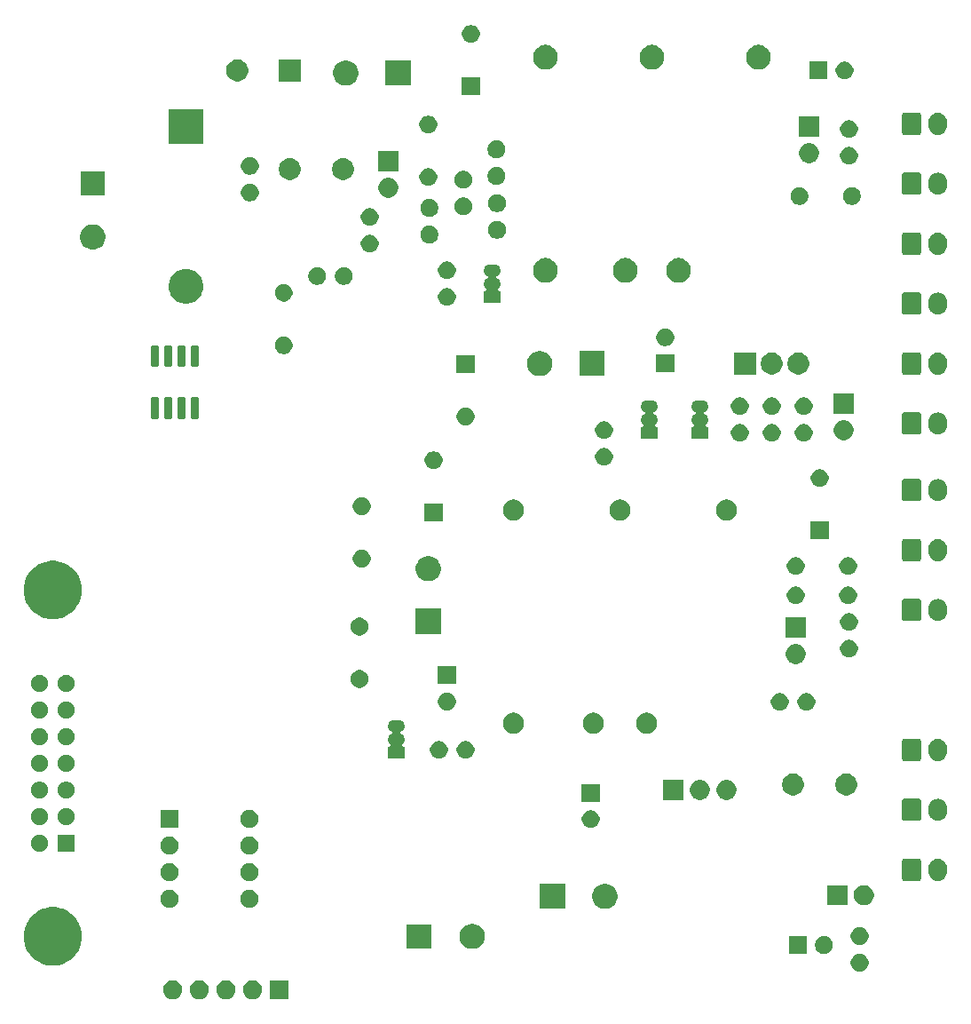
<source format=gts>
G04 #@! TF.GenerationSoftware,KiCad,Pcbnew,(5.1.5)-3*
G04 #@! TF.CreationDate,2020-02-19T08:51:59-05:00*
G04 #@! TF.ProjectId,psu-pcb,7073752d-7063-4622-9e6b-696361645f70,rev?*
G04 #@! TF.SameCoordinates,Original*
G04 #@! TF.FileFunction,Soldermask,Top*
G04 #@! TF.FilePolarity,Negative*
%FSLAX46Y46*%
G04 Gerber Fmt 4.6, Leading zero omitted, Abs format (unit mm)*
G04 Created by KiCad (PCBNEW (5.1.5)-3) date 2020-02-19 08:51:59*
%MOMM*%
%LPD*%
G04 APERTURE LIST*
%ADD10C,0.100000*%
G04 APERTURE END LIST*
D10*
G36*
X43293512Y-112133927D02*
G01*
X43442812Y-112163624D01*
X43606784Y-112231544D01*
X43754354Y-112330147D01*
X43879853Y-112455646D01*
X43978456Y-112603216D01*
X44046376Y-112767188D01*
X44081000Y-112941259D01*
X44081000Y-113118741D01*
X44046376Y-113292812D01*
X43978456Y-113456784D01*
X43879853Y-113604354D01*
X43754354Y-113729853D01*
X43606784Y-113828456D01*
X43442812Y-113896376D01*
X43293512Y-113926073D01*
X43268742Y-113931000D01*
X43091258Y-113931000D01*
X43066488Y-113926073D01*
X42917188Y-113896376D01*
X42753216Y-113828456D01*
X42605646Y-113729853D01*
X42480147Y-113604354D01*
X42381544Y-113456784D01*
X42313624Y-113292812D01*
X42279000Y-113118741D01*
X42279000Y-112941259D01*
X42313624Y-112767188D01*
X42381544Y-112603216D01*
X42480147Y-112455646D01*
X42605646Y-112330147D01*
X42753216Y-112231544D01*
X42917188Y-112163624D01*
X43066488Y-112133927D01*
X43091258Y-112129000D01*
X43268742Y-112129000D01*
X43293512Y-112133927D01*
G37*
G36*
X45833512Y-112133927D02*
G01*
X45982812Y-112163624D01*
X46146784Y-112231544D01*
X46294354Y-112330147D01*
X46419853Y-112455646D01*
X46518456Y-112603216D01*
X46586376Y-112767188D01*
X46621000Y-112941259D01*
X46621000Y-113118741D01*
X46586376Y-113292812D01*
X46518456Y-113456784D01*
X46419853Y-113604354D01*
X46294354Y-113729853D01*
X46146784Y-113828456D01*
X45982812Y-113896376D01*
X45833512Y-113926073D01*
X45808742Y-113931000D01*
X45631258Y-113931000D01*
X45606488Y-113926073D01*
X45457188Y-113896376D01*
X45293216Y-113828456D01*
X45145646Y-113729853D01*
X45020147Y-113604354D01*
X44921544Y-113456784D01*
X44853624Y-113292812D01*
X44819000Y-113118741D01*
X44819000Y-112941259D01*
X44853624Y-112767188D01*
X44921544Y-112603216D01*
X45020147Y-112455646D01*
X45145646Y-112330147D01*
X45293216Y-112231544D01*
X45457188Y-112163624D01*
X45606488Y-112133927D01*
X45631258Y-112129000D01*
X45808742Y-112129000D01*
X45833512Y-112133927D01*
G37*
G36*
X49161000Y-113931000D02*
G01*
X47359000Y-113931000D01*
X47359000Y-112129000D01*
X49161000Y-112129000D01*
X49161000Y-113931000D01*
G37*
G36*
X40753512Y-112133927D02*
G01*
X40902812Y-112163624D01*
X41066784Y-112231544D01*
X41214354Y-112330147D01*
X41339853Y-112455646D01*
X41438456Y-112603216D01*
X41506376Y-112767188D01*
X41541000Y-112941259D01*
X41541000Y-113118741D01*
X41506376Y-113292812D01*
X41438456Y-113456784D01*
X41339853Y-113604354D01*
X41214354Y-113729853D01*
X41066784Y-113828456D01*
X40902812Y-113896376D01*
X40753512Y-113926073D01*
X40728742Y-113931000D01*
X40551258Y-113931000D01*
X40526488Y-113926073D01*
X40377188Y-113896376D01*
X40213216Y-113828456D01*
X40065646Y-113729853D01*
X39940147Y-113604354D01*
X39841544Y-113456784D01*
X39773624Y-113292812D01*
X39739000Y-113118741D01*
X39739000Y-112941259D01*
X39773624Y-112767188D01*
X39841544Y-112603216D01*
X39940147Y-112455646D01*
X40065646Y-112330147D01*
X40213216Y-112231544D01*
X40377188Y-112163624D01*
X40526488Y-112133927D01*
X40551258Y-112129000D01*
X40728742Y-112129000D01*
X40753512Y-112133927D01*
G37*
G36*
X38213512Y-112133927D02*
G01*
X38362812Y-112163624D01*
X38526784Y-112231544D01*
X38674354Y-112330147D01*
X38799853Y-112455646D01*
X38898456Y-112603216D01*
X38966376Y-112767188D01*
X39001000Y-112941259D01*
X39001000Y-113118741D01*
X38966376Y-113292812D01*
X38898456Y-113456784D01*
X38799853Y-113604354D01*
X38674354Y-113729853D01*
X38526784Y-113828456D01*
X38362812Y-113896376D01*
X38213512Y-113926073D01*
X38188742Y-113931000D01*
X38011258Y-113931000D01*
X37986488Y-113926073D01*
X37837188Y-113896376D01*
X37673216Y-113828456D01*
X37525646Y-113729853D01*
X37400147Y-113604354D01*
X37301544Y-113456784D01*
X37233624Y-113292812D01*
X37199000Y-113118741D01*
X37199000Y-112941259D01*
X37233624Y-112767188D01*
X37301544Y-112603216D01*
X37400147Y-112455646D01*
X37525646Y-112330147D01*
X37673216Y-112231544D01*
X37837188Y-112163624D01*
X37986488Y-112133927D01*
X38011258Y-112129000D01*
X38188742Y-112129000D01*
X38213512Y-112133927D01*
G37*
G36*
X103880228Y-109646303D02*
G01*
X104035100Y-109710453D01*
X104174481Y-109803585D01*
X104293015Y-109922119D01*
X104386147Y-110061500D01*
X104450297Y-110216372D01*
X104483000Y-110380784D01*
X104483000Y-110548416D01*
X104450297Y-110712828D01*
X104386147Y-110867700D01*
X104293015Y-111007081D01*
X104174481Y-111125615D01*
X104035100Y-111218747D01*
X103880228Y-111282897D01*
X103715816Y-111315600D01*
X103548184Y-111315600D01*
X103383772Y-111282897D01*
X103228900Y-111218747D01*
X103089519Y-111125615D01*
X102970985Y-111007081D01*
X102877853Y-110867700D01*
X102813703Y-110712828D01*
X102781000Y-110548416D01*
X102781000Y-110380784D01*
X102813703Y-110216372D01*
X102877853Y-110061500D01*
X102970985Y-109922119D01*
X103089519Y-109803585D01*
X103228900Y-109710453D01*
X103383772Y-109646303D01*
X103548184Y-109613600D01*
X103715816Y-109613600D01*
X103880228Y-109646303D01*
G37*
G36*
X27121431Y-105204312D02*
G01*
X27481188Y-105275872D01*
X27638420Y-105341000D01*
X27987296Y-105485509D01*
X27987297Y-105485510D01*
X28442784Y-105789856D01*
X28830144Y-106177216D01*
X29033502Y-106481563D01*
X29134491Y-106632704D01*
X29201780Y-106795154D01*
X29344128Y-107138812D01*
X29451000Y-107676095D01*
X29451000Y-108223905D01*
X29353198Y-108715592D01*
X29344128Y-108761187D01*
X29134491Y-109267296D01*
X29134490Y-109267297D01*
X28830144Y-109722784D01*
X28442784Y-110110144D01*
X28283802Y-110216372D01*
X27987296Y-110414491D01*
X27690825Y-110537293D01*
X27481188Y-110624128D01*
X27212546Y-110677564D01*
X26943906Y-110731000D01*
X26396094Y-110731000D01*
X26127454Y-110677564D01*
X25858812Y-110624128D01*
X25649175Y-110537293D01*
X25352704Y-110414491D01*
X25056198Y-110216372D01*
X24897216Y-110110144D01*
X24509856Y-109722784D01*
X24205510Y-109267297D01*
X24205509Y-109267296D01*
X23995872Y-108761187D01*
X23986803Y-108715592D01*
X23889000Y-108223905D01*
X23889000Y-107676095D01*
X23995872Y-107138812D01*
X24138220Y-106795154D01*
X24205509Y-106632704D01*
X24306498Y-106481563D01*
X24509856Y-106177216D01*
X24897216Y-105789856D01*
X25352703Y-105485510D01*
X25352704Y-105485509D01*
X25701580Y-105341000D01*
X25858812Y-105275872D01*
X26218569Y-105204312D01*
X26396094Y-105169000D01*
X26943906Y-105169000D01*
X27121431Y-105204312D01*
G37*
G36*
X100476628Y-107944503D02*
G01*
X100631500Y-108008653D01*
X100770881Y-108101785D01*
X100889415Y-108220319D01*
X100982547Y-108359700D01*
X101046697Y-108514572D01*
X101079400Y-108678984D01*
X101079400Y-108846616D01*
X101046697Y-109011028D01*
X100982547Y-109165900D01*
X100889415Y-109305281D01*
X100770881Y-109423815D01*
X100631500Y-109516947D01*
X100476628Y-109581097D01*
X100312216Y-109613800D01*
X100144584Y-109613800D01*
X99980172Y-109581097D01*
X99825300Y-109516947D01*
X99685919Y-109423815D01*
X99567385Y-109305281D01*
X99474253Y-109165900D01*
X99410103Y-109011028D01*
X99377400Y-108846616D01*
X99377400Y-108678984D01*
X99410103Y-108514572D01*
X99474253Y-108359700D01*
X99567385Y-108220319D01*
X99685919Y-108101785D01*
X99825300Y-108008653D01*
X99980172Y-107944503D01*
X100144584Y-107911800D01*
X100312216Y-107911800D01*
X100476628Y-107944503D01*
G37*
G36*
X98579400Y-109613800D02*
G01*
X96877400Y-109613800D01*
X96877400Y-107911800D01*
X98579400Y-107911800D01*
X98579400Y-109613800D01*
G37*
G36*
X67025318Y-106795153D02*
G01*
X67243885Y-106885687D01*
X67243887Y-106885688D01*
X67440593Y-107017122D01*
X67607878Y-107184407D01*
X67739312Y-107381113D01*
X67739313Y-107381115D01*
X67829847Y-107599682D01*
X67876000Y-107831710D01*
X67876000Y-108068290D01*
X67829847Y-108300318D01*
X67739313Y-108518885D01*
X67739312Y-108518887D01*
X67607878Y-108715593D01*
X67440593Y-108882878D01*
X67243887Y-109014312D01*
X67243886Y-109014313D01*
X67243885Y-109014313D01*
X67025318Y-109104847D01*
X66793290Y-109151000D01*
X66556710Y-109151000D01*
X66324682Y-109104847D01*
X66106115Y-109014313D01*
X66106114Y-109014313D01*
X66106113Y-109014312D01*
X65909407Y-108882878D01*
X65742122Y-108715593D01*
X65610688Y-108518887D01*
X65610687Y-108518885D01*
X65520153Y-108300318D01*
X65474000Y-108068290D01*
X65474000Y-107831710D01*
X65520153Y-107599682D01*
X65610687Y-107381115D01*
X65610688Y-107381113D01*
X65742122Y-107184407D01*
X65909407Y-107017122D01*
X66106113Y-106885688D01*
X66106115Y-106885687D01*
X66324682Y-106795153D01*
X66556710Y-106749000D01*
X66793290Y-106749000D01*
X67025318Y-106795153D01*
G37*
G36*
X62746000Y-109101000D02*
G01*
X60444000Y-109101000D01*
X60444000Y-106799000D01*
X62746000Y-106799000D01*
X62746000Y-109101000D01*
G37*
G36*
X103880228Y-107106303D02*
G01*
X104035100Y-107170453D01*
X104174481Y-107263585D01*
X104293015Y-107382119D01*
X104386147Y-107521500D01*
X104450297Y-107676372D01*
X104483000Y-107840784D01*
X104483000Y-108008416D01*
X104450297Y-108172828D01*
X104386147Y-108327700D01*
X104293015Y-108467081D01*
X104174481Y-108585615D01*
X104035100Y-108678747D01*
X103880228Y-108742897D01*
X103715816Y-108775600D01*
X103548184Y-108775600D01*
X103383772Y-108742897D01*
X103228900Y-108678747D01*
X103089519Y-108585615D01*
X102970985Y-108467081D01*
X102877853Y-108327700D01*
X102813703Y-108172828D01*
X102781000Y-108008416D01*
X102781000Y-107840784D01*
X102813703Y-107676372D01*
X102877853Y-107521500D01*
X102970985Y-107382119D01*
X103089519Y-107263585D01*
X103228900Y-107170453D01*
X103383772Y-107106303D01*
X103548184Y-107073600D01*
X103715816Y-107073600D01*
X103880228Y-107106303D01*
G37*
G36*
X75536000Y-105341000D02*
G01*
X73134000Y-105341000D01*
X73134000Y-102939000D01*
X75536000Y-102939000D01*
X75536000Y-105341000D01*
G37*
G36*
X79685318Y-102985153D02*
G01*
X79903885Y-103075687D01*
X79903887Y-103075688D01*
X80100593Y-103207122D01*
X80267878Y-103374407D01*
X80399312Y-103571113D01*
X80399313Y-103571115D01*
X80489847Y-103789682D01*
X80536000Y-104021710D01*
X80536000Y-104258290D01*
X80489847Y-104490318D01*
X80399313Y-104708885D01*
X80399312Y-104708887D01*
X80267878Y-104905593D01*
X80100593Y-105072878D01*
X79903887Y-105204312D01*
X79903886Y-105204313D01*
X79903885Y-105204313D01*
X79685318Y-105294847D01*
X79453290Y-105341000D01*
X79216710Y-105341000D01*
X78984682Y-105294847D01*
X78766115Y-105204313D01*
X78766114Y-105204313D01*
X78766113Y-105204312D01*
X78569407Y-105072878D01*
X78402122Y-104905593D01*
X78270688Y-104708887D01*
X78270687Y-104708885D01*
X78180153Y-104490318D01*
X78134000Y-104258290D01*
X78134000Y-104021710D01*
X78180153Y-103789682D01*
X78270687Y-103571115D01*
X78270688Y-103571113D01*
X78402122Y-103374407D01*
X78569407Y-103207122D01*
X78766113Y-103075688D01*
X78766115Y-103075687D01*
X78984682Y-102985153D01*
X79216710Y-102939000D01*
X79453290Y-102939000D01*
X79685318Y-102985153D01*
G37*
G36*
X38043428Y-103550303D02*
G01*
X38198300Y-103614453D01*
X38337681Y-103707585D01*
X38456215Y-103826119D01*
X38549347Y-103965500D01*
X38613497Y-104120372D01*
X38646200Y-104284784D01*
X38646200Y-104452416D01*
X38613497Y-104616828D01*
X38549347Y-104771700D01*
X38456215Y-104911081D01*
X38337681Y-105029615D01*
X38198300Y-105122747D01*
X38043428Y-105186897D01*
X37879016Y-105219600D01*
X37711384Y-105219600D01*
X37546972Y-105186897D01*
X37392100Y-105122747D01*
X37252719Y-105029615D01*
X37134185Y-104911081D01*
X37041053Y-104771700D01*
X36976903Y-104616828D01*
X36944200Y-104452416D01*
X36944200Y-104284784D01*
X36976903Y-104120372D01*
X37041053Y-103965500D01*
X37134185Y-103826119D01*
X37252719Y-103707585D01*
X37392100Y-103614453D01*
X37546972Y-103550303D01*
X37711384Y-103517600D01*
X37879016Y-103517600D01*
X38043428Y-103550303D01*
G37*
G36*
X45663428Y-103550303D02*
G01*
X45818300Y-103614453D01*
X45957681Y-103707585D01*
X46076215Y-103826119D01*
X46169347Y-103965500D01*
X46233497Y-104120372D01*
X46266200Y-104284784D01*
X46266200Y-104452416D01*
X46233497Y-104616828D01*
X46169347Y-104771700D01*
X46076215Y-104911081D01*
X45957681Y-105029615D01*
X45818300Y-105122747D01*
X45663428Y-105186897D01*
X45499016Y-105219600D01*
X45331384Y-105219600D01*
X45166972Y-105186897D01*
X45012100Y-105122747D01*
X44872719Y-105029615D01*
X44754185Y-104911081D01*
X44661053Y-104771700D01*
X44596903Y-104616828D01*
X44564200Y-104452416D01*
X44564200Y-104284784D01*
X44596903Y-104120372D01*
X44661053Y-103965500D01*
X44754185Y-103826119D01*
X44872719Y-103707585D01*
X45012100Y-103614453D01*
X45166972Y-103550303D01*
X45331384Y-103517600D01*
X45499016Y-103517600D01*
X45663428Y-103550303D01*
G37*
G36*
X104315795Y-103098546D02*
G01*
X104488866Y-103170234D01*
X104488867Y-103170235D01*
X104644627Y-103274310D01*
X104777090Y-103406773D01*
X104777091Y-103406775D01*
X104881166Y-103562534D01*
X104952854Y-103735605D01*
X104989400Y-103919333D01*
X104989400Y-104106667D01*
X104952854Y-104290395D01*
X104881166Y-104463466D01*
X104881165Y-104463467D01*
X104777090Y-104619227D01*
X104644627Y-104751690D01*
X104566218Y-104804081D01*
X104488866Y-104855766D01*
X104315795Y-104927454D01*
X104132067Y-104964000D01*
X103944733Y-104964000D01*
X103761005Y-104927454D01*
X103587934Y-104855766D01*
X103510582Y-104804081D01*
X103432173Y-104751690D01*
X103299710Y-104619227D01*
X103195635Y-104463467D01*
X103195634Y-104463466D01*
X103123946Y-104290395D01*
X103087400Y-104106667D01*
X103087400Y-103919333D01*
X103123946Y-103735605D01*
X103195634Y-103562534D01*
X103299709Y-103406775D01*
X103299710Y-103406773D01*
X103432173Y-103274310D01*
X103587933Y-103170235D01*
X103587934Y-103170234D01*
X103761005Y-103098546D01*
X103944733Y-103062000D01*
X104132067Y-103062000D01*
X104315795Y-103098546D01*
G37*
G36*
X102449400Y-104964000D02*
G01*
X100547400Y-104964000D01*
X100547400Y-103062000D01*
X102449400Y-103062000D01*
X102449400Y-104964000D01*
G37*
G36*
X45663428Y-101010303D02*
G01*
X45818300Y-101074453D01*
X45957681Y-101167585D01*
X46076215Y-101286119D01*
X46169347Y-101425500D01*
X46233497Y-101580372D01*
X46266200Y-101744784D01*
X46266200Y-101912416D01*
X46233497Y-102076828D01*
X46169347Y-102231700D01*
X46076215Y-102371081D01*
X45957681Y-102489615D01*
X45818300Y-102582747D01*
X45663428Y-102646897D01*
X45499016Y-102679600D01*
X45331384Y-102679600D01*
X45166972Y-102646897D01*
X45012100Y-102582747D01*
X44872719Y-102489615D01*
X44754185Y-102371081D01*
X44661053Y-102231700D01*
X44596903Y-102076828D01*
X44564200Y-101912416D01*
X44564200Y-101744784D01*
X44596903Y-101580372D01*
X44661053Y-101425500D01*
X44754185Y-101286119D01*
X44872719Y-101167585D01*
X45012100Y-101074453D01*
X45166972Y-101010303D01*
X45331384Y-100977600D01*
X45499016Y-100977600D01*
X45663428Y-101010303D01*
G37*
G36*
X38043428Y-101010303D02*
G01*
X38198300Y-101074453D01*
X38337681Y-101167585D01*
X38456215Y-101286119D01*
X38549347Y-101425500D01*
X38613497Y-101580372D01*
X38646200Y-101744784D01*
X38646200Y-101912416D01*
X38613497Y-102076828D01*
X38549347Y-102231700D01*
X38456215Y-102371081D01*
X38337681Y-102489615D01*
X38198300Y-102582747D01*
X38043428Y-102646897D01*
X37879016Y-102679600D01*
X37711384Y-102679600D01*
X37546972Y-102646897D01*
X37392100Y-102582747D01*
X37252719Y-102489615D01*
X37134185Y-102371081D01*
X37041053Y-102231700D01*
X36976903Y-102076828D01*
X36944200Y-101912416D01*
X36944200Y-101744784D01*
X36976903Y-101580372D01*
X37041053Y-101425500D01*
X37134185Y-101286119D01*
X37252719Y-101167585D01*
X37392100Y-101074453D01*
X37546972Y-101010303D01*
X37711384Y-100977600D01*
X37879016Y-100977600D01*
X38043428Y-101010303D01*
G37*
G36*
X111261626Y-100562037D02*
G01*
X111431465Y-100613557D01*
X111431467Y-100613558D01*
X111587989Y-100697221D01*
X111725186Y-100809814D01*
X111808448Y-100911271D01*
X111837778Y-100947009D01*
X111921443Y-101103534D01*
X111972963Y-101273373D01*
X111986000Y-101405742D01*
X111986000Y-101794257D01*
X111972963Y-101926626D01*
X111921443Y-102096466D01*
X111837778Y-102252991D01*
X111808448Y-102288729D01*
X111725186Y-102390186D01*
X111630250Y-102468097D01*
X111587991Y-102502778D01*
X111431466Y-102586443D01*
X111261627Y-102637963D01*
X111085000Y-102655359D01*
X110908374Y-102637963D01*
X110738535Y-102586443D01*
X110582010Y-102502778D01*
X110444815Y-102390185D01*
X110332222Y-102252991D01*
X110248557Y-102096466D01*
X110197037Y-101926627D01*
X110184000Y-101794258D01*
X110184000Y-101405743D01*
X110197037Y-101273374D01*
X110248557Y-101103535D01*
X110332222Y-100947010D01*
X110332223Y-100947009D01*
X110444814Y-100809814D01*
X110546271Y-100726552D01*
X110582009Y-100697222D01*
X110738534Y-100613557D01*
X110908373Y-100562037D01*
X111085000Y-100544641D01*
X111261626Y-100562037D01*
G37*
G36*
X109343600Y-100552989D02*
G01*
X109376652Y-100563015D01*
X109407103Y-100579292D01*
X109433799Y-100601201D01*
X109455708Y-100627897D01*
X109471985Y-100658348D01*
X109482011Y-100691400D01*
X109486000Y-100731903D01*
X109486000Y-102468097D01*
X109482011Y-102508600D01*
X109471985Y-102541652D01*
X109455708Y-102572103D01*
X109433799Y-102598799D01*
X109407103Y-102620708D01*
X109376652Y-102636985D01*
X109343600Y-102647011D01*
X109303097Y-102651000D01*
X107866903Y-102651000D01*
X107826400Y-102647011D01*
X107793348Y-102636985D01*
X107762897Y-102620708D01*
X107736201Y-102598799D01*
X107714292Y-102572103D01*
X107698015Y-102541652D01*
X107687989Y-102508600D01*
X107684000Y-102468097D01*
X107684000Y-100731903D01*
X107687989Y-100691400D01*
X107698015Y-100658348D01*
X107714292Y-100627897D01*
X107736201Y-100601201D01*
X107762897Y-100579292D01*
X107793348Y-100563015D01*
X107826400Y-100552989D01*
X107866903Y-100549000D01*
X109303097Y-100549000D01*
X109343600Y-100552989D01*
G37*
G36*
X38043428Y-98470303D02*
G01*
X38198300Y-98534453D01*
X38337681Y-98627585D01*
X38456215Y-98746119D01*
X38549347Y-98885500D01*
X38613497Y-99040372D01*
X38646200Y-99204784D01*
X38646200Y-99372416D01*
X38613497Y-99536828D01*
X38549347Y-99691700D01*
X38456215Y-99831081D01*
X38337681Y-99949615D01*
X38198300Y-100042747D01*
X38043428Y-100106897D01*
X37879016Y-100139600D01*
X37711384Y-100139600D01*
X37546972Y-100106897D01*
X37392100Y-100042747D01*
X37252719Y-99949615D01*
X37134185Y-99831081D01*
X37041053Y-99691700D01*
X36976903Y-99536828D01*
X36944200Y-99372416D01*
X36944200Y-99204784D01*
X36976903Y-99040372D01*
X37041053Y-98885500D01*
X37134185Y-98746119D01*
X37252719Y-98627585D01*
X37392100Y-98534453D01*
X37546972Y-98470303D01*
X37711384Y-98437600D01*
X37879016Y-98437600D01*
X38043428Y-98470303D01*
G37*
G36*
X45663428Y-98470303D02*
G01*
X45818300Y-98534453D01*
X45957681Y-98627585D01*
X46076215Y-98746119D01*
X46169347Y-98885500D01*
X46233497Y-99040372D01*
X46266200Y-99204784D01*
X46266200Y-99372416D01*
X46233497Y-99536828D01*
X46169347Y-99691700D01*
X46076215Y-99831081D01*
X45957681Y-99949615D01*
X45818300Y-100042747D01*
X45663428Y-100106897D01*
X45499016Y-100139600D01*
X45331384Y-100139600D01*
X45166972Y-100106897D01*
X45012100Y-100042747D01*
X44872719Y-99949615D01*
X44754185Y-99831081D01*
X44661053Y-99691700D01*
X44596903Y-99536828D01*
X44564200Y-99372416D01*
X44564200Y-99204784D01*
X44596903Y-99040372D01*
X44661053Y-98885500D01*
X44754185Y-98746119D01*
X44872719Y-98627585D01*
X45012100Y-98534453D01*
X45166972Y-98470303D01*
X45331384Y-98437600D01*
X45499016Y-98437600D01*
X45663428Y-98470303D01*
G37*
G36*
X28751000Y-99871000D02*
G01*
X27129000Y-99871000D01*
X27129000Y-98249000D01*
X28751000Y-98249000D01*
X28751000Y-99871000D01*
G37*
G36*
X25636560Y-98280166D02*
G01*
X25784153Y-98341301D01*
X25916982Y-98430055D01*
X26029945Y-98543018D01*
X26118700Y-98675849D01*
X26179834Y-98823440D01*
X26211000Y-98980122D01*
X26211000Y-99139878D01*
X26179834Y-99296560D01*
X26148414Y-99372416D01*
X26118699Y-99444153D01*
X26029945Y-99576982D01*
X25916982Y-99689945D01*
X25784153Y-99778699D01*
X25784152Y-99778700D01*
X25784151Y-99778700D01*
X25636560Y-99839834D01*
X25479878Y-99871000D01*
X25320122Y-99871000D01*
X25163440Y-99839834D01*
X25015849Y-99778700D01*
X25015848Y-99778700D01*
X25015847Y-99778699D01*
X24883018Y-99689945D01*
X24770055Y-99576982D01*
X24681301Y-99444153D01*
X24651587Y-99372416D01*
X24620166Y-99296560D01*
X24589000Y-99139878D01*
X24589000Y-98980122D01*
X24620166Y-98823440D01*
X24681300Y-98675849D01*
X24770055Y-98543018D01*
X24883018Y-98430055D01*
X25015847Y-98341301D01*
X25163440Y-98280166D01*
X25320122Y-98249000D01*
X25479878Y-98249000D01*
X25636560Y-98280166D01*
G37*
G36*
X78226228Y-95955703D02*
G01*
X78381100Y-96019853D01*
X78520481Y-96112985D01*
X78639015Y-96231519D01*
X78732147Y-96370900D01*
X78796297Y-96525772D01*
X78829000Y-96690184D01*
X78829000Y-96857816D01*
X78796297Y-97022228D01*
X78732147Y-97177100D01*
X78639015Y-97316481D01*
X78520481Y-97435015D01*
X78381100Y-97528147D01*
X78226228Y-97592297D01*
X78061816Y-97625000D01*
X77894184Y-97625000D01*
X77729772Y-97592297D01*
X77574900Y-97528147D01*
X77435519Y-97435015D01*
X77316985Y-97316481D01*
X77223853Y-97177100D01*
X77159703Y-97022228D01*
X77127000Y-96857816D01*
X77127000Y-96690184D01*
X77159703Y-96525772D01*
X77223853Y-96370900D01*
X77316985Y-96231519D01*
X77435519Y-96112985D01*
X77574900Y-96019853D01*
X77729772Y-95955703D01*
X77894184Y-95923000D01*
X78061816Y-95923000D01*
X78226228Y-95955703D01*
G37*
G36*
X45663428Y-95930303D02*
G01*
X45818300Y-95994453D01*
X45957681Y-96087585D01*
X46076215Y-96206119D01*
X46169347Y-96345500D01*
X46233497Y-96500372D01*
X46266200Y-96664784D01*
X46266200Y-96832416D01*
X46233497Y-96996828D01*
X46169347Y-97151700D01*
X46076215Y-97291081D01*
X45957681Y-97409615D01*
X45818300Y-97502747D01*
X45663428Y-97566897D01*
X45499016Y-97599600D01*
X45331384Y-97599600D01*
X45166972Y-97566897D01*
X45012100Y-97502747D01*
X44872719Y-97409615D01*
X44754185Y-97291081D01*
X44661053Y-97151700D01*
X44596903Y-96996828D01*
X44564200Y-96832416D01*
X44564200Y-96664784D01*
X44596903Y-96500372D01*
X44661053Y-96345500D01*
X44754185Y-96206119D01*
X44872719Y-96087585D01*
X45012100Y-95994453D01*
X45166972Y-95930303D01*
X45331384Y-95897600D01*
X45499016Y-95897600D01*
X45663428Y-95930303D01*
G37*
G36*
X38646200Y-97599600D02*
G01*
X36944200Y-97599600D01*
X36944200Y-95897600D01*
X38646200Y-95897600D01*
X38646200Y-97599600D01*
G37*
G36*
X25636560Y-95740166D02*
G01*
X25784153Y-95801301D01*
X25916982Y-95890055D01*
X26029945Y-96003018D01*
X26080889Y-96079260D01*
X26118700Y-96135849D01*
X26179834Y-96283440D01*
X26211000Y-96440122D01*
X26211000Y-96599878D01*
X26179834Y-96756560D01*
X26137893Y-96857816D01*
X26118699Y-96904153D01*
X26029945Y-97036982D01*
X25916982Y-97149945D01*
X25784153Y-97238699D01*
X25784152Y-97238700D01*
X25784151Y-97238700D01*
X25636560Y-97299834D01*
X25479878Y-97331000D01*
X25320122Y-97331000D01*
X25163440Y-97299834D01*
X25015849Y-97238700D01*
X25015848Y-97238700D01*
X25015847Y-97238699D01*
X24883018Y-97149945D01*
X24770055Y-97036982D01*
X24681301Y-96904153D01*
X24662108Y-96857816D01*
X24620166Y-96756560D01*
X24589000Y-96599878D01*
X24589000Y-96440122D01*
X24620166Y-96283440D01*
X24681300Y-96135849D01*
X24719112Y-96079260D01*
X24770055Y-96003018D01*
X24883018Y-95890055D01*
X25015847Y-95801301D01*
X25163440Y-95740166D01*
X25320122Y-95709000D01*
X25479878Y-95709000D01*
X25636560Y-95740166D01*
G37*
G36*
X28176560Y-95740166D02*
G01*
X28324153Y-95801301D01*
X28456982Y-95890055D01*
X28569945Y-96003018D01*
X28620889Y-96079260D01*
X28658700Y-96135849D01*
X28719834Y-96283440D01*
X28751000Y-96440122D01*
X28751000Y-96599878D01*
X28719834Y-96756560D01*
X28677893Y-96857816D01*
X28658699Y-96904153D01*
X28569945Y-97036982D01*
X28456982Y-97149945D01*
X28324153Y-97238699D01*
X28324152Y-97238700D01*
X28324151Y-97238700D01*
X28176560Y-97299834D01*
X28019878Y-97331000D01*
X27860122Y-97331000D01*
X27703440Y-97299834D01*
X27555849Y-97238700D01*
X27555848Y-97238700D01*
X27555847Y-97238699D01*
X27423018Y-97149945D01*
X27310055Y-97036982D01*
X27221301Y-96904153D01*
X27202108Y-96857816D01*
X27160166Y-96756560D01*
X27129000Y-96599878D01*
X27129000Y-96440122D01*
X27160166Y-96283440D01*
X27221300Y-96135849D01*
X27259112Y-96079260D01*
X27310055Y-96003018D01*
X27423018Y-95890055D01*
X27555847Y-95801301D01*
X27703440Y-95740166D01*
X27860122Y-95709000D01*
X28019878Y-95709000D01*
X28176560Y-95740166D01*
G37*
G36*
X111261626Y-94847037D02*
G01*
X111431465Y-94898557D01*
X111431467Y-94898558D01*
X111587989Y-94982221D01*
X111725186Y-95094814D01*
X111808448Y-95196271D01*
X111837778Y-95232009D01*
X111921443Y-95388534D01*
X111972963Y-95558373D01*
X111986000Y-95690742D01*
X111986000Y-96079257D01*
X111972963Y-96211626D01*
X111921443Y-96381466D01*
X111837778Y-96537991D01*
X111808448Y-96573729D01*
X111725186Y-96675186D01*
X111630250Y-96753097D01*
X111587991Y-96787778D01*
X111431466Y-96871443D01*
X111261627Y-96922963D01*
X111085000Y-96940359D01*
X110908374Y-96922963D01*
X110738535Y-96871443D01*
X110582010Y-96787778D01*
X110444815Y-96675185D01*
X110332222Y-96537991D01*
X110248557Y-96381466D01*
X110197037Y-96211627D01*
X110184000Y-96079258D01*
X110184000Y-95690743D01*
X110197037Y-95558374D01*
X110248557Y-95388535D01*
X110332222Y-95232010D01*
X110332223Y-95232009D01*
X110444814Y-95094814D01*
X110546271Y-95011552D01*
X110582009Y-94982222D01*
X110738534Y-94898557D01*
X110908373Y-94847037D01*
X111085000Y-94829641D01*
X111261626Y-94847037D01*
G37*
G36*
X109343600Y-94837989D02*
G01*
X109376652Y-94848015D01*
X109407103Y-94864292D01*
X109433799Y-94886201D01*
X109455708Y-94912897D01*
X109471985Y-94943348D01*
X109482011Y-94976400D01*
X109486000Y-95016903D01*
X109486000Y-96753097D01*
X109482011Y-96793600D01*
X109471985Y-96826652D01*
X109455708Y-96857103D01*
X109433799Y-96883799D01*
X109407103Y-96905708D01*
X109376652Y-96921985D01*
X109343600Y-96932011D01*
X109303097Y-96936000D01*
X107866903Y-96936000D01*
X107826400Y-96932011D01*
X107793348Y-96921985D01*
X107762897Y-96905708D01*
X107736201Y-96883799D01*
X107714292Y-96857103D01*
X107698015Y-96826652D01*
X107687989Y-96793600D01*
X107684000Y-96753097D01*
X107684000Y-95016903D01*
X107687989Y-94976400D01*
X107698015Y-94943348D01*
X107714292Y-94912897D01*
X107736201Y-94886201D01*
X107762897Y-94864292D01*
X107793348Y-94848015D01*
X107826400Y-94837989D01*
X107866903Y-94834000D01*
X109303097Y-94834000D01*
X109343600Y-94837989D01*
G37*
G36*
X78829000Y-95125000D02*
G01*
X77127000Y-95125000D01*
X77127000Y-93423000D01*
X78829000Y-93423000D01*
X78829000Y-95125000D01*
G37*
G36*
X91209395Y-93065546D02*
G01*
X91382466Y-93137234D01*
X91424673Y-93165436D01*
X91538227Y-93241310D01*
X91670690Y-93373773D01*
X91670691Y-93373775D01*
X91774766Y-93529534D01*
X91846454Y-93702605D01*
X91883000Y-93886333D01*
X91883000Y-94073667D01*
X91846454Y-94257395D01*
X91774766Y-94430466D01*
X91774765Y-94430467D01*
X91670690Y-94586227D01*
X91538227Y-94718690D01*
X91476650Y-94759834D01*
X91382466Y-94822766D01*
X91209395Y-94894454D01*
X91025667Y-94931000D01*
X90838333Y-94931000D01*
X90654605Y-94894454D01*
X90481534Y-94822766D01*
X90387350Y-94759834D01*
X90325773Y-94718690D01*
X90193310Y-94586227D01*
X90089235Y-94430467D01*
X90089234Y-94430466D01*
X90017546Y-94257395D01*
X89981000Y-94073667D01*
X89981000Y-93886333D01*
X90017546Y-93702605D01*
X90089234Y-93529534D01*
X90193309Y-93373775D01*
X90193310Y-93373773D01*
X90325773Y-93241310D01*
X90439327Y-93165436D01*
X90481534Y-93137234D01*
X90654605Y-93065546D01*
X90838333Y-93029000D01*
X91025667Y-93029000D01*
X91209395Y-93065546D01*
G37*
G36*
X86803000Y-94931000D02*
G01*
X84901000Y-94931000D01*
X84901000Y-93029000D01*
X86803000Y-93029000D01*
X86803000Y-94931000D01*
G37*
G36*
X88669395Y-93065546D02*
G01*
X88842466Y-93137234D01*
X88884673Y-93165436D01*
X88998227Y-93241310D01*
X89130690Y-93373773D01*
X89130691Y-93373775D01*
X89234766Y-93529534D01*
X89306454Y-93702605D01*
X89343000Y-93886333D01*
X89343000Y-94073667D01*
X89306454Y-94257395D01*
X89234766Y-94430466D01*
X89234765Y-94430467D01*
X89130690Y-94586227D01*
X88998227Y-94718690D01*
X88936650Y-94759834D01*
X88842466Y-94822766D01*
X88669395Y-94894454D01*
X88485667Y-94931000D01*
X88298333Y-94931000D01*
X88114605Y-94894454D01*
X87941534Y-94822766D01*
X87847350Y-94759834D01*
X87785773Y-94718690D01*
X87653310Y-94586227D01*
X87549235Y-94430467D01*
X87549234Y-94430466D01*
X87477546Y-94257395D01*
X87441000Y-94073667D01*
X87441000Y-93886333D01*
X87477546Y-93702605D01*
X87549234Y-93529534D01*
X87653309Y-93373775D01*
X87653310Y-93373773D01*
X87785773Y-93241310D01*
X87899327Y-93165436D01*
X87941534Y-93137234D01*
X88114605Y-93065546D01*
X88298333Y-93029000D01*
X88485667Y-93029000D01*
X88669395Y-93065546D01*
G37*
G36*
X28176560Y-93200166D02*
G01*
X28275891Y-93241310D01*
X28324153Y-93261301D01*
X28456982Y-93350055D01*
X28569945Y-93463018D01*
X28658700Y-93595849D01*
X28719834Y-93743440D01*
X28751000Y-93900122D01*
X28751000Y-94059878D01*
X28748257Y-94073667D01*
X28719834Y-94216560D01*
X28658699Y-94364153D01*
X28569945Y-94496982D01*
X28456982Y-94609945D01*
X28324153Y-94698699D01*
X28324152Y-94698700D01*
X28324151Y-94698700D01*
X28176560Y-94759834D01*
X28019878Y-94791000D01*
X27860122Y-94791000D01*
X27703440Y-94759834D01*
X27555849Y-94698700D01*
X27555848Y-94698700D01*
X27555847Y-94698699D01*
X27423018Y-94609945D01*
X27310055Y-94496982D01*
X27221301Y-94364153D01*
X27160166Y-94216560D01*
X27131743Y-94073667D01*
X27129000Y-94059878D01*
X27129000Y-93900122D01*
X27160166Y-93743440D01*
X27221300Y-93595849D01*
X27310055Y-93463018D01*
X27423018Y-93350055D01*
X27555847Y-93261301D01*
X27604110Y-93241310D01*
X27703440Y-93200166D01*
X27860122Y-93169000D01*
X28019878Y-93169000D01*
X28176560Y-93200166D01*
G37*
G36*
X25636560Y-93200166D02*
G01*
X25735891Y-93241310D01*
X25784153Y-93261301D01*
X25916982Y-93350055D01*
X26029945Y-93463018D01*
X26118700Y-93595849D01*
X26179834Y-93743440D01*
X26211000Y-93900122D01*
X26211000Y-94059878D01*
X26208257Y-94073667D01*
X26179834Y-94216560D01*
X26118699Y-94364153D01*
X26029945Y-94496982D01*
X25916982Y-94609945D01*
X25784153Y-94698699D01*
X25784152Y-94698700D01*
X25784151Y-94698700D01*
X25636560Y-94759834D01*
X25479878Y-94791000D01*
X25320122Y-94791000D01*
X25163440Y-94759834D01*
X25015849Y-94698700D01*
X25015848Y-94698700D01*
X25015847Y-94698699D01*
X24883018Y-94609945D01*
X24770055Y-94496982D01*
X24681301Y-94364153D01*
X24620166Y-94216560D01*
X24591743Y-94073667D01*
X24589000Y-94059878D01*
X24589000Y-93900122D01*
X24620166Y-93743440D01*
X24681300Y-93595849D01*
X24770055Y-93463018D01*
X24883018Y-93350055D01*
X25015847Y-93261301D01*
X25064110Y-93241310D01*
X25163440Y-93200166D01*
X25320122Y-93169000D01*
X25479878Y-93169000D01*
X25636560Y-93200166D01*
G37*
G36*
X97588564Y-92461389D02*
G01*
X97779833Y-92540615D01*
X97779835Y-92540616D01*
X97951973Y-92655635D01*
X98098365Y-92802027D01*
X98213385Y-92974167D01*
X98292611Y-93165436D01*
X98333000Y-93368484D01*
X98333000Y-93575516D01*
X98292611Y-93778564D01*
X98213385Y-93969833D01*
X98213384Y-93969835D01*
X98098365Y-94141973D01*
X97951973Y-94288365D01*
X97779835Y-94403384D01*
X97779834Y-94403385D01*
X97779833Y-94403385D01*
X97588564Y-94482611D01*
X97385516Y-94523000D01*
X97178484Y-94523000D01*
X96975436Y-94482611D01*
X96784167Y-94403385D01*
X96784166Y-94403385D01*
X96784165Y-94403384D01*
X96612027Y-94288365D01*
X96465635Y-94141973D01*
X96350616Y-93969835D01*
X96350615Y-93969833D01*
X96271389Y-93778564D01*
X96231000Y-93575516D01*
X96231000Y-93368484D01*
X96271389Y-93165436D01*
X96350615Y-92974167D01*
X96465635Y-92802027D01*
X96612027Y-92655635D01*
X96784165Y-92540616D01*
X96784167Y-92540615D01*
X96975436Y-92461389D01*
X97178484Y-92421000D01*
X97385516Y-92421000D01*
X97588564Y-92461389D01*
G37*
G36*
X102668564Y-92461389D02*
G01*
X102859833Y-92540615D01*
X102859835Y-92540616D01*
X103031973Y-92655635D01*
X103178365Y-92802027D01*
X103293385Y-92974167D01*
X103372611Y-93165436D01*
X103413000Y-93368484D01*
X103413000Y-93575516D01*
X103372611Y-93778564D01*
X103293385Y-93969833D01*
X103293384Y-93969835D01*
X103178365Y-94141973D01*
X103031973Y-94288365D01*
X102859835Y-94403384D01*
X102859834Y-94403385D01*
X102859833Y-94403385D01*
X102668564Y-94482611D01*
X102465516Y-94523000D01*
X102258484Y-94523000D01*
X102055436Y-94482611D01*
X101864167Y-94403385D01*
X101864166Y-94403385D01*
X101864165Y-94403384D01*
X101692027Y-94288365D01*
X101545635Y-94141973D01*
X101430616Y-93969835D01*
X101430615Y-93969833D01*
X101351389Y-93778564D01*
X101311000Y-93575516D01*
X101311000Y-93368484D01*
X101351389Y-93165436D01*
X101430615Y-92974167D01*
X101545635Y-92802027D01*
X101692027Y-92655635D01*
X101864165Y-92540616D01*
X101864167Y-92540615D01*
X102055436Y-92461389D01*
X102258484Y-92421000D01*
X102465516Y-92421000D01*
X102668564Y-92461389D01*
G37*
G36*
X28176560Y-90660166D02*
G01*
X28302858Y-90712480D01*
X28324153Y-90721301D01*
X28456982Y-90810055D01*
X28569945Y-90923018D01*
X28646839Y-91038097D01*
X28658700Y-91055849D01*
X28668124Y-91078600D01*
X28719834Y-91203440D01*
X28751000Y-91360123D01*
X28751000Y-91519877D01*
X28719834Y-91676560D01*
X28658699Y-91824153D01*
X28569945Y-91956982D01*
X28456982Y-92069945D01*
X28324153Y-92158699D01*
X28324152Y-92158700D01*
X28324151Y-92158700D01*
X28176560Y-92219834D01*
X28019878Y-92251000D01*
X27860122Y-92251000D01*
X27703440Y-92219834D01*
X27555849Y-92158700D01*
X27555848Y-92158700D01*
X27555847Y-92158699D01*
X27423018Y-92069945D01*
X27310055Y-91956982D01*
X27221301Y-91824153D01*
X27160166Y-91676560D01*
X27129000Y-91519877D01*
X27129000Y-91360123D01*
X27160166Y-91203440D01*
X27211876Y-91078600D01*
X27221300Y-91055849D01*
X27233162Y-91038097D01*
X27310055Y-90923018D01*
X27423018Y-90810055D01*
X27555847Y-90721301D01*
X27577143Y-90712480D01*
X27703440Y-90660166D01*
X27860122Y-90629000D01*
X28019878Y-90629000D01*
X28176560Y-90660166D01*
G37*
G36*
X25636560Y-90660166D02*
G01*
X25762858Y-90712480D01*
X25784153Y-90721301D01*
X25916982Y-90810055D01*
X26029945Y-90923018D01*
X26106839Y-91038097D01*
X26118700Y-91055849D01*
X26128124Y-91078600D01*
X26179834Y-91203440D01*
X26211000Y-91360123D01*
X26211000Y-91519877D01*
X26179834Y-91676560D01*
X26118699Y-91824153D01*
X26029945Y-91956982D01*
X25916982Y-92069945D01*
X25784153Y-92158699D01*
X25784152Y-92158700D01*
X25784151Y-92158700D01*
X25636560Y-92219834D01*
X25479878Y-92251000D01*
X25320122Y-92251000D01*
X25163440Y-92219834D01*
X25015849Y-92158700D01*
X25015848Y-92158700D01*
X25015847Y-92158699D01*
X24883018Y-92069945D01*
X24770055Y-91956982D01*
X24681301Y-91824153D01*
X24620166Y-91676560D01*
X24589000Y-91519877D01*
X24589000Y-91360123D01*
X24620166Y-91203440D01*
X24671876Y-91078600D01*
X24681300Y-91055849D01*
X24693162Y-91038097D01*
X24770055Y-90923018D01*
X24883018Y-90810055D01*
X25015847Y-90721301D01*
X25037143Y-90712480D01*
X25163440Y-90660166D01*
X25320122Y-90629000D01*
X25479878Y-90629000D01*
X25636560Y-90660166D01*
G37*
G36*
X111261626Y-89132037D02*
G01*
X111431465Y-89183557D01*
X111431467Y-89183558D01*
X111587989Y-89267221D01*
X111725186Y-89379814D01*
X111803757Y-89475555D01*
X111837778Y-89517009D01*
X111921443Y-89673534D01*
X111972963Y-89843373D01*
X111986000Y-89975742D01*
X111986000Y-90364257D01*
X111972963Y-90496626D01*
X111921443Y-90666466D01*
X111837778Y-90822991D01*
X111808448Y-90858729D01*
X111725186Y-90960186D01*
X111630250Y-91038097D01*
X111587991Y-91072778D01*
X111431466Y-91156443D01*
X111261627Y-91207963D01*
X111085000Y-91225359D01*
X110908374Y-91207963D01*
X110738535Y-91156443D01*
X110582010Y-91072778D01*
X110444815Y-90960185D01*
X110332222Y-90822991D01*
X110248557Y-90666466D01*
X110197037Y-90496627D01*
X110184000Y-90364258D01*
X110184000Y-89975743D01*
X110197037Y-89843374D01*
X110248557Y-89673535D01*
X110253612Y-89664077D01*
X110332221Y-89517011D01*
X110444814Y-89379814D01*
X110561381Y-89284151D01*
X110582009Y-89267222D01*
X110738534Y-89183557D01*
X110908373Y-89132037D01*
X111085000Y-89114641D01*
X111261626Y-89132037D01*
G37*
G36*
X109343600Y-89122989D02*
G01*
X109376652Y-89133015D01*
X109407103Y-89149292D01*
X109433799Y-89171201D01*
X109455708Y-89197897D01*
X109471985Y-89228348D01*
X109482011Y-89261400D01*
X109486000Y-89301903D01*
X109486000Y-91038097D01*
X109482011Y-91078600D01*
X109471985Y-91111652D01*
X109455708Y-91142103D01*
X109433799Y-91168799D01*
X109407103Y-91190708D01*
X109376652Y-91206985D01*
X109343600Y-91217011D01*
X109303097Y-91221000D01*
X107866903Y-91221000D01*
X107826400Y-91217011D01*
X107793348Y-91206985D01*
X107762897Y-91190708D01*
X107736201Y-91168799D01*
X107714292Y-91142103D01*
X107698015Y-91111652D01*
X107687989Y-91078600D01*
X107684000Y-91038097D01*
X107684000Y-89301903D01*
X107687989Y-89261400D01*
X107698015Y-89228348D01*
X107714292Y-89197897D01*
X107736201Y-89171201D01*
X107762897Y-89149292D01*
X107793348Y-89133015D01*
X107826400Y-89122989D01*
X107866903Y-89119000D01*
X109303097Y-89119000D01*
X109343600Y-89122989D01*
G37*
G36*
X63748228Y-89351703D02*
G01*
X63903100Y-89415853D01*
X64042481Y-89508985D01*
X64161015Y-89627519D01*
X64254147Y-89766900D01*
X64318297Y-89921772D01*
X64351000Y-90086184D01*
X64351000Y-90253816D01*
X64318297Y-90418228D01*
X64254147Y-90573100D01*
X64161015Y-90712481D01*
X64042481Y-90831015D01*
X63903100Y-90924147D01*
X63748228Y-90988297D01*
X63583816Y-91021000D01*
X63416184Y-91021000D01*
X63251772Y-90988297D01*
X63096900Y-90924147D01*
X62957519Y-90831015D01*
X62838985Y-90712481D01*
X62745853Y-90573100D01*
X62681703Y-90418228D01*
X62649000Y-90253816D01*
X62649000Y-90086184D01*
X62681703Y-89921772D01*
X62745853Y-89766900D01*
X62838985Y-89627519D01*
X62957519Y-89508985D01*
X63096900Y-89415853D01*
X63251772Y-89351703D01*
X63416184Y-89319000D01*
X63583816Y-89319000D01*
X63748228Y-89351703D01*
G37*
G36*
X66288228Y-89351703D02*
G01*
X66443100Y-89415853D01*
X66582481Y-89508985D01*
X66701015Y-89627519D01*
X66794147Y-89766900D01*
X66858297Y-89921772D01*
X66891000Y-90086184D01*
X66891000Y-90253816D01*
X66858297Y-90418228D01*
X66794147Y-90573100D01*
X66701015Y-90712481D01*
X66582481Y-90831015D01*
X66443100Y-90924147D01*
X66288228Y-90988297D01*
X66123816Y-91021000D01*
X65956184Y-91021000D01*
X65791772Y-90988297D01*
X65636900Y-90924147D01*
X65497519Y-90831015D01*
X65378985Y-90712481D01*
X65285853Y-90573100D01*
X65221703Y-90418228D01*
X65189000Y-90253816D01*
X65189000Y-90086184D01*
X65221703Y-89921772D01*
X65285853Y-89766900D01*
X65378985Y-89627519D01*
X65497519Y-89508985D01*
X65636900Y-89415853D01*
X65791772Y-89351703D01*
X65956184Y-89319000D01*
X66123816Y-89319000D01*
X66288228Y-89351703D01*
G37*
G36*
X59773916Y-87316334D02*
G01*
X59882492Y-87349271D01*
X59882495Y-87349272D01*
X59918601Y-87368571D01*
X59982557Y-87402756D01*
X60070264Y-87474736D01*
X60142244Y-87562443D01*
X60176429Y-87626399D01*
X60195728Y-87662505D01*
X60195729Y-87662508D01*
X60228666Y-87771084D01*
X60239787Y-87884000D01*
X60228666Y-87996916D01*
X60200732Y-88089000D01*
X60195728Y-88105495D01*
X60187886Y-88120166D01*
X60142244Y-88205557D01*
X60070264Y-88293264D01*
X59982557Y-88365244D01*
X59903450Y-88407527D01*
X59901141Y-88408761D01*
X59880766Y-88422375D01*
X59863439Y-88439702D01*
X59849826Y-88460076D01*
X59840448Y-88482715D01*
X59835668Y-88506748D01*
X59835668Y-88531252D01*
X59840448Y-88555285D01*
X59849826Y-88577924D01*
X59863440Y-88598299D01*
X59880767Y-88615626D01*
X59901141Y-88629239D01*
X59982557Y-88672756D01*
X60070264Y-88744736D01*
X60142244Y-88832443D01*
X60176429Y-88896399D01*
X60195728Y-88932505D01*
X60195729Y-88932508D01*
X60228666Y-89041084D01*
X60239787Y-89154000D01*
X60228666Y-89266916D01*
X60195729Y-89375492D01*
X60195728Y-89375495D01*
X60176429Y-89411601D01*
X60142244Y-89475557D01*
X60070264Y-89563264D01*
X59993354Y-89626383D01*
X59976035Y-89643702D01*
X59962421Y-89664077D01*
X59953043Y-89686716D01*
X59948263Y-89710749D01*
X59948263Y-89735253D01*
X59953043Y-89759286D01*
X59962421Y-89781925D01*
X59976034Y-89802299D01*
X59993361Y-89819626D01*
X60013736Y-89833240D01*
X60036375Y-89842618D01*
X60060408Y-89847398D01*
X60072660Y-89848000D01*
X60237000Y-89848000D01*
X60237000Y-91000000D01*
X58635000Y-91000000D01*
X58635000Y-89848000D01*
X58799340Y-89848000D01*
X58823726Y-89845598D01*
X58847175Y-89838485D01*
X58868786Y-89826934D01*
X58887728Y-89811389D01*
X58903273Y-89792447D01*
X58914824Y-89770836D01*
X58921937Y-89747387D01*
X58924339Y-89723001D01*
X58921937Y-89698615D01*
X58914824Y-89675166D01*
X58903273Y-89653555D01*
X58887728Y-89634613D01*
X58878655Y-89626391D01*
X58801736Y-89563264D01*
X58729756Y-89475557D01*
X58695571Y-89411601D01*
X58676272Y-89375495D01*
X58676271Y-89375492D01*
X58643334Y-89266916D01*
X58632213Y-89154000D01*
X58643334Y-89041084D01*
X58676271Y-88932508D01*
X58676272Y-88932505D01*
X58695571Y-88896399D01*
X58729756Y-88832443D01*
X58801736Y-88744736D01*
X58889443Y-88672756D01*
X58970859Y-88629239D01*
X58991234Y-88615625D01*
X59008561Y-88598298D01*
X59022174Y-88577924D01*
X59031552Y-88555285D01*
X59036332Y-88531252D01*
X59036332Y-88506748D01*
X59031552Y-88482715D01*
X59022174Y-88460076D01*
X59008560Y-88439701D01*
X58991233Y-88422374D01*
X58970859Y-88408761D01*
X58968550Y-88407527D01*
X58889443Y-88365244D01*
X58801736Y-88293264D01*
X58729756Y-88205557D01*
X58684114Y-88120166D01*
X58676272Y-88105495D01*
X58671268Y-88089000D01*
X58643334Y-87996916D01*
X58632213Y-87884000D01*
X58643334Y-87771084D01*
X58676271Y-87662508D01*
X58676272Y-87662505D01*
X58695571Y-87626399D01*
X58729756Y-87562443D01*
X58801736Y-87474736D01*
X58889443Y-87402756D01*
X58953399Y-87368571D01*
X58989505Y-87349272D01*
X58989508Y-87349271D01*
X59098084Y-87316334D01*
X59182702Y-87308000D01*
X59689298Y-87308000D01*
X59773916Y-87316334D01*
G37*
G36*
X25636560Y-88120166D02*
G01*
X25784153Y-88181301D01*
X25916982Y-88270055D01*
X26029945Y-88383018D01*
X26067820Y-88439701D01*
X26118700Y-88515849D01*
X26179834Y-88663440D01*
X26211000Y-88820122D01*
X26211000Y-88979878D01*
X26179834Y-89136560D01*
X26125713Y-89267221D01*
X26118699Y-89284153D01*
X26029945Y-89416982D01*
X25916982Y-89529945D01*
X25784153Y-89618699D01*
X25784152Y-89618700D01*
X25784151Y-89618700D01*
X25636560Y-89679834D01*
X25479878Y-89711000D01*
X25320122Y-89711000D01*
X25163440Y-89679834D01*
X25015849Y-89618700D01*
X25015848Y-89618700D01*
X25015847Y-89618699D01*
X24883018Y-89529945D01*
X24770055Y-89416982D01*
X24681301Y-89284153D01*
X24674288Y-89267221D01*
X24620166Y-89136560D01*
X24589000Y-88979878D01*
X24589000Y-88820122D01*
X24620166Y-88663440D01*
X24681300Y-88515849D01*
X24732181Y-88439701D01*
X24770055Y-88383018D01*
X24883018Y-88270055D01*
X25015847Y-88181301D01*
X25163440Y-88120166D01*
X25320122Y-88089000D01*
X25479878Y-88089000D01*
X25636560Y-88120166D01*
G37*
G36*
X28176560Y-88120166D02*
G01*
X28324153Y-88181301D01*
X28456982Y-88270055D01*
X28569945Y-88383018D01*
X28607820Y-88439701D01*
X28658700Y-88515849D01*
X28719834Y-88663440D01*
X28751000Y-88820122D01*
X28751000Y-88979878D01*
X28719834Y-89136560D01*
X28665713Y-89267221D01*
X28658699Y-89284153D01*
X28569945Y-89416982D01*
X28456982Y-89529945D01*
X28324153Y-89618699D01*
X28324152Y-89618700D01*
X28324151Y-89618700D01*
X28176560Y-89679834D01*
X28019878Y-89711000D01*
X27860122Y-89711000D01*
X27703440Y-89679834D01*
X27555849Y-89618700D01*
X27555848Y-89618700D01*
X27555847Y-89618699D01*
X27423018Y-89529945D01*
X27310055Y-89416982D01*
X27221301Y-89284153D01*
X27214288Y-89267221D01*
X27160166Y-89136560D01*
X27129000Y-88979878D01*
X27129000Y-88820122D01*
X27160166Y-88663440D01*
X27221300Y-88515849D01*
X27272181Y-88439701D01*
X27310055Y-88383018D01*
X27423018Y-88270055D01*
X27555847Y-88181301D01*
X27703440Y-88120166D01*
X27860122Y-88089000D01*
X28019878Y-88089000D01*
X28176560Y-88120166D01*
G37*
G36*
X70807285Y-86648234D02*
G01*
X70903981Y-86667468D01*
X71086151Y-86742926D01*
X71250100Y-86852473D01*
X71389527Y-86991900D01*
X71499074Y-87155849D01*
X71574532Y-87338019D01*
X71613000Y-87531410D01*
X71613000Y-87728590D01*
X71574532Y-87921981D01*
X71499074Y-88104151D01*
X71389527Y-88268100D01*
X71250100Y-88407527D01*
X71086151Y-88517074D01*
X70903981Y-88592532D01*
X70874993Y-88598298D01*
X70710591Y-88631000D01*
X70513409Y-88631000D01*
X70349007Y-88598298D01*
X70320019Y-88592532D01*
X70137849Y-88517074D01*
X69973900Y-88407527D01*
X69834473Y-88268100D01*
X69724926Y-88104151D01*
X69649468Y-87921981D01*
X69611000Y-87728590D01*
X69611000Y-87531410D01*
X69649468Y-87338019D01*
X69724926Y-87155849D01*
X69834473Y-86991900D01*
X69973900Y-86852473D01*
X70137849Y-86742926D01*
X70320019Y-86667468D01*
X70416715Y-86648234D01*
X70513409Y-86629000D01*
X70710591Y-86629000D01*
X70807285Y-86648234D01*
G37*
G36*
X78427285Y-86648234D02*
G01*
X78523981Y-86667468D01*
X78706151Y-86742926D01*
X78870100Y-86852473D01*
X79009527Y-86991900D01*
X79119074Y-87155849D01*
X79194532Y-87338019D01*
X79233000Y-87531410D01*
X79233000Y-87728590D01*
X79194532Y-87921981D01*
X79119074Y-88104151D01*
X79009527Y-88268100D01*
X78870100Y-88407527D01*
X78706151Y-88517074D01*
X78523981Y-88592532D01*
X78494993Y-88598298D01*
X78330591Y-88631000D01*
X78133409Y-88631000D01*
X77969007Y-88598298D01*
X77940019Y-88592532D01*
X77757849Y-88517074D01*
X77593900Y-88407527D01*
X77454473Y-88268100D01*
X77344926Y-88104151D01*
X77269468Y-87921981D01*
X77231000Y-87728590D01*
X77231000Y-87531410D01*
X77269468Y-87338019D01*
X77344926Y-87155849D01*
X77454473Y-86991900D01*
X77593900Y-86852473D01*
X77757849Y-86742926D01*
X77940019Y-86667468D01*
X78036715Y-86648234D01*
X78133409Y-86629000D01*
X78330591Y-86629000D01*
X78427285Y-86648234D01*
G37*
G36*
X83507285Y-86648234D02*
G01*
X83603981Y-86667468D01*
X83786151Y-86742926D01*
X83950100Y-86852473D01*
X84089527Y-86991900D01*
X84199074Y-87155849D01*
X84274532Y-87338019D01*
X84313000Y-87531410D01*
X84313000Y-87728590D01*
X84274532Y-87921981D01*
X84199074Y-88104151D01*
X84089527Y-88268100D01*
X83950100Y-88407527D01*
X83786151Y-88517074D01*
X83603981Y-88592532D01*
X83574993Y-88598298D01*
X83410591Y-88631000D01*
X83213409Y-88631000D01*
X83049007Y-88598298D01*
X83020019Y-88592532D01*
X82837849Y-88517074D01*
X82673900Y-88407527D01*
X82534473Y-88268100D01*
X82424926Y-88104151D01*
X82349468Y-87921981D01*
X82311000Y-87728590D01*
X82311000Y-87531410D01*
X82349468Y-87338019D01*
X82424926Y-87155849D01*
X82534473Y-86991900D01*
X82673900Y-86852473D01*
X82837849Y-86742926D01*
X83020019Y-86667468D01*
X83116715Y-86648234D01*
X83213409Y-86629000D01*
X83410591Y-86629000D01*
X83507285Y-86648234D01*
G37*
G36*
X25636560Y-85580166D02*
G01*
X25784153Y-85641301D01*
X25916982Y-85730055D01*
X26029945Y-85843018D01*
X26118700Y-85975849D01*
X26179834Y-86123440D01*
X26211000Y-86280122D01*
X26211000Y-86439878D01*
X26179834Y-86596560D01*
X26118699Y-86744153D01*
X26029945Y-86876982D01*
X25916982Y-86989945D01*
X25784153Y-87078699D01*
X25784152Y-87078700D01*
X25784151Y-87078700D01*
X25636560Y-87139834D01*
X25479878Y-87171000D01*
X25320122Y-87171000D01*
X25163440Y-87139834D01*
X25015849Y-87078700D01*
X25015848Y-87078700D01*
X25015847Y-87078699D01*
X24883018Y-86989945D01*
X24770055Y-86876982D01*
X24681301Y-86744153D01*
X24620166Y-86596560D01*
X24589000Y-86439878D01*
X24589000Y-86280122D01*
X24620166Y-86123440D01*
X24681300Y-85975849D01*
X24770055Y-85843018D01*
X24883018Y-85730055D01*
X25015847Y-85641301D01*
X25163440Y-85580166D01*
X25320122Y-85549000D01*
X25479878Y-85549000D01*
X25636560Y-85580166D01*
G37*
G36*
X28176560Y-85580166D02*
G01*
X28324153Y-85641301D01*
X28456982Y-85730055D01*
X28569945Y-85843018D01*
X28658700Y-85975849D01*
X28719834Y-86123440D01*
X28751000Y-86280122D01*
X28751000Y-86439878D01*
X28719834Y-86596560D01*
X28658699Y-86744153D01*
X28569945Y-86876982D01*
X28456982Y-86989945D01*
X28324153Y-87078699D01*
X28324152Y-87078700D01*
X28324151Y-87078700D01*
X28176560Y-87139834D01*
X28019878Y-87171000D01*
X27860122Y-87171000D01*
X27703440Y-87139834D01*
X27555849Y-87078700D01*
X27555848Y-87078700D01*
X27555847Y-87078699D01*
X27423018Y-86989945D01*
X27310055Y-86876982D01*
X27221301Y-86744153D01*
X27160166Y-86596560D01*
X27129000Y-86439878D01*
X27129000Y-86280122D01*
X27160166Y-86123440D01*
X27221300Y-85975849D01*
X27310055Y-85843018D01*
X27423018Y-85730055D01*
X27555847Y-85641301D01*
X27703440Y-85580166D01*
X27860122Y-85549000D01*
X28019878Y-85549000D01*
X28176560Y-85580166D01*
G37*
G36*
X98800228Y-84779703D02*
G01*
X98955100Y-84843853D01*
X99094481Y-84936985D01*
X99213015Y-85055519D01*
X99306147Y-85194900D01*
X99370297Y-85349772D01*
X99403000Y-85514184D01*
X99403000Y-85681816D01*
X99370297Y-85846228D01*
X99306147Y-86001100D01*
X99213015Y-86140481D01*
X99094481Y-86259015D01*
X98955100Y-86352147D01*
X98800228Y-86416297D01*
X98635816Y-86449000D01*
X98468184Y-86449000D01*
X98303772Y-86416297D01*
X98148900Y-86352147D01*
X98009519Y-86259015D01*
X97890985Y-86140481D01*
X97797853Y-86001100D01*
X97733703Y-85846228D01*
X97701000Y-85681816D01*
X97701000Y-85514184D01*
X97733703Y-85349772D01*
X97797853Y-85194900D01*
X97890985Y-85055519D01*
X98009519Y-84936985D01*
X98148900Y-84843853D01*
X98303772Y-84779703D01*
X98468184Y-84747000D01*
X98635816Y-84747000D01*
X98800228Y-84779703D01*
G37*
G36*
X96260228Y-84779703D02*
G01*
X96415100Y-84843853D01*
X96554481Y-84936985D01*
X96673015Y-85055519D01*
X96766147Y-85194900D01*
X96830297Y-85349772D01*
X96863000Y-85514184D01*
X96863000Y-85681816D01*
X96830297Y-85846228D01*
X96766147Y-86001100D01*
X96673015Y-86140481D01*
X96554481Y-86259015D01*
X96415100Y-86352147D01*
X96260228Y-86416297D01*
X96095816Y-86449000D01*
X95928184Y-86449000D01*
X95763772Y-86416297D01*
X95608900Y-86352147D01*
X95469519Y-86259015D01*
X95350985Y-86140481D01*
X95257853Y-86001100D01*
X95193703Y-85846228D01*
X95161000Y-85681816D01*
X95161000Y-85514184D01*
X95193703Y-85349772D01*
X95257853Y-85194900D01*
X95350985Y-85055519D01*
X95469519Y-84936985D01*
X95608900Y-84843853D01*
X95763772Y-84779703D01*
X95928184Y-84747000D01*
X96095816Y-84747000D01*
X96260228Y-84779703D01*
G37*
G36*
X64510228Y-84739703D02*
G01*
X64665100Y-84803853D01*
X64804481Y-84896985D01*
X64923015Y-85015519D01*
X65016147Y-85154900D01*
X65080297Y-85309772D01*
X65113000Y-85474184D01*
X65113000Y-85641816D01*
X65080297Y-85806228D01*
X65016147Y-85961100D01*
X64923015Y-86100481D01*
X64804481Y-86219015D01*
X64665100Y-86312147D01*
X64510228Y-86376297D01*
X64345816Y-86409000D01*
X64178184Y-86409000D01*
X64013772Y-86376297D01*
X63858900Y-86312147D01*
X63719519Y-86219015D01*
X63600985Y-86100481D01*
X63507853Y-85961100D01*
X63443703Y-85806228D01*
X63411000Y-85641816D01*
X63411000Y-85474184D01*
X63443703Y-85309772D01*
X63507853Y-85154900D01*
X63600985Y-85015519D01*
X63719519Y-84896985D01*
X63858900Y-84803853D01*
X64013772Y-84739703D01*
X64178184Y-84707000D01*
X64345816Y-84707000D01*
X64510228Y-84739703D01*
G37*
G36*
X25636560Y-83040166D02*
G01*
X25784153Y-83101301D01*
X25880040Y-83165371D01*
X25916982Y-83190055D01*
X26029945Y-83303018D01*
X26118700Y-83435849D01*
X26179834Y-83583440D01*
X26211000Y-83740122D01*
X26211000Y-83899878D01*
X26179834Y-84056560D01*
X26133779Y-84167748D01*
X26118699Y-84204153D01*
X26029945Y-84336982D01*
X25916982Y-84449945D01*
X25784153Y-84538699D01*
X25784152Y-84538700D01*
X25784151Y-84538700D01*
X25636560Y-84599834D01*
X25479878Y-84631000D01*
X25320122Y-84631000D01*
X25163440Y-84599834D01*
X25015849Y-84538700D01*
X25015848Y-84538700D01*
X25015847Y-84538699D01*
X24883018Y-84449945D01*
X24770055Y-84336982D01*
X24681301Y-84204153D01*
X24666222Y-84167748D01*
X24620166Y-84056560D01*
X24589000Y-83899878D01*
X24589000Y-83740122D01*
X24620166Y-83583440D01*
X24681300Y-83435849D01*
X24770055Y-83303018D01*
X24883018Y-83190055D01*
X24919960Y-83165371D01*
X25015847Y-83101301D01*
X25163440Y-83040166D01*
X25320122Y-83009000D01*
X25479878Y-83009000D01*
X25636560Y-83040166D01*
G37*
G36*
X28176560Y-83040166D02*
G01*
X28324153Y-83101301D01*
X28420040Y-83165371D01*
X28456982Y-83190055D01*
X28569945Y-83303018D01*
X28658700Y-83435849D01*
X28719834Y-83583440D01*
X28751000Y-83740122D01*
X28751000Y-83899878D01*
X28719834Y-84056560D01*
X28673779Y-84167748D01*
X28658699Y-84204153D01*
X28569945Y-84336982D01*
X28456982Y-84449945D01*
X28324153Y-84538699D01*
X28324152Y-84538700D01*
X28324151Y-84538700D01*
X28176560Y-84599834D01*
X28019878Y-84631000D01*
X27860122Y-84631000D01*
X27703440Y-84599834D01*
X27555849Y-84538700D01*
X27555848Y-84538700D01*
X27555847Y-84538699D01*
X27423018Y-84449945D01*
X27310055Y-84336982D01*
X27221301Y-84204153D01*
X27206222Y-84167748D01*
X27160166Y-84056560D01*
X27129000Y-83899878D01*
X27129000Y-83740122D01*
X27160166Y-83583440D01*
X27221300Y-83435849D01*
X27310055Y-83303018D01*
X27423018Y-83190055D01*
X27459960Y-83165371D01*
X27555847Y-83101301D01*
X27703440Y-83040166D01*
X27860122Y-83009000D01*
X28019878Y-83009000D01*
X28176560Y-83040166D01*
G37*
G36*
X56179028Y-82595303D02*
G01*
X56333900Y-82659453D01*
X56473281Y-82752585D01*
X56591815Y-82871119D01*
X56684947Y-83010500D01*
X56749097Y-83165372D01*
X56781800Y-83329784D01*
X56781800Y-83497416D01*
X56749097Y-83661828D01*
X56684947Y-83816700D01*
X56591815Y-83956081D01*
X56473281Y-84074615D01*
X56333900Y-84167747D01*
X56179028Y-84231897D01*
X56014616Y-84264600D01*
X55846984Y-84264600D01*
X55682572Y-84231897D01*
X55527700Y-84167747D01*
X55388319Y-84074615D01*
X55269785Y-83956081D01*
X55176653Y-83816700D01*
X55112503Y-83661828D01*
X55079800Y-83497416D01*
X55079800Y-83329784D01*
X55112503Y-83165372D01*
X55176653Y-83010500D01*
X55269785Y-82871119D01*
X55388319Y-82752585D01*
X55527700Y-82659453D01*
X55682572Y-82595303D01*
X55846984Y-82562600D01*
X56014616Y-82562600D01*
X56179028Y-82595303D01*
G37*
G36*
X65113000Y-83909000D02*
G01*
X63411000Y-83909000D01*
X63411000Y-82207000D01*
X65113000Y-82207000D01*
X65113000Y-83909000D01*
G37*
G36*
X97813395Y-80111546D02*
G01*
X97986466Y-80183234D01*
X97986467Y-80183235D01*
X98142227Y-80287310D01*
X98274690Y-80419773D01*
X98327081Y-80498182D01*
X98378766Y-80575534D01*
X98450454Y-80748605D01*
X98487000Y-80932333D01*
X98487000Y-81119667D01*
X98450454Y-81303395D01*
X98378766Y-81476466D01*
X98378765Y-81476467D01*
X98274690Y-81632227D01*
X98142227Y-81764690D01*
X98063818Y-81817081D01*
X97986466Y-81868766D01*
X97813395Y-81940454D01*
X97629667Y-81977000D01*
X97442333Y-81977000D01*
X97258605Y-81940454D01*
X97085534Y-81868766D01*
X97008182Y-81817081D01*
X96929773Y-81764690D01*
X96797310Y-81632227D01*
X96693235Y-81476467D01*
X96693234Y-81476466D01*
X96621546Y-81303395D01*
X96585000Y-81119667D01*
X96585000Y-80932333D01*
X96621546Y-80748605D01*
X96693234Y-80575534D01*
X96744919Y-80498182D01*
X96797310Y-80419773D01*
X96929773Y-80287310D01*
X97085533Y-80183235D01*
X97085534Y-80183234D01*
X97258605Y-80111546D01*
X97442333Y-80075000D01*
X97629667Y-80075000D01*
X97813395Y-80111546D01*
G37*
G36*
X102864228Y-79699703D02*
G01*
X103019100Y-79763853D01*
X103158481Y-79856985D01*
X103277015Y-79975519D01*
X103370147Y-80114900D01*
X103434297Y-80269772D01*
X103467000Y-80434184D01*
X103467000Y-80601816D01*
X103434297Y-80766228D01*
X103370147Y-80921100D01*
X103277015Y-81060481D01*
X103158481Y-81179015D01*
X103019100Y-81272147D01*
X102864228Y-81336297D01*
X102699816Y-81369000D01*
X102532184Y-81369000D01*
X102367772Y-81336297D01*
X102212900Y-81272147D01*
X102073519Y-81179015D01*
X101954985Y-81060481D01*
X101861853Y-80921100D01*
X101797703Y-80766228D01*
X101765000Y-80601816D01*
X101765000Y-80434184D01*
X101797703Y-80269772D01*
X101861853Y-80114900D01*
X101954985Y-79975519D01*
X102073519Y-79856985D01*
X102212900Y-79763853D01*
X102367772Y-79699703D01*
X102532184Y-79667000D01*
X102699816Y-79667000D01*
X102864228Y-79699703D01*
G37*
G36*
X98487000Y-79437000D02*
G01*
X96585000Y-79437000D01*
X96585000Y-77535000D01*
X98487000Y-77535000D01*
X98487000Y-79437000D01*
G37*
G36*
X56179028Y-77595303D02*
G01*
X56333900Y-77659453D01*
X56473281Y-77752585D01*
X56591815Y-77871119D01*
X56684947Y-78010500D01*
X56749097Y-78165372D01*
X56781800Y-78329784D01*
X56781800Y-78497416D01*
X56749097Y-78661828D01*
X56684947Y-78816700D01*
X56591815Y-78956081D01*
X56473281Y-79074615D01*
X56333900Y-79167747D01*
X56179028Y-79231897D01*
X56014616Y-79264600D01*
X55846984Y-79264600D01*
X55682572Y-79231897D01*
X55527700Y-79167747D01*
X55388319Y-79074615D01*
X55269785Y-78956081D01*
X55176653Y-78816700D01*
X55112503Y-78661828D01*
X55079800Y-78497416D01*
X55079800Y-78329784D01*
X55112503Y-78165372D01*
X55176653Y-78010500D01*
X55269785Y-77871119D01*
X55388319Y-77752585D01*
X55527700Y-77659453D01*
X55682572Y-77595303D01*
X55846984Y-77562600D01*
X56014616Y-77562600D01*
X56179028Y-77595303D01*
G37*
G36*
X63685000Y-79099000D02*
G01*
X61283000Y-79099000D01*
X61283000Y-76697000D01*
X63685000Y-76697000D01*
X63685000Y-79099000D01*
G37*
G36*
X102864228Y-77159703D02*
G01*
X103019100Y-77223853D01*
X103158481Y-77316985D01*
X103277015Y-77435519D01*
X103370147Y-77574900D01*
X103434297Y-77729772D01*
X103467000Y-77894184D01*
X103467000Y-78061816D01*
X103434297Y-78226228D01*
X103370147Y-78381100D01*
X103277015Y-78520481D01*
X103158481Y-78639015D01*
X103019100Y-78732147D01*
X102864228Y-78796297D01*
X102699816Y-78829000D01*
X102532184Y-78829000D01*
X102367772Y-78796297D01*
X102212900Y-78732147D01*
X102073519Y-78639015D01*
X101954985Y-78520481D01*
X101861853Y-78381100D01*
X101797703Y-78226228D01*
X101765000Y-78061816D01*
X101765000Y-77894184D01*
X101797703Y-77729772D01*
X101861853Y-77574900D01*
X101954985Y-77435519D01*
X102073519Y-77316985D01*
X102212900Y-77223853D01*
X102367772Y-77159703D01*
X102532184Y-77127000D01*
X102699816Y-77127000D01*
X102864228Y-77159703D01*
G37*
G36*
X111261626Y-75797037D02*
G01*
X111431465Y-75848557D01*
X111431467Y-75848558D01*
X111587989Y-75932221D01*
X111725186Y-76044814D01*
X111808448Y-76146271D01*
X111837778Y-76182009D01*
X111921443Y-76338534D01*
X111972963Y-76508373D01*
X111986000Y-76640742D01*
X111986000Y-77029257D01*
X111972963Y-77161626D01*
X111921443Y-77331466D01*
X111837778Y-77487991D01*
X111808448Y-77523729D01*
X111725186Y-77625186D01*
X111630250Y-77703097D01*
X111587991Y-77737778D01*
X111431466Y-77821443D01*
X111261627Y-77872963D01*
X111085000Y-77890359D01*
X110908374Y-77872963D01*
X110738535Y-77821443D01*
X110582010Y-77737778D01*
X110444815Y-77625185D01*
X110332222Y-77487991D01*
X110248557Y-77331466D01*
X110197037Y-77161627D01*
X110184000Y-77029258D01*
X110184000Y-76640743D01*
X110197037Y-76508374D01*
X110248557Y-76338535D01*
X110292514Y-76256297D01*
X110332221Y-76182011D01*
X110444814Y-76044814D01*
X110546271Y-75961552D01*
X110582009Y-75932222D01*
X110738534Y-75848557D01*
X110908373Y-75797037D01*
X111085000Y-75779641D01*
X111261626Y-75797037D01*
G37*
G36*
X109343600Y-75787989D02*
G01*
X109376652Y-75798015D01*
X109407103Y-75814292D01*
X109433799Y-75836201D01*
X109455708Y-75862897D01*
X109471985Y-75893348D01*
X109482011Y-75926400D01*
X109486000Y-75966903D01*
X109486000Y-77703097D01*
X109482011Y-77743600D01*
X109471985Y-77776652D01*
X109455708Y-77807103D01*
X109433799Y-77833799D01*
X109407103Y-77855708D01*
X109376652Y-77871985D01*
X109343600Y-77882011D01*
X109303097Y-77886000D01*
X107866903Y-77886000D01*
X107826400Y-77882011D01*
X107793348Y-77871985D01*
X107762897Y-77855708D01*
X107736201Y-77833799D01*
X107714292Y-77807103D01*
X107698015Y-77776652D01*
X107687989Y-77743600D01*
X107684000Y-77703097D01*
X107684000Y-75966903D01*
X107687989Y-75926400D01*
X107698015Y-75893348D01*
X107714292Y-75862897D01*
X107736201Y-75836201D01*
X107762897Y-75814292D01*
X107793348Y-75798015D01*
X107826400Y-75787989D01*
X107866903Y-75784000D01*
X109303097Y-75784000D01*
X109343600Y-75787989D01*
G37*
G36*
X27034453Y-72167011D02*
G01*
X27481188Y-72255872D01*
X27674385Y-72335897D01*
X27987296Y-72465509D01*
X28110275Y-72547681D01*
X28442784Y-72769856D01*
X28830144Y-73157216D01*
X28991129Y-73398148D01*
X29134491Y-73612704D01*
X29257293Y-73909175D01*
X29344128Y-74118812D01*
X29451000Y-74656095D01*
X29451000Y-75203905D01*
X29344128Y-75741188D01*
X29324742Y-75787989D01*
X29134491Y-76247296D01*
X29106625Y-76289000D01*
X28830144Y-76702784D01*
X28442784Y-77090144D01*
X28242675Y-77223852D01*
X27987296Y-77394491D01*
X27690825Y-77517293D01*
X27481188Y-77604128D01*
X26943906Y-77711000D01*
X26396094Y-77711000D01*
X25858812Y-77604128D01*
X25649175Y-77517293D01*
X25352704Y-77394491D01*
X25097325Y-77223852D01*
X24897216Y-77090144D01*
X24509856Y-76702784D01*
X24233375Y-76289000D01*
X24205509Y-76247296D01*
X24015258Y-75787989D01*
X23995872Y-75741188D01*
X23889000Y-75203905D01*
X23889000Y-74656095D01*
X23995872Y-74118812D01*
X24082707Y-73909175D01*
X24205509Y-73612704D01*
X24348871Y-73398148D01*
X24509856Y-73157216D01*
X24897216Y-72769856D01*
X25229725Y-72547681D01*
X25352704Y-72465509D01*
X25665615Y-72335897D01*
X25858812Y-72255872D01*
X26305547Y-72167011D01*
X26396094Y-72149000D01*
X26943906Y-72149000D01*
X27034453Y-72167011D01*
G37*
G36*
X102784228Y-74619703D02*
G01*
X102939100Y-74683853D01*
X103078481Y-74776985D01*
X103197015Y-74895519D01*
X103290147Y-75034900D01*
X103354297Y-75189772D01*
X103387000Y-75354184D01*
X103387000Y-75521816D01*
X103354297Y-75686228D01*
X103290147Y-75841100D01*
X103197015Y-75980481D01*
X103078481Y-76099015D01*
X102939100Y-76192147D01*
X102784228Y-76256297D01*
X102619816Y-76289000D01*
X102452184Y-76289000D01*
X102287772Y-76256297D01*
X102132900Y-76192147D01*
X101993519Y-76099015D01*
X101874985Y-75980481D01*
X101781853Y-75841100D01*
X101717703Y-75686228D01*
X101685000Y-75521816D01*
X101685000Y-75354184D01*
X101717703Y-75189772D01*
X101781853Y-75034900D01*
X101874985Y-74895519D01*
X101993519Y-74776985D01*
X102132900Y-74683853D01*
X102287772Y-74619703D01*
X102452184Y-74587000D01*
X102619816Y-74587000D01*
X102784228Y-74619703D01*
G37*
G36*
X97784228Y-74619703D02*
G01*
X97939100Y-74683853D01*
X98078481Y-74776985D01*
X98197015Y-74895519D01*
X98290147Y-75034900D01*
X98354297Y-75189772D01*
X98387000Y-75354184D01*
X98387000Y-75521816D01*
X98354297Y-75686228D01*
X98290147Y-75841100D01*
X98197015Y-75980481D01*
X98078481Y-76099015D01*
X97939100Y-76192147D01*
X97784228Y-76256297D01*
X97619816Y-76289000D01*
X97452184Y-76289000D01*
X97287772Y-76256297D01*
X97132900Y-76192147D01*
X96993519Y-76099015D01*
X96874985Y-75980481D01*
X96781853Y-75841100D01*
X96717703Y-75686228D01*
X96685000Y-75521816D01*
X96685000Y-75354184D01*
X96717703Y-75189772D01*
X96781853Y-75034900D01*
X96874985Y-74895519D01*
X96993519Y-74776985D01*
X97132900Y-74683853D01*
X97287772Y-74619703D01*
X97452184Y-74587000D01*
X97619816Y-74587000D01*
X97784228Y-74619703D01*
G37*
G36*
X62834318Y-71743153D02*
G01*
X63052885Y-71833687D01*
X63052887Y-71833688D01*
X63249593Y-71965122D01*
X63416878Y-72132407D01*
X63489370Y-72240900D01*
X63548313Y-72329115D01*
X63638847Y-72547682D01*
X63685000Y-72779710D01*
X63685000Y-73016290D01*
X63638847Y-73248318D01*
X63615362Y-73305015D01*
X63548312Y-73466887D01*
X63416878Y-73663593D01*
X63249593Y-73830878D01*
X63052887Y-73962312D01*
X63052886Y-73962313D01*
X63052885Y-73962313D01*
X62834318Y-74052847D01*
X62602290Y-74099000D01*
X62365710Y-74099000D01*
X62133682Y-74052847D01*
X61915115Y-73962313D01*
X61915114Y-73962313D01*
X61915113Y-73962312D01*
X61718407Y-73830878D01*
X61551122Y-73663593D01*
X61419688Y-73466887D01*
X61352638Y-73305015D01*
X61329153Y-73248318D01*
X61283000Y-73016290D01*
X61283000Y-72779710D01*
X61329153Y-72547682D01*
X61419687Y-72329115D01*
X61478630Y-72240900D01*
X61551122Y-72132407D01*
X61718407Y-71965122D01*
X61915113Y-71833688D01*
X61915115Y-71833687D01*
X62133682Y-71743153D01*
X62365710Y-71697000D01*
X62602290Y-71697000D01*
X62834318Y-71743153D01*
G37*
G36*
X102784228Y-71825703D02*
G01*
X102939100Y-71889853D01*
X103078481Y-71982985D01*
X103197015Y-72101519D01*
X103290147Y-72240900D01*
X103354297Y-72395772D01*
X103387000Y-72560184D01*
X103387000Y-72727816D01*
X103354297Y-72892228D01*
X103290147Y-73047100D01*
X103197015Y-73186481D01*
X103078481Y-73305015D01*
X102939100Y-73398147D01*
X102784228Y-73462297D01*
X102619816Y-73495000D01*
X102452184Y-73495000D01*
X102287772Y-73462297D01*
X102132900Y-73398147D01*
X101993519Y-73305015D01*
X101874985Y-73186481D01*
X101781853Y-73047100D01*
X101717703Y-72892228D01*
X101685000Y-72727816D01*
X101685000Y-72560184D01*
X101717703Y-72395772D01*
X101781853Y-72240900D01*
X101874985Y-72101519D01*
X101993519Y-71982985D01*
X102132900Y-71889853D01*
X102287772Y-71825703D01*
X102452184Y-71793000D01*
X102619816Y-71793000D01*
X102784228Y-71825703D01*
G37*
G36*
X97784228Y-71825703D02*
G01*
X97939100Y-71889853D01*
X98078481Y-71982985D01*
X98197015Y-72101519D01*
X98290147Y-72240900D01*
X98354297Y-72395772D01*
X98387000Y-72560184D01*
X98387000Y-72727816D01*
X98354297Y-72892228D01*
X98290147Y-73047100D01*
X98197015Y-73186481D01*
X98078481Y-73305015D01*
X97939100Y-73398147D01*
X97784228Y-73462297D01*
X97619816Y-73495000D01*
X97452184Y-73495000D01*
X97287772Y-73462297D01*
X97132900Y-73398147D01*
X96993519Y-73305015D01*
X96874985Y-73186481D01*
X96781853Y-73047100D01*
X96717703Y-72892228D01*
X96685000Y-72727816D01*
X96685000Y-72560184D01*
X96717703Y-72395772D01*
X96781853Y-72240900D01*
X96874985Y-72101519D01*
X96993519Y-71982985D01*
X97132900Y-71889853D01*
X97287772Y-71825703D01*
X97452184Y-71793000D01*
X97619816Y-71793000D01*
X97784228Y-71825703D01*
G37*
G36*
X56382228Y-71114503D02*
G01*
X56537100Y-71178653D01*
X56676481Y-71271785D01*
X56795015Y-71390319D01*
X56888147Y-71529700D01*
X56952297Y-71684572D01*
X56985000Y-71848984D01*
X56985000Y-72016616D01*
X56952297Y-72181028D01*
X56888147Y-72335900D01*
X56795015Y-72475281D01*
X56676481Y-72593815D01*
X56537100Y-72686947D01*
X56382228Y-72751097D01*
X56217816Y-72783800D01*
X56050184Y-72783800D01*
X55885772Y-72751097D01*
X55730900Y-72686947D01*
X55591519Y-72593815D01*
X55472985Y-72475281D01*
X55379853Y-72335900D01*
X55315703Y-72181028D01*
X55283000Y-72016616D01*
X55283000Y-71848984D01*
X55315703Y-71684572D01*
X55379853Y-71529700D01*
X55472985Y-71390319D01*
X55591519Y-71271785D01*
X55730900Y-71178653D01*
X55885772Y-71114503D01*
X56050184Y-71081800D01*
X56217816Y-71081800D01*
X56382228Y-71114503D01*
G37*
G36*
X111261626Y-70082037D02*
G01*
X111431465Y-70133557D01*
X111431467Y-70133558D01*
X111587989Y-70217221D01*
X111725186Y-70329814D01*
X111808448Y-70431271D01*
X111837778Y-70467009D01*
X111921443Y-70623534D01*
X111972963Y-70793373D01*
X111986000Y-70925742D01*
X111986000Y-71314257D01*
X111972963Y-71446626D01*
X111921443Y-71616466D01*
X111837778Y-71772991D01*
X111821357Y-71793000D01*
X111725186Y-71910186D01*
X111658245Y-71965122D01*
X111587991Y-72022778D01*
X111431466Y-72106443D01*
X111261627Y-72157963D01*
X111085000Y-72175359D01*
X110908374Y-72157963D01*
X110738535Y-72106443D01*
X110582010Y-72022778D01*
X110444815Y-71910185D01*
X110332222Y-71772991D01*
X110248557Y-71616466D01*
X110197037Y-71446627D01*
X110184000Y-71314258D01*
X110184000Y-70925743D01*
X110197037Y-70793374D01*
X110248557Y-70623535D01*
X110332222Y-70467010D01*
X110332223Y-70467009D01*
X110444814Y-70329814D01*
X110546271Y-70246552D01*
X110582009Y-70217222D01*
X110738534Y-70133557D01*
X110908373Y-70082037D01*
X111085000Y-70064641D01*
X111261626Y-70082037D01*
G37*
G36*
X109343600Y-70072989D02*
G01*
X109376652Y-70083015D01*
X109407103Y-70099292D01*
X109433799Y-70121201D01*
X109455708Y-70147897D01*
X109471985Y-70178348D01*
X109482011Y-70211400D01*
X109486000Y-70251903D01*
X109486000Y-71988097D01*
X109482011Y-72028600D01*
X109471985Y-72061652D01*
X109455708Y-72092103D01*
X109433799Y-72118799D01*
X109407103Y-72140708D01*
X109376652Y-72156985D01*
X109343600Y-72167011D01*
X109303097Y-72171000D01*
X107866903Y-72171000D01*
X107826400Y-72167011D01*
X107793348Y-72156985D01*
X107762897Y-72140708D01*
X107736201Y-72118799D01*
X107714292Y-72092103D01*
X107698015Y-72061652D01*
X107687989Y-72028600D01*
X107684000Y-71988097D01*
X107684000Y-70251903D01*
X107687989Y-70211400D01*
X107698015Y-70178348D01*
X107714292Y-70147897D01*
X107736201Y-70121201D01*
X107762897Y-70099292D01*
X107793348Y-70083015D01*
X107826400Y-70072989D01*
X107866903Y-70069000D01*
X109303097Y-70069000D01*
X109343600Y-70072989D01*
G37*
G36*
X100673000Y-70113000D02*
G01*
X98971000Y-70113000D01*
X98971000Y-68411000D01*
X100673000Y-68411000D01*
X100673000Y-70113000D01*
G37*
G36*
X63843000Y-68415000D02*
G01*
X62141000Y-68415000D01*
X62141000Y-66713000D01*
X63843000Y-66713000D01*
X63843000Y-68415000D01*
G37*
G36*
X70733716Y-66313600D02*
G01*
X70903981Y-66347468D01*
X71086151Y-66422926D01*
X71250100Y-66532473D01*
X71389527Y-66671900D01*
X71499074Y-66835849D01*
X71573951Y-67016616D01*
X71574532Y-67018020D01*
X71613000Y-67211409D01*
X71613000Y-67408591D01*
X71599734Y-67475281D01*
X71574532Y-67601981D01*
X71539337Y-67686948D01*
X71499220Y-67783800D01*
X71499074Y-67784151D01*
X71389527Y-67948100D01*
X71250100Y-68087527D01*
X71086151Y-68197074D01*
X70903981Y-68272532D01*
X70807285Y-68291766D01*
X70710591Y-68311000D01*
X70513409Y-68311000D01*
X70416715Y-68291766D01*
X70320019Y-68272532D01*
X70137849Y-68197074D01*
X69973900Y-68087527D01*
X69834473Y-67948100D01*
X69724926Y-67784151D01*
X69724781Y-67783800D01*
X69684663Y-67686948D01*
X69649468Y-67601981D01*
X69624266Y-67475281D01*
X69611000Y-67408591D01*
X69611000Y-67211409D01*
X69649468Y-67018020D01*
X69650050Y-67016616D01*
X69724926Y-66835849D01*
X69834473Y-66671900D01*
X69973900Y-66532473D01*
X70137849Y-66422926D01*
X70320019Y-66347468D01*
X70490284Y-66313600D01*
X70513409Y-66309000D01*
X70710591Y-66309000D01*
X70733716Y-66313600D01*
G37*
G36*
X80893716Y-66313600D02*
G01*
X81063981Y-66347468D01*
X81246151Y-66422926D01*
X81410100Y-66532473D01*
X81549527Y-66671900D01*
X81659074Y-66835849D01*
X81733951Y-67016616D01*
X81734532Y-67018020D01*
X81773000Y-67211409D01*
X81773000Y-67408591D01*
X81759734Y-67475281D01*
X81734532Y-67601981D01*
X81699337Y-67686948D01*
X81659220Y-67783800D01*
X81659074Y-67784151D01*
X81549527Y-67948100D01*
X81410100Y-68087527D01*
X81246151Y-68197074D01*
X81063981Y-68272532D01*
X80967285Y-68291766D01*
X80870591Y-68311000D01*
X80673409Y-68311000D01*
X80576715Y-68291766D01*
X80480019Y-68272532D01*
X80297849Y-68197074D01*
X80133900Y-68087527D01*
X79994473Y-67948100D01*
X79884926Y-67784151D01*
X79884781Y-67783800D01*
X79844663Y-67686948D01*
X79809468Y-67601981D01*
X79784266Y-67475281D01*
X79771000Y-67408591D01*
X79771000Y-67211409D01*
X79809468Y-67018020D01*
X79810050Y-67016616D01*
X79884926Y-66835849D01*
X79994473Y-66671900D01*
X80133900Y-66532473D01*
X80297849Y-66422926D01*
X80480019Y-66347468D01*
X80650284Y-66313600D01*
X80673409Y-66309000D01*
X80870591Y-66309000D01*
X80893716Y-66313600D01*
G37*
G36*
X91053716Y-66313600D02*
G01*
X91223981Y-66347468D01*
X91406151Y-66422926D01*
X91570100Y-66532473D01*
X91709527Y-66671900D01*
X91819074Y-66835849D01*
X91893951Y-67016616D01*
X91894532Y-67018020D01*
X91933000Y-67211409D01*
X91933000Y-67408591D01*
X91919734Y-67475281D01*
X91894532Y-67601981D01*
X91859337Y-67686948D01*
X91819220Y-67783800D01*
X91819074Y-67784151D01*
X91709527Y-67948100D01*
X91570100Y-68087527D01*
X91406151Y-68197074D01*
X91223981Y-68272532D01*
X91127285Y-68291766D01*
X91030591Y-68311000D01*
X90833409Y-68311000D01*
X90736715Y-68291766D01*
X90640019Y-68272532D01*
X90457849Y-68197074D01*
X90293900Y-68087527D01*
X90154473Y-67948100D01*
X90044926Y-67784151D01*
X90044781Y-67783800D01*
X90004663Y-67686948D01*
X89969468Y-67601981D01*
X89944266Y-67475281D01*
X89931000Y-67408591D01*
X89931000Y-67211409D01*
X89969468Y-67018020D01*
X89970050Y-67016616D01*
X90044926Y-66835849D01*
X90154473Y-66671900D01*
X90293900Y-66532473D01*
X90457849Y-66422926D01*
X90640019Y-66347468D01*
X90810284Y-66313600D01*
X90833409Y-66309000D01*
X91030591Y-66309000D01*
X91053716Y-66313600D01*
G37*
G36*
X56382228Y-66114503D02*
G01*
X56537100Y-66178653D01*
X56676481Y-66271785D01*
X56795015Y-66390319D01*
X56888147Y-66529700D01*
X56952297Y-66684572D01*
X56985000Y-66848984D01*
X56985000Y-67016616D01*
X56952297Y-67181028D01*
X56888147Y-67335900D01*
X56795015Y-67475281D01*
X56676481Y-67593815D01*
X56537100Y-67686947D01*
X56382228Y-67751097D01*
X56217816Y-67783800D01*
X56050184Y-67783800D01*
X55885772Y-67751097D01*
X55730900Y-67686947D01*
X55591519Y-67593815D01*
X55472985Y-67475281D01*
X55379853Y-67335900D01*
X55315703Y-67181028D01*
X55283000Y-67016616D01*
X55283000Y-66848984D01*
X55315703Y-66684572D01*
X55379853Y-66529700D01*
X55472985Y-66390319D01*
X55591519Y-66271785D01*
X55730900Y-66178653D01*
X55885772Y-66114503D01*
X56050184Y-66081800D01*
X56217816Y-66081800D01*
X56382228Y-66114503D01*
G37*
G36*
X111261626Y-64367037D02*
G01*
X111431465Y-64418557D01*
X111431467Y-64418558D01*
X111587989Y-64502221D01*
X111725186Y-64614814D01*
X111808448Y-64716271D01*
X111837778Y-64752009D01*
X111921443Y-64908534D01*
X111972963Y-65078373D01*
X111986000Y-65210742D01*
X111986000Y-65599257D01*
X111972963Y-65731626D01*
X111921443Y-65901466D01*
X111837778Y-66057991D01*
X111818238Y-66081800D01*
X111725186Y-66195186D01*
X111631848Y-66271785D01*
X111587991Y-66307778D01*
X111431466Y-66391443D01*
X111261627Y-66442963D01*
X111085000Y-66460359D01*
X110908374Y-66442963D01*
X110738535Y-66391443D01*
X110582010Y-66307778D01*
X110444815Y-66195185D01*
X110332222Y-66057991D01*
X110248557Y-65901466D01*
X110197037Y-65731627D01*
X110184000Y-65599258D01*
X110184000Y-65210743D01*
X110197037Y-65078374D01*
X110248557Y-64908535D01*
X110332222Y-64752010D01*
X110332223Y-64752009D01*
X110444814Y-64614814D01*
X110546271Y-64531552D01*
X110582009Y-64502222D01*
X110738534Y-64418557D01*
X110908373Y-64367037D01*
X111085000Y-64349641D01*
X111261626Y-64367037D01*
G37*
G36*
X109343600Y-64357989D02*
G01*
X109376652Y-64368015D01*
X109407103Y-64384292D01*
X109433799Y-64406201D01*
X109455708Y-64432897D01*
X109471985Y-64463348D01*
X109482011Y-64496400D01*
X109486000Y-64536903D01*
X109486000Y-66273097D01*
X109482011Y-66313600D01*
X109471985Y-66346652D01*
X109455708Y-66377103D01*
X109433799Y-66403799D01*
X109407103Y-66425708D01*
X109376652Y-66441985D01*
X109343600Y-66452011D01*
X109303097Y-66456000D01*
X107866903Y-66456000D01*
X107826400Y-66452011D01*
X107793348Y-66441985D01*
X107762897Y-66425708D01*
X107736201Y-66403799D01*
X107714292Y-66377103D01*
X107698015Y-66346652D01*
X107687989Y-66313600D01*
X107684000Y-66273097D01*
X107684000Y-64536903D01*
X107687989Y-64496400D01*
X107698015Y-64463348D01*
X107714292Y-64432897D01*
X107736201Y-64406201D01*
X107762897Y-64384292D01*
X107793348Y-64368015D01*
X107826400Y-64357989D01*
X107866903Y-64354000D01*
X109303097Y-64354000D01*
X109343600Y-64357989D01*
G37*
G36*
X100070228Y-63443703D02*
G01*
X100225100Y-63507853D01*
X100364481Y-63600985D01*
X100483015Y-63719519D01*
X100576147Y-63858900D01*
X100640297Y-64013772D01*
X100673000Y-64178184D01*
X100673000Y-64345816D01*
X100640297Y-64510228D01*
X100576147Y-64665100D01*
X100483015Y-64804481D01*
X100364481Y-64923015D01*
X100225100Y-65016147D01*
X100070228Y-65080297D01*
X99905816Y-65113000D01*
X99738184Y-65113000D01*
X99573772Y-65080297D01*
X99418900Y-65016147D01*
X99279519Y-64923015D01*
X99160985Y-64804481D01*
X99067853Y-64665100D01*
X99003703Y-64510228D01*
X98971000Y-64345816D01*
X98971000Y-64178184D01*
X99003703Y-64013772D01*
X99067853Y-63858900D01*
X99160985Y-63719519D01*
X99279519Y-63600985D01*
X99418900Y-63507853D01*
X99573772Y-63443703D01*
X99738184Y-63411000D01*
X99905816Y-63411000D01*
X100070228Y-63443703D01*
G37*
G36*
X63240228Y-61745703D02*
G01*
X63395100Y-61809853D01*
X63534481Y-61902985D01*
X63653015Y-62021519D01*
X63746147Y-62160900D01*
X63810297Y-62315772D01*
X63843000Y-62480184D01*
X63843000Y-62647816D01*
X63810297Y-62812228D01*
X63746147Y-62967100D01*
X63653015Y-63106481D01*
X63534481Y-63225015D01*
X63395100Y-63318147D01*
X63240228Y-63382297D01*
X63075816Y-63415000D01*
X62908184Y-63415000D01*
X62743772Y-63382297D01*
X62588900Y-63318147D01*
X62449519Y-63225015D01*
X62330985Y-63106481D01*
X62237853Y-62967100D01*
X62173703Y-62812228D01*
X62141000Y-62647816D01*
X62141000Y-62480184D01*
X62173703Y-62315772D01*
X62237853Y-62160900D01*
X62330985Y-62021519D01*
X62449519Y-61902985D01*
X62588900Y-61809853D01*
X62743772Y-61745703D01*
X62908184Y-61713000D01*
X63075816Y-61713000D01*
X63240228Y-61745703D01*
G37*
G36*
X79496228Y-61411703D02*
G01*
X79651100Y-61475853D01*
X79790481Y-61568985D01*
X79909015Y-61687519D01*
X80002147Y-61826900D01*
X80066297Y-61981772D01*
X80099000Y-62146184D01*
X80099000Y-62313816D01*
X80066297Y-62478228D01*
X80002147Y-62633100D01*
X79909015Y-62772481D01*
X79790481Y-62891015D01*
X79651100Y-62984147D01*
X79496228Y-63048297D01*
X79331816Y-63081000D01*
X79164184Y-63081000D01*
X78999772Y-63048297D01*
X78844900Y-62984147D01*
X78705519Y-62891015D01*
X78586985Y-62772481D01*
X78493853Y-62633100D01*
X78429703Y-62478228D01*
X78397000Y-62313816D01*
X78397000Y-62146184D01*
X78429703Y-61981772D01*
X78493853Y-61826900D01*
X78586985Y-61687519D01*
X78705519Y-61568985D01*
X78844900Y-61475853D01*
X78999772Y-61411703D01*
X79164184Y-61379000D01*
X79331816Y-61379000D01*
X79496228Y-61411703D01*
G37*
G36*
X92450228Y-59125703D02*
G01*
X92605100Y-59189853D01*
X92744481Y-59282985D01*
X92863015Y-59401519D01*
X92956147Y-59540900D01*
X93020297Y-59695772D01*
X93053000Y-59860184D01*
X93053000Y-60027816D01*
X93020297Y-60192228D01*
X92956147Y-60347100D01*
X92863015Y-60486481D01*
X92744481Y-60605015D01*
X92605100Y-60698147D01*
X92450228Y-60762297D01*
X92285816Y-60795000D01*
X92118184Y-60795000D01*
X91953772Y-60762297D01*
X91798900Y-60698147D01*
X91659519Y-60605015D01*
X91540985Y-60486481D01*
X91447853Y-60347100D01*
X91383703Y-60192228D01*
X91351000Y-60027816D01*
X91351000Y-59860184D01*
X91383703Y-59695772D01*
X91447853Y-59540900D01*
X91540985Y-59401519D01*
X91659519Y-59282985D01*
X91798900Y-59189853D01*
X91953772Y-59125703D01*
X92118184Y-59093000D01*
X92285816Y-59093000D01*
X92450228Y-59125703D01*
G37*
G36*
X98546228Y-59125703D02*
G01*
X98701100Y-59189853D01*
X98840481Y-59282985D01*
X98959015Y-59401519D01*
X99052147Y-59540900D01*
X99116297Y-59695772D01*
X99149000Y-59860184D01*
X99149000Y-60027816D01*
X99116297Y-60192228D01*
X99052147Y-60347100D01*
X98959015Y-60486481D01*
X98840481Y-60605015D01*
X98701100Y-60698147D01*
X98546228Y-60762297D01*
X98381816Y-60795000D01*
X98214184Y-60795000D01*
X98049772Y-60762297D01*
X97894900Y-60698147D01*
X97755519Y-60605015D01*
X97636985Y-60486481D01*
X97543853Y-60347100D01*
X97479703Y-60192228D01*
X97447000Y-60027816D01*
X97447000Y-59860184D01*
X97479703Y-59695772D01*
X97543853Y-59540900D01*
X97636985Y-59401519D01*
X97755519Y-59282985D01*
X97894900Y-59189853D01*
X98049772Y-59125703D01*
X98214184Y-59093000D01*
X98381816Y-59093000D01*
X98546228Y-59125703D01*
G37*
G36*
X95498228Y-59125703D02*
G01*
X95653100Y-59189853D01*
X95792481Y-59282985D01*
X95911015Y-59401519D01*
X96004147Y-59540900D01*
X96068297Y-59695772D01*
X96101000Y-59860184D01*
X96101000Y-60027816D01*
X96068297Y-60192228D01*
X96004147Y-60347100D01*
X95911015Y-60486481D01*
X95792481Y-60605015D01*
X95653100Y-60698147D01*
X95498228Y-60762297D01*
X95333816Y-60795000D01*
X95166184Y-60795000D01*
X95001772Y-60762297D01*
X94846900Y-60698147D01*
X94707519Y-60605015D01*
X94588985Y-60486481D01*
X94495853Y-60347100D01*
X94431703Y-60192228D01*
X94399000Y-60027816D01*
X94399000Y-59860184D01*
X94431703Y-59695772D01*
X94495853Y-59540900D01*
X94588985Y-59401519D01*
X94707519Y-59282985D01*
X94846900Y-59189853D01*
X95001772Y-59125703D01*
X95166184Y-59093000D01*
X95333816Y-59093000D01*
X95498228Y-59125703D01*
G37*
G36*
X102385395Y-58775546D02*
G01*
X102558466Y-58847234D01*
X102595086Y-58871703D01*
X102714227Y-58951310D01*
X102846690Y-59083773D01*
X102889284Y-59147520D01*
X102950766Y-59239534D01*
X103022454Y-59412605D01*
X103059000Y-59596333D01*
X103059000Y-59783667D01*
X103022454Y-59967395D01*
X102950766Y-60140466D01*
X102950765Y-60140467D01*
X102846690Y-60296227D01*
X102714227Y-60428690D01*
X102691092Y-60444148D01*
X102558466Y-60532766D01*
X102385395Y-60604454D01*
X102201667Y-60641000D01*
X102014333Y-60641000D01*
X101830605Y-60604454D01*
X101657534Y-60532766D01*
X101524908Y-60444148D01*
X101501773Y-60428690D01*
X101369310Y-60296227D01*
X101265235Y-60140467D01*
X101265234Y-60140466D01*
X101193546Y-59967395D01*
X101157000Y-59783667D01*
X101157000Y-59596333D01*
X101193546Y-59412605D01*
X101265234Y-59239534D01*
X101326716Y-59147520D01*
X101369310Y-59083773D01*
X101501773Y-58951310D01*
X101620914Y-58871703D01*
X101657534Y-58847234D01*
X101830605Y-58775546D01*
X102014333Y-58739000D01*
X102201667Y-58739000D01*
X102385395Y-58775546D01*
G37*
G36*
X79496228Y-58871703D02*
G01*
X79651100Y-58935853D01*
X79790481Y-59028985D01*
X79909015Y-59147519D01*
X80002147Y-59286900D01*
X80066297Y-59441772D01*
X80099000Y-59606184D01*
X80099000Y-59773816D01*
X80066297Y-59938228D01*
X80002147Y-60093100D01*
X79909015Y-60232481D01*
X79790481Y-60351015D01*
X79651100Y-60444147D01*
X79496228Y-60508297D01*
X79331816Y-60541000D01*
X79164184Y-60541000D01*
X78999772Y-60508297D01*
X78844900Y-60444147D01*
X78705519Y-60351015D01*
X78586985Y-60232481D01*
X78493853Y-60093100D01*
X78429703Y-59938228D01*
X78397000Y-59773816D01*
X78397000Y-59606184D01*
X78429703Y-59441772D01*
X78493853Y-59286900D01*
X78586985Y-59147519D01*
X78705519Y-59028985D01*
X78844900Y-58935853D01*
X78999772Y-58871703D01*
X79164184Y-58839000D01*
X79331816Y-58839000D01*
X79496228Y-58871703D01*
G37*
G36*
X83903916Y-56836334D02*
G01*
X84012492Y-56869271D01*
X84012495Y-56869272D01*
X84048601Y-56888571D01*
X84112557Y-56922756D01*
X84200264Y-56994736D01*
X84272244Y-57082443D01*
X84306429Y-57146399D01*
X84325728Y-57182505D01*
X84325729Y-57182508D01*
X84358666Y-57291084D01*
X84369787Y-57404000D01*
X84358666Y-57516916D01*
X84325729Y-57625492D01*
X84325728Y-57625495D01*
X84311439Y-57652228D01*
X84272244Y-57725557D01*
X84200264Y-57813264D01*
X84112557Y-57885244D01*
X84031141Y-57928761D01*
X84010766Y-57942375D01*
X83993439Y-57959702D01*
X83979826Y-57980076D01*
X83970448Y-58002715D01*
X83965668Y-58026748D01*
X83965668Y-58051252D01*
X83970448Y-58075285D01*
X83979826Y-58097924D01*
X83993440Y-58118299D01*
X84010767Y-58135626D01*
X84031141Y-58149239D01*
X84112557Y-58192756D01*
X84200264Y-58264736D01*
X84272244Y-58352443D01*
X84298738Y-58402011D01*
X84325728Y-58452505D01*
X84325729Y-58452508D01*
X84358666Y-58561084D01*
X84369787Y-58674000D01*
X84358666Y-58786916D01*
X84325729Y-58895492D01*
X84325728Y-58895495D01*
X84311304Y-58922480D01*
X84272244Y-58995557D01*
X84200264Y-59083264D01*
X84123354Y-59146383D01*
X84106035Y-59163702D01*
X84092421Y-59184077D01*
X84083043Y-59206716D01*
X84078263Y-59230749D01*
X84078263Y-59255253D01*
X84083043Y-59279286D01*
X84092421Y-59301925D01*
X84106034Y-59322299D01*
X84123361Y-59339626D01*
X84143736Y-59353240D01*
X84166375Y-59362618D01*
X84190408Y-59367398D01*
X84202660Y-59368000D01*
X84367000Y-59368000D01*
X84367000Y-60520000D01*
X82765000Y-60520000D01*
X82765000Y-59368000D01*
X82929340Y-59368000D01*
X82953726Y-59365598D01*
X82977175Y-59358485D01*
X82998786Y-59346934D01*
X83017728Y-59331389D01*
X83033273Y-59312447D01*
X83044824Y-59290836D01*
X83051937Y-59267387D01*
X83054339Y-59243001D01*
X83051937Y-59218615D01*
X83044824Y-59195166D01*
X83033273Y-59173555D01*
X83017728Y-59154613D01*
X83008655Y-59146391D01*
X82931736Y-59083264D01*
X82859756Y-58995557D01*
X82820696Y-58922480D01*
X82806272Y-58895495D01*
X82806271Y-58895492D01*
X82773334Y-58786916D01*
X82762213Y-58674000D01*
X82773334Y-58561084D01*
X82806271Y-58452508D01*
X82806272Y-58452505D01*
X82833262Y-58402011D01*
X82859756Y-58352443D01*
X82931736Y-58264736D01*
X83019443Y-58192756D01*
X83100859Y-58149239D01*
X83121234Y-58135625D01*
X83138561Y-58118298D01*
X83152174Y-58097924D01*
X83161552Y-58075285D01*
X83166332Y-58051252D01*
X83166332Y-58026748D01*
X83161552Y-58002715D01*
X83152174Y-57980076D01*
X83138560Y-57959701D01*
X83121233Y-57942374D01*
X83100859Y-57928761D01*
X83019443Y-57885244D01*
X82931736Y-57813264D01*
X82859756Y-57725557D01*
X82820561Y-57652228D01*
X82806272Y-57625495D01*
X82806271Y-57625492D01*
X82773334Y-57516916D01*
X82762213Y-57404000D01*
X82773334Y-57291084D01*
X82806271Y-57182508D01*
X82806272Y-57182505D01*
X82825571Y-57146399D01*
X82859756Y-57082443D01*
X82931736Y-56994736D01*
X83019443Y-56922756D01*
X83083399Y-56888571D01*
X83119505Y-56869272D01*
X83119508Y-56869271D01*
X83228084Y-56836334D01*
X83312702Y-56828000D01*
X83819298Y-56828000D01*
X83903916Y-56836334D01*
G37*
G36*
X88729916Y-56836334D02*
G01*
X88838492Y-56869271D01*
X88838495Y-56869272D01*
X88874601Y-56888571D01*
X88938557Y-56922756D01*
X89026264Y-56994736D01*
X89098244Y-57082443D01*
X89132429Y-57146399D01*
X89151728Y-57182505D01*
X89151729Y-57182508D01*
X89184666Y-57291084D01*
X89195787Y-57404000D01*
X89184666Y-57516916D01*
X89151729Y-57625492D01*
X89151728Y-57625495D01*
X89137439Y-57652228D01*
X89098244Y-57725557D01*
X89026264Y-57813264D01*
X88938557Y-57885244D01*
X88857141Y-57928761D01*
X88836766Y-57942375D01*
X88819439Y-57959702D01*
X88805826Y-57980076D01*
X88796448Y-58002715D01*
X88791668Y-58026748D01*
X88791668Y-58051252D01*
X88796448Y-58075285D01*
X88805826Y-58097924D01*
X88819440Y-58118299D01*
X88836767Y-58135626D01*
X88857141Y-58149239D01*
X88938557Y-58192756D01*
X89026264Y-58264736D01*
X89098244Y-58352443D01*
X89124738Y-58402011D01*
X89151728Y-58452505D01*
X89151729Y-58452508D01*
X89184666Y-58561084D01*
X89195787Y-58674000D01*
X89184666Y-58786916D01*
X89151729Y-58895492D01*
X89151728Y-58895495D01*
X89137304Y-58922480D01*
X89098244Y-58995557D01*
X89026264Y-59083264D01*
X88949354Y-59146383D01*
X88932035Y-59163702D01*
X88918421Y-59184077D01*
X88909043Y-59206716D01*
X88904263Y-59230749D01*
X88904263Y-59255253D01*
X88909043Y-59279286D01*
X88918421Y-59301925D01*
X88932034Y-59322299D01*
X88949361Y-59339626D01*
X88969736Y-59353240D01*
X88992375Y-59362618D01*
X89016408Y-59367398D01*
X89028660Y-59368000D01*
X89193000Y-59368000D01*
X89193000Y-60520000D01*
X87591000Y-60520000D01*
X87591000Y-59368000D01*
X87755340Y-59368000D01*
X87779726Y-59365598D01*
X87803175Y-59358485D01*
X87824786Y-59346934D01*
X87843728Y-59331389D01*
X87859273Y-59312447D01*
X87870824Y-59290836D01*
X87877937Y-59267387D01*
X87880339Y-59243001D01*
X87877937Y-59218615D01*
X87870824Y-59195166D01*
X87859273Y-59173555D01*
X87843728Y-59154613D01*
X87834655Y-59146391D01*
X87757736Y-59083264D01*
X87685756Y-58995557D01*
X87646696Y-58922480D01*
X87632272Y-58895495D01*
X87632271Y-58895492D01*
X87599334Y-58786916D01*
X87588213Y-58674000D01*
X87599334Y-58561084D01*
X87632271Y-58452508D01*
X87632272Y-58452505D01*
X87659262Y-58402011D01*
X87685756Y-58352443D01*
X87757736Y-58264736D01*
X87845443Y-58192756D01*
X87926859Y-58149239D01*
X87947234Y-58135625D01*
X87964561Y-58118298D01*
X87978174Y-58097924D01*
X87987552Y-58075285D01*
X87992332Y-58051252D01*
X87992332Y-58026748D01*
X87987552Y-58002715D01*
X87978174Y-57980076D01*
X87964560Y-57959701D01*
X87947233Y-57942374D01*
X87926859Y-57928761D01*
X87845443Y-57885244D01*
X87757736Y-57813264D01*
X87685756Y-57725557D01*
X87646561Y-57652228D01*
X87632272Y-57625495D01*
X87632271Y-57625492D01*
X87599334Y-57516916D01*
X87588213Y-57404000D01*
X87599334Y-57291084D01*
X87632271Y-57182508D01*
X87632272Y-57182505D01*
X87651571Y-57146399D01*
X87685756Y-57082443D01*
X87757736Y-56994736D01*
X87845443Y-56922756D01*
X87909399Y-56888571D01*
X87945505Y-56869272D01*
X87945508Y-56869271D01*
X88054084Y-56836334D01*
X88138702Y-56828000D01*
X88645298Y-56828000D01*
X88729916Y-56836334D01*
G37*
G36*
X111261626Y-58017037D02*
G01*
X111431465Y-58068557D01*
X111431467Y-58068558D01*
X111587989Y-58152221D01*
X111725186Y-58264814D01*
X111797100Y-58352443D01*
X111837778Y-58402009D01*
X111921443Y-58558534D01*
X111972963Y-58728373D01*
X111977609Y-58775546D01*
X111986000Y-58860740D01*
X111986000Y-59249259D01*
X111982678Y-59282985D01*
X111972963Y-59381626D01*
X111921443Y-59551466D01*
X111837778Y-59707991D01*
X111808448Y-59743729D01*
X111725186Y-59845186D01*
X111630250Y-59923097D01*
X111587991Y-59957778D01*
X111431466Y-60041443D01*
X111261627Y-60092963D01*
X111085000Y-60110359D01*
X110908374Y-60092963D01*
X110738535Y-60041443D01*
X110582010Y-59957778D01*
X110444815Y-59845185D01*
X110332222Y-59707991D01*
X110248557Y-59551466D01*
X110197037Y-59381627D01*
X110186957Y-59279286D01*
X110184000Y-59249260D01*
X110184000Y-58860741D01*
X110192391Y-58775546D01*
X110197037Y-58728374D01*
X110248557Y-58558535D01*
X110248559Y-58558532D01*
X110332221Y-58402011D01*
X110444814Y-58264814D01*
X110546271Y-58181552D01*
X110582009Y-58152222D01*
X110738534Y-58068557D01*
X110908373Y-58017037D01*
X111085000Y-57999641D01*
X111261626Y-58017037D01*
G37*
G36*
X109343600Y-58007989D02*
G01*
X109376652Y-58018015D01*
X109407103Y-58034292D01*
X109433799Y-58056201D01*
X109455708Y-58082897D01*
X109471985Y-58113348D01*
X109482011Y-58146400D01*
X109486000Y-58186903D01*
X109486000Y-59923097D01*
X109482011Y-59963600D01*
X109471985Y-59996652D01*
X109455708Y-60027103D01*
X109433799Y-60053799D01*
X109407103Y-60075708D01*
X109376652Y-60091985D01*
X109343600Y-60102011D01*
X109303097Y-60106000D01*
X107866903Y-60106000D01*
X107826400Y-60102011D01*
X107793348Y-60091985D01*
X107762897Y-60075708D01*
X107736201Y-60053799D01*
X107714292Y-60027103D01*
X107698015Y-59996652D01*
X107687989Y-59963600D01*
X107684000Y-59923097D01*
X107684000Y-58186903D01*
X107687989Y-58146400D01*
X107698015Y-58113348D01*
X107714292Y-58082897D01*
X107736201Y-58056201D01*
X107762897Y-58034292D01*
X107793348Y-58018015D01*
X107826400Y-58007989D01*
X107866903Y-58004000D01*
X109303097Y-58004000D01*
X109343600Y-58007989D01*
G37*
G36*
X66288228Y-57561703D02*
G01*
X66443100Y-57625853D01*
X66582481Y-57718985D01*
X66701015Y-57837519D01*
X66794147Y-57976900D01*
X66858297Y-58131772D01*
X66891000Y-58296184D01*
X66891000Y-58463816D01*
X66858297Y-58628228D01*
X66794147Y-58783100D01*
X66701015Y-58922481D01*
X66582481Y-59041015D01*
X66443100Y-59134147D01*
X66288228Y-59198297D01*
X66123816Y-59231000D01*
X65956184Y-59231000D01*
X65791772Y-59198297D01*
X65636900Y-59134147D01*
X65497519Y-59041015D01*
X65378985Y-58922481D01*
X65285853Y-58783100D01*
X65221703Y-58628228D01*
X65189000Y-58463816D01*
X65189000Y-58296184D01*
X65221703Y-58131772D01*
X65285853Y-57976900D01*
X65378985Y-57837519D01*
X65497519Y-57718985D01*
X65636900Y-57625853D01*
X65791772Y-57561703D01*
X65956184Y-57529000D01*
X66123816Y-57529000D01*
X66288228Y-57561703D01*
G37*
G36*
X40481528Y-56558564D02*
G01*
X40502609Y-56564960D01*
X40522045Y-56575348D01*
X40539076Y-56589324D01*
X40553052Y-56606355D01*
X40563440Y-56625791D01*
X40569836Y-56646872D01*
X40572600Y-56674940D01*
X40572600Y-58488660D01*
X40569836Y-58516728D01*
X40563440Y-58537809D01*
X40553052Y-58557245D01*
X40539076Y-58574276D01*
X40522045Y-58588252D01*
X40502609Y-58598640D01*
X40481528Y-58605036D01*
X40453460Y-58607800D01*
X39989740Y-58607800D01*
X39961672Y-58605036D01*
X39940591Y-58598640D01*
X39921155Y-58588252D01*
X39904124Y-58574276D01*
X39890148Y-58557245D01*
X39879760Y-58537809D01*
X39873364Y-58516728D01*
X39870600Y-58488660D01*
X39870600Y-56674940D01*
X39873364Y-56646872D01*
X39879760Y-56625791D01*
X39890148Y-56606355D01*
X39904124Y-56589324D01*
X39921155Y-56575348D01*
X39940591Y-56564960D01*
X39961672Y-56558564D01*
X39989740Y-56555800D01*
X40453460Y-56555800D01*
X40481528Y-56558564D01*
G37*
G36*
X39211528Y-56558564D02*
G01*
X39232609Y-56564960D01*
X39252045Y-56575348D01*
X39269076Y-56589324D01*
X39283052Y-56606355D01*
X39293440Y-56625791D01*
X39299836Y-56646872D01*
X39302600Y-56674940D01*
X39302600Y-58488660D01*
X39299836Y-58516728D01*
X39293440Y-58537809D01*
X39283052Y-58557245D01*
X39269076Y-58574276D01*
X39252045Y-58588252D01*
X39232609Y-58598640D01*
X39211528Y-58605036D01*
X39183460Y-58607800D01*
X38719740Y-58607800D01*
X38691672Y-58605036D01*
X38670591Y-58598640D01*
X38651155Y-58588252D01*
X38634124Y-58574276D01*
X38620148Y-58557245D01*
X38609760Y-58537809D01*
X38603364Y-58516728D01*
X38600600Y-58488660D01*
X38600600Y-56674940D01*
X38603364Y-56646872D01*
X38609760Y-56625791D01*
X38620148Y-56606355D01*
X38634124Y-56589324D01*
X38651155Y-56575348D01*
X38670591Y-56564960D01*
X38691672Y-56558564D01*
X38719740Y-56555800D01*
X39183460Y-56555800D01*
X39211528Y-56558564D01*
G37*
G36*
X37941528Y-56558564D02*
G01*
X37962609Y-56564960D01*
X37982045Y-56575348D01*
X37999076Y-56589324D01*
X38013052Y-56606355D01*
X38023440Y-56625791D01*
X38029836Y-56646872D01*
X38032600Y-56674940D01*
X38032600Y-58488660D01*
X38029836Y-58516728D01*
X38023440Y-58537809D01*
X38013052Y-58557245D01*
X37999076Y-58574276D01*
X37982045Y-58588252D01*
X37962609Y-58598640D01*
X37941528Y-58605036D01*
X37913460Y-58607800D01*
X37449740Y-58607800D01*
X37421672Y-58605036D01*
X37400591Y-58598640D01*
X37381155Y-58588252D01*
X37364124Y-58574276D01*
X37350148Y-58557245D01*
X37339760Y-58537809D01*
X37333364Y-58516728D01*
X37330600Y-58488660D01*
X37330600Y-56674940D01*
X37333364Y-56646872D01*
X37339760Y-56625791D01*
X37350148Y-56606355D01*
X37364124Y-56589324D01*
X37381155Y-56575348D01*
X37400591Y-56564960D01*
X37421672Y-56558564D01*
X37449740Y-56555800D01*
X37913460Y-56555800D01*
X37941528Y-56558564D01*
G37*
G36*
X36671528Y-56558564D02*
G01*
X36692609Y-56564960D01*
X36712045Y-56575348D01*
X36729076Y-56589324D01*
X36743052Y-56606355D01*
X36753440Y-56625791D01*
X36759836Y-56646872D01*
X36762600Y-56674940D01*
X36762600Y-58488660D01*
X36759836Y-58516728D01*
X36753440Y-58537809D01*
X36743052Y-58557245D01*
X36729076Y-58574276D01*
X36712045Y-58588252D01*
X36692609Y-58598640D01*
X36671528Y-58605036D01*
X36643460Y-58607800D01*
X36179740Y-58607800D01*
X36151672Y-58605036D01*
X36130591Y-58598640D01*
X36111155Y-58588252D01*
X36094124Y-58574276D01*
X36080148Y-58557245D01*
X36069760Y-58537809D01*
X36063364Y-58516728D01*
X36060600Y-58488660D01*
X36060600Y-56674940D01*
X36063364Y-56646872D01*
X36069760Y-56625791D01*
X36080148Y-56606355D01*
X36094124Y-56589324D01*
X36111155Y-56575348D01*
X36130591Y-56564960D01*
X36151672Y-56558564D01*
X36179740Y-56555800D01*
X36643460Y-56555800D01*
X36671528Y-56558564D01*
G37*
G36*
X92450228Y-56585703D02*
G01*
X92605100Y-56649853D01*
X92744481Y-56742985D01*
X92863015Y-56861519D01*
X92956147Y-57000900D01*
X93020297Y-57155772D01*
X93053000Y-57320184D01*
X93053000Y-57487816D01*
X93020297Y-57652228D01*
X92956147Y-57807100D01*
X92863015Y-57946481D01*
X92744481Y-58065015D01*
X92605100Y-58158147D01*
X92450228Y-58222297D01*
X92285816Y-58255000D01*
X92118184Y-58255000D01*
X91953772Y-58222297D01*
X91798900Y-58158147D01*
X91659519Y-58065015D01*
X91540985Y-57946481D01*
X91447853Y-57807100D01*
X91383703Y-57652228D01*
X91351000Y-57487816D01*
X91351000Y-57320184D01*
X91383703Y-57155772D01*
X91447853Y-57000900D01*
X91540985Y-56861519D01*
X91659519Y-56742985D01*
X91798900Y-56649853D01*
X91953772Y-56585703D01*
X92118184Y-56553000D01*
X92285816Y-56553000D01*
X92450228Y-56585703D01*
G37*
G36*
X98546228Y-56585703D02*
G01*
X98701100Y-56649853D01*
X98840481Y-56742985D01*
X98959015Y-56861519D01*
X99052147Y-57000900D01*
X99116297Y-57155772D01*
X99149000Y-57320184D01*
X99149000Y-57487816D01*
X99116297Y-57652228D01*
X99052147Y-57807100D01*
X98959015Y-57946481D01*
X98840481Y-58065015D01*
X98701100Y-58158147D01*
X98546228Y-58222297D01*
X98381816Y-58255000D01*
X98214184Y-58255000D01*
X98049772Y-58222297D01*
X97894900Y-58158147D01*
X97755519Y-58065015D01*
X97636985Y-57946481D01*
X97543853Y-57807100D01*
X97479703Y-57652228D01*
X97447000Y-57487816D01*
X97447000Y-57320184D01*
X97479703Y-57155772D01*
X97543853Y-57000900D01*
X97636985Y-56861519D01*
X97755519Y-56742985D01*
X97894900Y-56649853D01*
X98049772Y-56585703D01*
X98214184Y-56553000D01*
X98381816Y-56553000D01*
X98546228Y-56585703D01*
G37*
G36*
X95498228Y-56585703D02*
G01*
X95653100Y-56649853D01*
X95792481Y-56742985D01*
X95911015Y-56861519D01*
X96004147Y-57000900D01*
X96068297Y-57155772D01*
X96101000Y-57320184D01*
X96101000Y-57487816D01*
X96068297Y-57652228D01*
X96004147Y-57807100D01*
X95911015Y-57946481D01*
X95792481Y-58065015D01*
X95653100Y-58158147D01*
X95498228Y-58222297D01*
X95333816Y-58255000D01*
X95166184Y-58255000D01*
X95001772Y-58222297D01*
X94846900Y-58158147D01*
X94707519Y-58065015D01*
X94588985Y-57946481D01*
X94495853Y-57807100D01*
X94431703Y-57652228D01*
X94399000Y-57487816D01*
X94399000Y-57320184D01*
X94431703Y-57155772D01*
X94495853Y-57000900D01*
X94588985Y-56861519D01*
X94707519Y-56742985D01*
X94846900Y-56649853D01*
X95001772Y-56585703D01*
X95166184Y-56553000D01*
X95333816Y-56553000D01*
X95498228Y-56585703D01*
G37*
G36*
X103059000Y-58101000D02*
G01*
X101157000Y-58101000D01*
X101157000Y-56199000D01*
X103059000Y-56199000D01*
X103059000Y-58101000D01*
G37*
G36*
X73455318Y-52185153D02*
G01*
X73673885Y-52275687D01*
X73673887Y-52275688D01*
X73870593Y-52407122D01*
X74037878Y-52574407D01*
X74113116Y-52687010D01*
X74169313Y-52771115D01*
X74259847Y-52989682D01*
X74306000Y-53221710D01*
X74306000Y-53458290D01*
X74259847Y-53690318D01*
X74199309Y-53836468D01*
X74169312Y-53908887D01*
X74037878Y-54105593D01*
X73870593Y-54272878D01*
X73673887Y-54404312D01*
X73673886Y-54404313D01*
X73673885Y-54404313D01*
X73455318Y-54494847D01*
X73223290Y-54541000D01*
X72986710Y-54541000D01*
X72754682Y-54494847D01*
X72536115Y-54404313D01*
X72536114Y-54404313D01*
X72536113Y-54404312D01*
X72339407Y-54272878D01*
X72172122Y-54105593D01*
X72040688Y-53908887D01*
X72010691Y-53836468D01*
X71950153Y-53690318D01*
X71904000Y-53458290D01*
X71904000Y-53221710D01*
X71950153Y-52989682D01*
X72040687Y-52771115D01*
X72096884Y-52687010D01*
X72172122Y-52574407D01*
X72339407Y-52407122D01*
X72536113Y-52275688D01*
X72536115Y-52275687D01*
X72754682Y-52185153D01*
X72986710Y-52139000D01*
X73223290Y-52139000D01*
X73455318Y-52185153D01*
G37*
G36*
X79306000Y-54541000D02*
G01*
X76904000Y-54541000D01*
X76904000Y-52139000D01*
X79306000Y-52139000D01*
X79306000Y-54541000D01*
G37*
G36*
X111261626Y-52302037D02*
G01*
X111431465Y-52353557D01*
X111431467Y-52353558D01*
X111587989Y-52437221D01*
X111725186Y-52549814D01*
X111808448Y-52651271D01*
X111837778Y-52687009D01*
X111921443Y-52843534D01*
X111972963Y-53013373D01*
X111972963Y-53013375D01*
X111986000Y-53145740D01*
X111986000Y-53534259D01*
X111984503Y-53549461D01*
X111972963Y-53666626D01*
X111921443Y-53836466D01*
X111837778Y-53992991D01*
X111823841Y-54009973D01*
X111725186Y-54130186D01*
X111630250Y-54208097D01*
X111587991Y-54242778D01*
X111431466Y-54326443D01*
X111261627Y-54377963D01*
X111085000Y-54395359D01*
X110908374Y-54377963D01*
X110738535Y-54326443D01*
X110582010Y-54242778D01*
X110444815Y-54130185D01*
X110332222Y-53992991D01*
X110248557Y-53836466D01*
X110197037Y-53666627D01*
X110185497Y-53549461D01*
X110184000Y-53534260D01*
X110184000Y-53145741D01*
X110197037Y-53013376D01*
X110197037Y-53013374D01*
X110248557Y-52843535D01*
X110249289Y-52842165D01*
X110332221Y-52687011D01*
X110444814Y-52549814D01*
X110546271Y-52466552D01*
X110582009Y-52437222D01*
X110738534Y-52353557D01*
X110908373Y-52302037D01*
X111085000Y-52284641D01*
X111261626Y-52302037D01*
G37*
G36*
X93761000Y-54391000D02*
G01*
X91659000Y-54391000D01*
X91659000Y-52289000D01*
X93761000Y-52289000D01*
X93761000Y-54391000D01*
G37*
G36*
X95556564Y-52329389D02*
G01*
X95747833Y-52408615D01*
X95747835Y-52408616D01*
X95919973Y-52523635D01*
X96066365Y-52670027D01*
X96133909Y-52771113D01*
X96181385Y-52842167D01*
X96260611Y-53033436D01*
X96301000Y-53236484D01*
X96301000Y-53443516D01*
X96260611Y-53646564D01*
X96242487Y-53690319D01*
X96181384Y-53837835D01*
X96066365Y-54009973D01*
X95919973Y-54156365D01*
X95747835Y-54271384D01*
X95747834Y-54271385D01*
X95747833Y-54271385D01*
X95556564Y-54350611D01*
X95353516Y-54391000D01*
X95146484Y-54391000D01*
X94943436Y-54350611D01*
X94752167Y-54271385D01*
X94752166Y-54271385D01*
X94752165Y-54271384D01*
X94580027Y-54156365D01*
X94433635Y-54009973D01*
X94318616Y-53837835D01*
X94257513Y-53690319D01*
X94239389Y-53646564D01*
X94199000Y-53443516D01*
X94199000Y-53236484D01*
X94239389Y-53033436D01*
X94318615Y-52842167D01*
X94366092Y-52771113D01*
X94433635Y-52670027D01*
X94580027Y-52523635D01*
X94752165Y-52408616D01*
X94752167Y-52408615D01*
X94943436Y-52329389D01*
X95146484Y-52289000D01*
X95353516Y-52289000D01*
X95556564Y-52329389D01*
G37*
G36*
X98096564Y-52329389D02*
G01*
X98287833Y-52408615D01*
X98287835Y-52408616D01*
X98459973Y-52523635D01*
X98606365Y-52670027D01*
X98673909Y-52771113D01*
X98721385Y-52842167D01*
X98800611Y-53033436D01*
X98841000Y-53236484D01*
X98841000Y-53443516D01*
X98800611Y-53646564D01*
X98782487Y-53690319D01*
X98721384Y-53837835D01*
X98606365Y-54009973D01*
X98459973Y-54156365D01*
X98287835Y-54271384D01*
X98287834Y-54271385D01*
X98287833Y-54271385D01*
X98096564Y-54350611D01*
X97893516Y-54391000D01*
X97686484Y-54391000D01*
X97483436Y-54350611D01*
X97292167Y-54271385D01*
X97292166Y-54271385D01*
X97292165Y-54271384D01*
X97120027Y-54156365D01*
X96973635Y-54009973D01*
X96858616Y-53837835D01*
X96797513Y-53690319D01*
X96779389Y-53646564D01*
X96739000Y-53443516D01*
X96739000Y-53236484D01*
X96779389Y-53033436D01*
X96858615Y-52842167D01*
X96906092Y-52771113D01*
X96973635Y-52670027D01*
X97120027Y-52523635D01*
X97292165Y-52408616D01*
X97292167Y-52408615D01*
X97483436Y-52329389D01*
X97686484Y-52289000D01*
X97893516Y-52289000D01*
X98096564Y-52329389D01*
G37*
G36*
X109343600Y-52292989D02*
G01*
X109376652Y-52303015D01*
X109407103Y-52319292D01*
X109433799Y-52341201D01*
X109455708Y-52367897D01*
X109471985Y-52398348D01*
X109482011Y-52431400D01*
X109486000Y-52471903D01*
X109486000Y-54208097D01*
X109482011Y-54248600D01*
X109471985Y-54281652D01*
X109455708Y-54312103D01*
X109433799Y-54338799D01*
X109407103Y-54360708D01*
X109376652Y-54376985D01*
X109343600Y-54387011D01*
X109303097Y-54391000D01*
X107866903Y-54391000D01*
X107826400Y-54387011D01*
X107793348Y-54376985D01*
X107762897Y-54360708D01*
X107736201Y-54338799D01*
X107714292Y-54312103D01*
X107698015Y-54281652D01*
X107687989Y-54248600D01*
X107684000Y-54208097D01*
X107684000Y-52471903D01*
X107687989Y-52431400D01*
X107698015Y-52398348D01*
X107714292Y-52367897D01*
X107736201Y-52341201D01*
X107762897Y-52319292D01*
X107793348Y-52303015D01*
X107826400Y-52292989D01*
X107866903Y-52289000D01*
X109303097Y-52289000D01*
X109343600Y-52292989D01*
G37*
G36*
X66891000Y-54231000D02*
G01*
X65189000Y-54231000D01*
X65189000Y-52529000D01*
X66891000Y-52529000D01*
X66891000Y-54231000D01*
G37*
G36*
X85941000Y-54191000D02*
G01*
X84239000Y-54191000D01*
X84239000Y-52489000D01*
X85941000Y-52489000D01*
X85941000Y-54191000D01*
G37*
G36*
X36671528Y-51608564D02*
G01*
X36692609Y-51614960D01*
X36712045Y-51625348D01*
X36729076Y-51639324D01*
X36743052Y-51656355D01*
X36753440Y-51675791D01*
X36759836Y-51696872D01*
X36762600Y-51724940D01*
X36762600Y-53538660D01*
X36759836Y-53566728D01*
X36753440Y-53587809D01*
X36743052Y-53607245D01*
X36729076Y-53624276D01*
X36712045Y-53638252D01*
X36692609Y-53648640D01*
X36671528Y-53655036D01*
X36643460Y-53657800D01*
X36179740Y-53657800D01*
X36151672Y-53655036D01*
X36130591Y-53648640D01*
X36111155Y-53638252D01*
X36094124Y-53624276D01*
X36080148Y-53607245D01*
X36069760Y-53587809D01*
X36063364Y-53566728D01*
X36060600Y-53538660D01*
X36060600Y-51724940D01*
X36063364Y-51696872D01*
X36069760Y-51675791D01*
X36080148Y-51656355D01*
X36094124Y-51639324D01*
X36111155Y-51625348D01*
X36130591Y-51614960D01*
X36151672Y-51608564D01*
X36179740Y-51605800D01*
X36643460Y-51605800D01*
X36671528Y-51608564D01*
G37*
G36*
X40481528Y-51608564D02*
G01*
X40502609Y-51614960D01*
X40522045Y-51625348D01*
X40539076Y-51639324D01*
X40553052Y-51656355D01*
X40563440Y-51675791D01*
X40569836Y-51696872D01*
X40572600Y-51724940D01*
X40572600Y-53538660D01*
X40569836Y-53566728D01*
X40563440Y-53587809D01*
X40553052Y-53607245D01*
X40539076Y-53624276D01*
X40522045Y-53638252D01*
X40502609Y-53648640D01*
X40481528Y-53655036D01*
X40453460Y-53657800D01*
X39989740Y-53657800D01*
X39961672Y-53655036D01*
X39940591Y-53648640D01*
X39921155Y-53638252D01*
X39904124Y-53624276D01*
X39890148Y-53607245D01*
X39879760Y-53587809D01*
X39873364Y-53566728D01*
X39870600Y-53538660D01*
X39870600Y-51724940D01*
X39873364Y-51696872D01*
X39879760Y-51675791D01*
X39890148Y-51656355D01*
X39904124Y-51639324D01*
X39921155Y-51625348D01*
X39940591Y-51614960D01*
X39961672Y-51608564D01*
X39989740Y-51605800D01*
X40453460Y-51605800D01*
X40481528Y-51608564D01*
G37*
G36*
X39211528Y-51608564D02*
G01*
X39232609Y-51614960D01*
X39252045Y-51625348D01*
X39269076Y-51639324D01*
X39283052Y-51656355D01*
X39293440Y-51675791D01*
X39299836Y-51696872D01*
X39302600Y-51724940D01*
X39302600Y-53538660D01*
X39299836Y-53566728D01*
X39293440Y-53587809D01*
X39283052Y-53607245D01*
X39269076Y-53624276D01*
X39252045Y-53638252D01*
X39232609Y-53648640D01*
X39211528Y-53655036D01*
X39183460Y-53657800D01*
X38719740Y-53657800D01*
X38691672Y-53655036D01*
X38670591Y-53648640D01*
X38651155Y-53638252D01*
X38634124Y-53624276D01*
X38620148Y-53607245D01*
X38609760Y-53587809D01*
X38603364Y-53566728D01*
X38600600Y-53538660D01*
X38600600Y-51724940D01*
X38603364Y-51696872D01*
X38609760Y-51675791D01*
X38620148Y-51656355D01*
X38634124Y-51639324D01*
X38651155Y-51625348D01*
X38670591Y-51614960D01*
X38691672Y-51608564D01*
X38719740Y-51605800D01*
X39183460Y-51605800D01*
X39211528Y-51608564D01*
G37*
G36*
X37941528Y-51608564D02*
G01*
X37962609Y-51614960D01*
X37982045Y-51625348D01*
X37999076Y-51639324D01*
X38013052Y-51656355D01*
X38023440Y-51675791D01*
X38029836Y-51696872D01*
X38032600Y-51724940D01*
X38032600Y-53538660D01*
X38029836Y-53566728D01*
X38023440Y-53587809D01*
X38013052Y-53607245D01*
X37999076Y-53624276D01*
X37982045Y-53638252D01*
X37962609Y-53648640D01*
X37941528Y-53655036D01*
X37913460Y-53657800D01*
X37449740Y-53657800D01*
X37421672Y-53655036D01*
X37400591Y-53648640D01*
X37381155Y-53638252D01*
X37364124Y-53624276D01*
X37350148Y-53607245D01*
X37339760Y-53587809D01*
X37333364Y-53566728D01*
X37330600Y-53538660D01*
X37330600Y-51724940D01*
X37333364Y-51696872D01*
X37339760Y-51675791D01*
X37350148Y-51656355D01*
X37364124Y-51639324D01*
X37381155Y-51625348D01*
X37400591Y-51614960D01*
X37421672Y-51608564D01*
X37449740Y-51605800D01*
X37913460Y-51605800D01*
X37941528Y-51608564D01*
G37*
G36*
X48940028Y-50769103D02*
G01*
X49094900Y-50833253D01*
X49234281Y-50926385D01*
X49352815Y-51044919D01*
X49445947Y-51184300D01*
X49510097Y-51339172D01*
X49542800Y-51503584D01*
X49542800Y-51671216D01*
X49510097Y-51835628D01*
X49445947Y-51990500D01*
X49352815Y-52129881D01*
X49234281Y-52248415D01*
X49094900Y-52341547D01*
X48940028Y-52405697D01*
X48775616Y-52438400D01*
X48607984Y-52438400D01*
X48443572Y-52405697D01*
X48288700Y-52341547D01*
X48149319Y-52248415D01*
X48030785Y-52129881D01*
X47937653Y-51990500D01*
X47873503Y-51835628D01*
X47840800Y-51671216D01*
X47840800Y-51503584D01*
X47873503Y-51339172D01*
X47937653Y-51184300D01*
X48030785Y-51044919D01*
X48149319Y-50926385D01*
X48288700Y-50833253D01*
X48443572Y-50769103D01*
X48607984Y-50736400D01*
X48775616Y-50736400D01*
X48940028Y-50769103D01*
G37*
G36*
X85338228Y-50021703D02*
G01*
X85493100Y-50085853D01*
X85632481Y-50178985D01*
X85751015Y-50297519D01*
X85844147Y-50436900D01*
X85908297Y-50591772D01*
X85941000Y-50756184D01*
X85941000Y-50923816D01*
X85908297Y-51088228D01*
X85844147Y-51243100D01*
X85751015Y-51382481D01*
X85632481Y-51501015D01*
X85493100Y-51594147D01*
X85338228Y-51658297D01*
X85173816Y-51691000D01*
X85006184Y-51691000D01*
X84841772Y-51658297D01*
X84686900Y-51594147D01*
X84547519Y-51501015D01*
X84428985Y-51382481D01*
X84335853Y-51243100D01*
X84271703Y-51088228D01*
X84239000Y-50923816D01*
X84239000Y-50756184D01*
X84271703Y-50591772D01*
X84335853Y-50436900D01*
X84428985Y-50297519D01*
X84547519Y-50178985D01*
X84686900Y-50085853D01*
X84841772Y-50021703D01*
X85006184Y-49989000D01*
X85173816Y-49989000D01*
X85338228Y-50021703D01*
G37*
G36*
X111261626Y-46587037D02*
G01*
X111431465Y-46638557D01*
X111431467Y-46638558D01*
X111587989Y-46722221D01*
X111725186Y-46834814D01*
X111808448Y-46936271D01*
X111837778Y-46972009D01*
X111921443Y-47128534D01*
X111972963Y-47298373D01*
X111986000Y-47430742D01*
X111986000Y-47819257D01*
X111972963Y-47951626D01*
X111921443Y-48121466D01*
X111837778Y-48277991D01*
X111808448Y-48313729D01*
X111725186Y-48415186D01*
X111630250Y-48493097D01*
X111587991Y-48527778D01*
X111431466Y-48611443D01*
X111261627Y-48662963D01*
X111085000Y-48680359D01*
X110908374Y-48662963D01*
X110738535Y-48611443D01*
X110582010Y-48527778D01*
X110444815Y-48415185D01*
X110332222Y-48277991D01*
X110248557Y-48121466D01*
X110197037Y-47951627D01*
X110184000Y-47819258D01*
X110184000Y-47430743D01*
X110197037Y-47298374D01*
X110248557Y-47128535D01*
X110277805Y-47073816D01*
X110332221Y-46972011D01*
X110444814Y-46834814D01*
X110546271Y-46751552D01*
X110582009Y-46722222D01*
X110738534Y-46638557D01*
X110908373Y-46587037D01*
X111085000Y-46569641D01*
X111261626Y-46587037D01*
G37*
G36*
X109343600Y-46577989D02*
G01*
X109376652Y-46588015D01*
X109407103Y-46604292D01*
X109433799Y-46626201D01*
X109455708Y-46652897D01*
X109471985Y-46683348D01*
X109482011Y-46716400D01*
X109486000Y-46756903D01*
X109486000Y-48493097D01*
X109482011Y-48533600D01*
X109471985Y-48566652D01*
X109455708Y-48597103D01*
X109433799Y-48623799D01*
X109407103Y-48645708D01*
X109376652Y-48661985D01*
X109343600Y-48672011D01*
X109303097Y-48676000D01*
X107866903Y-48676000D01*
X107826400Y-48672011D01*
X107793348Y-48661985D01*
X107762897Y-48645708D01*
X107736201Y-48623799D01*
X107714292Y-48597103D01*
X107698015Y-48566652D01*
X107687989Y-48533600D01*
X107684000Y-48493097D01*
X107684000Y-46756903D01*
X107687989Y-46716400D01*
X107698015Y-46683348D01*
X107714292Y-46652897D01*
X107736201Y-46626201D01*
X107762897Y-46604292D01*
X107793348Y-46588015D01*
X107826400Y-46577989D01*
X107866903Y-46574000D01*
X109303097Y-46574000D01*
X109343600Y-46577989D01*
G37*
G36*
X64510228Y-46171703D02*
G01*
X64665100Y-46235853D01*
X64804481Y-46328985D01*
X64923015Y-46447519D01*
X65016147Y-46586900D01*
X65080297Y-46741772D01*
X65113000Y-46906184D01*
X65113000Y-47073816D01*
X65080297Y-47238228D01*
X65016147Y-47393100D01*
X64923015Y-47532481D01*
X64804481Y-47651015D01*
X64665100Y-47744147D01*
X64510228Y-47808297D01*
X64345816Y-47841000D01*
X64178184Y-47841000D01*
X64013772Y-47808297D01*
X63858900Y-47744147D01*
X63719519Y-47651015D01*
X63600985Y-47532481D01*
X63507853Y-47393100D01*
X63443703Y-47238228D01*
X63411000Y-47073816D01*
X63411000Y-46906184D01*
X63443703Y-46741772D01*
X63507853Y-46586900D01*
X63600985Y-46447519D01*
X63719519Y-46328985D01*
X63858900Y-46235853D01*
X64013772Y-46171703D01*
X64178184Y-46139000D01*
X64345816Y-46139000D01*
X64510228Y-46171703D01*
G37*
G36*
X39745256Y-44365298D02*
G01*
X39851579Y-44386447D01*
X40152042Y-44510903D01*
X40422451Y-44691585D01*
X40652415Y-44921549D01*
X40833097Y-45191958D01*
X40957553Y-45492421D01*
X40975134Y-45580807D01*
X41021000Y-45811389D01*
X41021000Y-46136611D01*
X40990953Y-46287666D01*
X40957553Y-46455579D01*
X40876351Y-46651617D01*
X40840741Y-46737589D01*
X40833097Y-46756042D01*
X40652415Y-47026451D01*
X40422451Y-47256415D01*
X40152042Y-47437097D01*
X40152041Y-47437098D01*
X40152040Y-47437098D01*
X40064037Y-47473550D01*
X39851579Y-47561553D01*
X39829222Y-47566000D01*
X39532611Y-47625000D01*
X39207389Y-47625000D01*
X38910778Y-47566000D01*
X38888421Y-47561553D01*
X38675963Y-47473550D01*
X38587960Y-47437098D01*
X38587959Y-47437098D01*
X38587958Y-47437097D01*
X38317549Y-47256415D01*
X38087585Y-47026451D01*
X37906903Y-46756042D01*
X37899260Y-46737589D01*
X37863649Y-46651617D01*
X37782447Y-46455579D01*
X37749047Y-46287666D01*
X37719000Y-46136611D01*
X37719000Y-45811389D01*
X37764866Y-45580807D01*
X37782447Y-45492421D01*
X37906903Y-45191958D01*
X38087585Y-44921549D01*
X38317549Y-44691585D01*
X38587958Y-44510903D01*
X38888421Y-44386447D01*
X38994744Y-44365298D01*
X39207389Y-44323000D01*
X39532611Y-44323000D01*
X39745256Y-44365298D01*
G37*
G36*
X68917916Y-43882334D02*
G01*
X69026492Y-43915271D01*
X69026495Y-43915272D01*
X69062601Y-43934571D01*
X69126557Y-43968756D01*
X69214264Y-44040736D01*
X69286244Y-44128443D01*
X69320429Y-44192399D01*
X69339728Y-44228505D01*
X69339729Y-44228508D01*
X69372666Y-44337084D01*
X69383787Y-44450000D01*
X69372666Y-44562916D01*
X69339729Y-44671492D01*
X69339728Y-44671495D01*
X69325439Y-44698228D01*
X69286244Y-44771557D01*
X69214264Y-44859264D01*
X69126557Y-44931244D01*
X69045141Y-44974761D01*
X69024766Y-44988375D01*
X69007439Y-45005702D01*
X68993826Y-45026076D01*
X68984448Y-45048715D01*
X68979668Y-45072748D01*
X68979668Y-45097252D01*
X68984448Y-45121285D01*
X68993826Y-45143924D01*
X69007440Y-45164299D01*
X69024767Y-45181626D01*
X69045141Y-45195239D01*
X69126557Y-45238756D01*
X69214264Y-45310736D01*
X69286244Y-45398443D01*
X69320429Y-45462399D01*
X69339728Y-45498505D01*
X69339729Y-45498508D01*
X69372666Y-45607084D01*
X69383787Y-45720000D01*
X69372666Y-45832916D01*
X69339729Y-45941492D01*
X69339728Y-45941495D01*
X69320429Y-45977601D01*
X69286244Y-46041557D01*
X69214264Y-46129264D01*
X69137354Y-46192383D01*
X69120035Y-46209702D01*
X69106421Y-46230077D01*
X69097043Y-46252716D01*
X69092263Y-46276749D01*
X69092263Y-46301253D01*
X69097043Y-46325286D01*
X69106421Y-46347925D01*
X69120034Y-46368299D01*
X69137361Y-46385626D01*
X69157736Y-46399240D01*
X69180375Y-46408618D01*
X69204408Y-46413398D01*
X69216660Y-46414000D01*
X69381000Y-46414000D01*
X69381000Y-47566000D01*
X67779000Y-47566000D01*
X67779000Y-46414000D01*
X67943340Y-46414000D01*
X67967726Y-46411598D01*
X67991175Y-46404485D01*
X68012786Y-46392934D01*
X68031728Y-46377389D01*
X68047273Y-46358447D01*
X68058824Y-46336836D01*
X68065937Y-46313387D01*
X68068339Y-46289001D01*
X68065937Y-46264615D01*
X68058824Y-46241166D01*
X68047273Y-46219555D01*
X68031728Y-46200613D01*
X68022655Y-46192391D01*
X67945736Y-46129264D01*
X67873756Y-46041557D01*
X67839571Y-45977601D01*
X67820272Y-45941495D01*
X67820271Y-45941492D01*
X67787334Y-45832916D01*
X67776213Y-45720000D01*
X67787334Y-45607084D01*
X67820271Y-45498508D01*
X67820272Y-45498505D01*
X67839571Y-45462399D01*
X67873756Y-45398443D01*
X67945736Y-45310736D01*
X68033443Y-45238756D01*
X68114859Y-45195239D01*
X68135234Y-45181625D01*
X68152561Y-45164298D01*
X68166174Y-45143924D01*
X68175552Y-45121285D01*
X68180332Y-45097252D01*
X68180332Y-45072748D01*
X68175552Y-45048715D01*
X68166174Y-45026076D01*
X68152560Y-45005701D01*
X68135233Y-44988374D01*
X68114859Y-44974761D01*
X68033443Y-44931244D01*
X67945736Y-44859264D01*
X67873756Y-44771557D01*
X67834561Y-44698228D01*
X67820272Y-44671495D01*
X67820271Y-44671492D01*
X67787334Y-44562916D01*
X67776213Y-44450000D01*
X67787334Y-44337084D01*
X67820271Y-44228508D01*
X67820272Y-44228505D01*
X67839571Y-44192399D01*
X67873756Y-44128443D01*
X67945736Y-44040736D01*
X68033443Y-43968756D01*
X68097399Y-43934571D01*
X68133505Y-43915272D01*
X68133508Y-43915271D01*
X68242084Y-43882334D01*
X68326702Y-43874000D01*
X68833298Y-43874000D01*
X68917916Y-43882334D01*
G37*
G36*
X48940028Y-45769103D02*
G01*
X49094900Y-45833253D01*
X49234281Y-45926385D01*
X49352815Y-46044919D01*
X49445947Y-46184300D01*
X49510097Y-46339172D01*
X49542800Y-46503584D01*
X49542800Y-46671216D01*
X49510097Y-46835628D01*
X49445947Y-46990500D01*
X49352815Y-47129881D01*
X49234281Y-47248415D01*
X49094900Y-47341547D01*
X48940028Y-47405697D01*
X48775616Y-47438400D01*
X48607984Y-47438400D01*
X48443572Y-47405697D01*
X48288700Y-47341547D01*
X48149319Y-47248415D01*
X48030785Y-47129881D01*
X47937653Y-46990500D01*
X47873503Y-46835628D01*
X47840800Y-46671216D01*
X47840800Y-46503584D01*
X47873503Y-46339172D01*
X47937653Y-46184300D01*
X48030785Y-46044919D01*
X48149319Y-45926385D01*
X48288700Y-45833253D01*
X48443572Y-45769103D01*
X48607984Y-45736400D01*
X48775616Y-45736400D01*
X48940028Y-45769103D01*
G37*
G36*
X54680428Y-44165103D02*
G01*
X54835300Y-44229253D01*
X54974681Y-44322385D01*
X55093215Y-44440919D01*
X55186347Y-44580300D01*
X55250497Y-44735172D01*
X55283200Y-44899584D01*
X55283200Y-45067216D01*
X55250497Y-45231628D01*
X55186347Y-45386500D01*
X55093215Y-45525881D01*
X54974681Y-45644415D01*
X54835300Y-45737547D01*
X54680428Y-45801697D01*
X54516016Y-45834400D01*
X54348384Y-45834400D01*
X54183972Y-45801697D01*
X54029100Y-45737547D01*
X53889719Y-45644415D01*
X53771185Y-45525881D01*
X53678053Y-45386500D01*
X53613903Y-45231628D01*
X53581200Y-45067216D01*
X53581200Y-44899584D01*
X53613903Y-44735172D01*
X53678053Y-44580300D01*
X53771185Y-44440919D01*
X53889719Y-44322385D01*
X54029100Y-44229253D01*
X54183972Y-44165103D01*
X54348384Y-44132400D01*
X54516016Y-44132400D01*
X54680428Y-44165103D01*
G37*
G36*
X52140428Y-44165103D02*
G01*
X52295300Y-44229253D01*
X52434681Y-44322385D01*
X52553215Y-44440919D01*
X52646347Y-44580300D01*
X52710497Y-44735172D01*
X52743200Y-44899584D01*
X52743200Y-45067216D01*
X52710497Y-45231628D01*
X52646347Y-45386500D01*
X52553215Y-45525881D01*
X52434681Y-45644415D01*
X52295300Y-45737547D01*
X52140428Y-45801697D01*
X51976016Y-45834400D01*
X51808384Y-45834400D01*
X51643972Y-45801697D01*
X51489100Y-45737547D01*
X51349719Y-45644415D01*
X51231185Y-45525881D01*
X51138053Y-45386500D01*
X51073903Y-45231628D01*
X51041200Y-45067216D01*
X51041200Y-44899584D01*
X51073903Y-44735172D01*
X51138053Y-44580300D01*
X51231185Y-44440919D01*
X51349719Y-44322385D01*
X51489100Y-44229253D01*
X51643972Y-44165103D01*
X51808384Y-44132400D01*
X51976016Y-44132400D01*
X52140428Y-44165103D01*
G37*
G36*
X81471560Y-43289064D02*
G01*
X81623027Y-43319193D01*
X81837045Y-43407842D01*
X81837046Y-43407843D01*
X82029654Y-43536539D01*
X82193461Y-43700346D01*
X82252687Y-43788985D01*
X82322158Y-43892955D01*
X82410807Y-44106973D01*
X82422370Y-44165103D01*
X82456000Y-44334173D01*
X82456000Y-44565827D01*
X82440936Y-44641560D01*
X82410807Y-44793027D01*
X82322158Y-45007045D01*
X82309442Y-45026076D01*
X82193461Y-45199654D01*
X82029654Y-45363461D01*
X81901249Y-45449258D01*
X81837045Y-45492158D01*
X81623027Y-45580807D01*
X81490923Y-45607084D01*
X81395827Y-45626000D01*
X81164173Y-45626000D01*
X81069077Y-45607084D01*
X80936973Y-45580807D01*
X80722955Y-45492158D01*
X80658751Y-45449258D01*
X80530346Y-45363461D01*
X80366539Y-45199654D01*
X80250558Y-45026076D01*
X80237842Y-45007045D01*
X80149193Y-44793027D01*
X80119064Y-44641560D01*
X80104000Y-44565827D01*
X80104000Y-44334173D01*
X80137630Y-44165103D01*
X80149193Y-44106973D01*
X80237842Y-43892955D01*
X80307313Y-43788985D01*
X80366539Y-43700346D01*
X80530346Y-43536539D01*
X80722954Y-43407843D01*
X80722955Y-43407842D01*
X80936973Y-43319193D01*
X81088440Y-43289064D01*
X81164173Y-43274000D01*
X81395827Y-43274000D01*
X81471560Y-43289064D01*
G37*
G36*
X86551560Y-43289064D02*
G01*
X86703027Y-43319193D01*
X86917045Y-43407842D01*
X86917046Y-43407843D01*
X87109654Y-43536539D01*
X87273461Y-43700346D01*
X87332687Y-43788985D01*
X87402158Y-43892955D01*
X87490807Y-44106973D01*
X87502370Y-44165103D01*
X87536000Y-44334173D01*
X87536000Y-44565827D01*
X87520936Y-44641560D01*
X87490807Y-44793027D01*
X87402158Y-45007045D01*
X87389442Y-45026076D01*
X87273461Y-45199654D01*
X87109654Y-45363461D01*
X86981249Y-45449258D01*
X86917045Y-45492158D01*
X86703027Y-45580807D01*
X86570923Y-45607084D01*
X86475827Y-45626000D01*
X86244173Y-45626000D01*
X86149077Y-45607084D01*
X86016973Y-45580807D01*
X85802955Y-45492158D01*
X85738751Y-45449258D01*
X85610346Y-45363461D01*
X85446539Y-45199654D01*
X85330558Y-45026076D01*
X85317842Y-45007045D01*
X85229193Y-44793027D01*
X85199064Y-44641560D01*
X85184000Y-44565827D01*
X85184000Y-44334173D01*
X85217630Y-44165103D01*
X85229193Y-44106973D01*
X85317842Y-43892955D01*
X85387313Y-43788985D01*
X85446539Y-43700346D01*
X85610346Y-43536539D01*
X85802954Y-43407843D01*
X85802955Y-43407842D01*
X86016973Y-43319193D01*
X86168440Y-43289064D01*
X86244173Y-43274000D01*
X86475827Y-43274000D01*
X86551560Y-43289064D01*
G37*
G36*
X73851560Y-43289064D02*
G01*
X74003027Y-43319193D01*
X74217045Y-43407842D01*
X74217046Y-43407843D01*
X74409654Y-43536539D01*
X74573461Y-43700346D01*
X74632687Y-43788985D01*
X74702158Y-43892955D01*
X74790807Y-44106973D01*
X74802370Y-44165103D01*
X74836000Y-44334173D01*
X74836000Y-44565827D01*
X74820936Y-44641560D01*
X74790807Y-44793027D01*
X74702158Y-45007045D01*
X74689442Y-45026076D01*
X74573461Y-45199654D01*
X74409654Y-45363461D01*
X74281249Y-45449258D01*
X74217045Y-45492158D01*
X74003027Y-45580807D01*
X73870923Y-45607084D01*
X73775827Y-45626000D01*
X73544173Y-45626000D01*
X73449077Y-45607084D01*
X73316973Y-45580807D01*
X73102955Y-45492158D01*
X73038751Y-45449258D01*
X72910346Y-45363461D01*
X72746539Y-45199654D01*
X72630558Y-45026076D01*
X72617842Y-45007045D01*
X72529193Y-44793027D01*
X72499064Y-44641560D01*
X72484000Y-44565827D01*
X72484000Y-44334173D01*
X72517630Y-44165103D01*
X72529193Y-44106973D01*
X72617842Y-43892955D01*
X72687313Y-43788985D01*
X72746539Y-43700346D01*
X72910346Y-43536539D01*
X73102954Y-43407843D01*
X73102955Y-43407842D01*
X73316973Y-43319193D01*
X73468440Y-43289064D01*
X73544173Y-43274000D01*
X73775827Y-43274000D01*
X73851560Y-43289064D01*
G37*
G36*
X64510228Y-43631703D02*
G01*
X64665100Y-43695853D01*
X64804481Y-43788985D01*
X64923015Y-43907519D01*
X65016147Y-44046900D01*
X65080297Y-44201772D01*
X65113000Y-44366184D01*
X65113000Y-44533816D01*
X65080297Y-44698228D01*
X65016147Y-44853100D01*
X64923015Y-44992481D01*
X64804481Y-45111015D01*
X64665100Y-45204147D01*
X64510228Y-45268297D01*
X64345816Y-45301000D01*
X64178184Y-45301000D01*
X64013772Y-45268297D01*
X63858900Y-45204147D01*
X63719519Y-45111015D01*
X63600985Y-44992481D01*
X63507853Y-44853100D01*
X63443703Y-44698228D01*
X63411000Y-44533816D01*
X63411000Y-44366184D01*
X63443703Y-44201772D01*
X63507853Y-44046900D01*
X63600985Y-43907519D01*
X63719519Y-43788985D01*
X63858900Y-43695853D01*
X64013772Y-43631703D01*
X64178184Y-43599000D01*
X64345816Y-43599000D01*
X64510228Y-43631703D01*
G37*
G36*
X111261626Y-40872037D02*
G01*
X111431465Y-40923557D01*
X111431467Y-40923558D01*
X111587989Y-41007221D01*
X111725186Y-41119814D01*
X111808448Y-41221271D01*
X111837778Y-41257009D01*
X111921443Y-41413534D01*
X111972963Y-41583373D01*
X111986000Y-41715742D01*
X111986000Y-42104257D01*
X111972963Y-42236626D01*
X111921443Y-42406466D01*
X111837778Y-42562991D01*
X111808448Y-42598729D01*
X111725186Y-42700186D01*
X111630250Y-42778097D01*
X111587991Y-42812778D01*
X111431466Y-42896443D01*
X111261627Y-42947963D01*
X111085000Y-42965359D01*
X110908374Y-42947963D01*
X110738535Y-42896443D01*
X110582010Y-42812778D01*
X110444815Y-42700185D01*
X110332222Y-42562991D01*
X110273152Y-42452480D01*
X110248558Y-42406468D01*
X110248557Y-42406466D01*
X110197037Y-42236627D01*
X110184000Y-42104258D01*
X110184000Y-41715743D01*
X110197037Y-41583374D01*
X110248557Y-41413535D01*
X110286073Y-41343348D01*
X110332221Y-41257011D01*
X110444814Y-41119814D01*
X110546271Y-41036552D01*
X110582009Y-41007222D01*
X110738534Y-40923557D01*
X110908373Y-40872037D01*
X111085000Y-40854641D01*
X111261626Y-40872037D01*
G37*
G36*
X109343600Y-40862989D02*
G01*
X109376652Y-40873015D01*
X109407103Y-40889292D01*
X109433799Y-40911201D01*
X109455708Y-40937897D01*
X109471985Y-40968348D01*
X109482011Y-41001400D01*
X109486000Y-41041903D01*
X109486000Y-42778097D01*
X109482011Y-42818600D01*
X109471985Y-42851652D01*
X109455708Y-42882103D01*
X109433799Y-42908799D01*
X109407103Y-42930708D01*
X109376652Y-42946985D01*
X109343600Y-42957011D01*
X109303097Y-42961000D01*
X107866903Y-42961000D01*
X107826400Y-42957011D01*
X107793348Y-42946985D01*
X107762897Y-42930708D01*
X107736201Y-42908799D01*
X107714292Y-42882103D01*
X107698015Y-42851652D01*
X107687989Y-42818600D01*
X107684000Y-42778097D01*
X107684000Y-41041903D01*
X107687989Y-41001400D01*
X107698015Y-40968348D01*
X107714292Y-40937897D01*
X107736201Y-40911201D01*
X107762897Y-40889292D01*
X107793348Y-40873015D01*
X107826400Y-40862989D01*
X107866903Y-40859000D01*
X109303097Y-40859000D01*
X109343600Y-40862989D01*
G37*
G36*
X57144228Y-41091703D02*
G01*
X57299100Y-41155853D01*
X57438481Y-41248985D01*
X57557015Y-41367519D01*
X57650147Y-41506900D01*
X57714297Y-41661772D01*
X57747000Y-41826184D01*
X57747000Y-41993816D01*
X57714297Y-42158228D01*
X57650147Y-42313100D01*
X57557015Y-42452481D01*
X57438481Y-42571015D01*
X57299100Y-42664147D01*
X57144228Y-42728297D01*
X56979816Y-42761000D01*
X56812184Y-42761000D01*
X56647772Y-42728297D01*
X56492900Y-42664147D01*
X56353519Y-42571015D01*
X56234985Y-42452481D01*
X56141853Y-42313100D01*
X56077703Y-42158228D01*
X56045000Y-41993816D01*
X56045000Y-41826184D01*
X56077703Y-41661772D01*
X56141853Y-41506900D01*
X56234985Y-41367519D01*
X56353519Y-41248985D01*
X56492900Y-41155853D01*
X56647772Y-41091703D01*
X56812184Y-41059000D01*
X56979816Y-41059000D01*
X57144228Y-41091703D01*
G37*
G36*
X30830318Y-40120153D02*
G01*
X31011979Y-40195400D01*
X31048887Y-40210688D01*
X31245593Y-40342122D01*
X31412878Y-40509407D01*
X31522197Y-40673016D01*
X31544313Y-40706115D01*
X31634847Y-40924682D01*
X31681000Y-41156710D01*
X31681000Y-41393290D01*
X31634847Y-41625318D01*
X31544313Y-41843885D01*
X31544312Y-41843887D01*
X31412878Y-42040593D01*
X31245593Y-42207878D01*
X31048887Y-42339312D01*
X31048886Y-42339313D01*
X31048885Y-42339313D01*
X30830318Y-42429847D01*
X30598290Y-42476000D01*
X30361710Y-42476000D01*
X30129682Y-42429847D01*
X29911115Y-42339313D01*
X29911114Y-42339313D01*
X29911113Y-42339312D01*
X29714407Y-42207878D01*
X29547122Y-42040593D01*
X29415688Y-41843887D01*
X29415687Y-41843885D01*
X29325153Y-41625318D01*
X29279000Y-41393290D01*
X29279000Y-41156710D01*
X29325153Y-40924682D01*
X29415687Y-40706115D01*
X29437803Y-40673016D01*
X29547122Y-40509407D01*
X29714407Y-40342122D01*
X29911113Y-40210688D01*
X29948021Y-40195400D01*
X30129682Y-40120153D01*
X30361710Y-40074000D01*
X30598290Y-40074000D01*
X30830318Y-40120153D01*
G37*
G36*
X62833828Y-40228103D02*
G01*
X62988700Y-40292253D01*
X63128081Y-40385385D01*
X63246615Y-40503919D01*
X63339747Y-40643300D01*
X63403897Y-40798172D01*
X63436600Y-40962584D01*
X63436600Y-41130216D01*
X63403897Y-41294628D01*
X63339747Y-41449500D01*
X63246615Y-41588881D01*
X63128081Y-41707415D01*
X62988700Y-41800547D01*
X62833828Y-41864697D01*
X62669416Y-41897400D01*
X62501784Y-41897400D01*
X62337372Y-41864697D01*
X62182500Y-41800547D01*
X62043119Y-41707415D01*
X61924585Y-41588881D01*
X61831453Y-41449500D01*
X61767303Y-41294628D01*
X61734600Y-41130216D01*
X61734600Y-40962584D01*
X61767303Y-40798172D01*
X61831453Y-40643300D01*
X61924585Y-40503919D01*
X62043119Y-40385385D01*
X62182500Y-40292253D01*
X62337372Y-40228103D01*
X62501784Y-40195400D01*
X62669416Y-40195400D01*
X62833828Y-40228103D01*
G37*
G36*
X69285428Y-39770903D02*
G01*
X69440300Y-39835053D01*
X69579681Y-39928185D01*
X69698215Y-40046719D01*
X69791347Y-40186100D01*
X69855497Y-40340972D01*
X69888200Y-40505384D01*
X69888200Y-40673016D01*
X69855497Y-40837428D01*
X69791347Y-40992300D01*
X69698215Y-41131681D01*
X69579681Y-41250215D01*
X69440300Y-41343347D01*
X69285428Y-41407497D01*
X69121016Y-41440200D01*
X68953384Y-41440200D01*
X68788972Y-41407497D01*
X68634100Y-41343347D01*
X68494719Y-41250215D01*
X68376185Y-41131681D01*
X68283053Y-40992300D01*
X68218903Y-40837428D01*
X68186200Y-40673016D01*
X68186200Y-40505384D01*
X68218903Y-40340972D01*
X68283053Y-40186100D01*
X68376185Y-40046719D01*
X68494719Y-39928185D01*
X68634100Y-39835053D01*
X68788972Y-39770903D01*
X68953384Y-39738200D01*
X69121016Y-39738200D01*
X69285428Y-39770903D01*
G37*
G36*
X57144228Y-38551703D02*
G01*
X57299100Y-38615853D01*
X57438481Y-38708985D01*
X57557015Y-38827519D01*
X57650147Y-38966900D01*
X57714297Y-39121772D01*
X57747000Y-39286184D01*
X57747000Y-39453816D01*
X57714297Y-39618228D01*
X57650147Y-39773100D01*
X57557015Y-39912481D01*
X57438481Y-40031015D01*
X57299100Y-40124147D01*
X57144228Y-40188297D01*
X56979816Y-40221000D01*
X56812184Y-40221000D01*
X56647772Y-40188297D01*
X56492900Y-40124147D01*
X56353519Y-40031015D01*
X56234985Y-39912481D01*
X56141853Y-39773100D01*
X56077703Y-39618228D01*
X56045000Y-39453816D01*
X56045000Y-39286184D01*
X56077703Y-39121772D01*
X56141853Y-38966900D01*
X56234985Y-38827519D01*
X56353519Y-38708985D01*
X56492900Y-38615853D01*
X56647772Y-38551703D01*
X56812184Y-38519000D01*
X56979816Y-38519000D01*
X57144228Y-38551703D01*
G37*
G36*
X62833828Y-37688103D02*
G01*
X62988700Y-37752253D01*
X63128081Y-37845385D01*
X63246615Y-37963919D01*
X63339747Y-38103300D01*
X63403897Y-38258172D01*
X63436600Y-38422584D01*
X63436600Y-38590216D01*
X63403897Y-38754628D01*
X63339747Y-38909500D01*
X63246615Y-39048881D01*
X63128081Y-39167415D01*
X62988700Y-39260547D01*
X62833828Y-39324697D01*
X62669416Y-39357400D01*
X62501784Y-39357400D01*
X62337372Y-39324697D01*
X62182500Y-39260547D01*
X62043119Y-39167415D01*
X61924585Y-39048881D01*
X61831453Y-38909500D01*
X61767303Y-38754628D01*
X61734600Y-38590216D01*
X61734600Y-38422584D01*
X61767303Y-38258172D01*
X61831453Y-38103300D01*
X61924585Y-37963919D01*
X62043119Y-37845385D01*
X62182500Y-37752253D01*
X62337372Y-37688103D01*
X62501784Y-37655400D01*
X62669416Y-37655400D01*
X62833828Y-37688103D01*
G37*
G36*
X66085028Y-37535703D02*
G01*
X66239900Y-37599853D01*
X66379281Y-37692985D01*
X66497815Y-37811519D01*
X66590947Y-37950900D01*
X66655097Y-38105772D01*
X66687800Y-38270184D01*
X66687800Y-38437816D01*
X66655097Y-38602228D01*
X66590947Y-38757100D01*
X66497815Y-38896481D01*
X66379281Y-39015015D01*
X66239900Y-39108147D01*
X66085028Y-39172297D01*
X65920616Y-39205000D01*
X65752984Y-39205000D01*
X65588572Y-39172297D01*
X65433700Y-39108147D01*
X65294319Y-39015015D01*
X65175785Y-38896481D01*
X65082653Y-38757100D01*
X65018503Y-38602228D01*
X64985800Y-38437816D01*
X64985800Y-38270184D01*
X65018503Y-38105772D01*
X65082653Y-37950900D01*
X65175785Y-37811519D01*
X65294319Y-37692985D01*
X65433700Y-37599853D01*
X65588572Y-37535703D01*
X65752984Y-37503000D01*
X65920616Y-37503000D01*
X66085028Y-37535703D01*
G37*
G36*
X69285428Y-37230903D02*
G01*
X69440300Y-37295053D01*
X69579681Y-37388185D01*
X69698215Y-37506719D01*
X69791347Y-37646100D01*
X69855497Y-37800972D01*
X69888200Y-37965384D01*
X69888200Y-38133016D01*
X69855497Y-38297428D01*
X69791347Y-38452300D01*
X69698215Y-38591681D01*
X69579681Y-38710215D01*
X69440300Y-38803347D01*
X69285428Y-38867497D01*
X69121016Y-38900200D01*
X68953384Y-38900200D01*
X68788972Y-38867497D01*
X68634100Y-38803347D01*
X68494719Y-38710215D01*
X68376185Y-38591681D01*
X68283053Y-38452300D01*
X68218903Y-38297428D01*
X68186200Y-38133016D01*
X68186200Y-37965384D01*
X68218903Y-37800972D01*
X68283053Y-37646100D01*
X68376185Y-37506719D01*
X68494719Y-37388185D01*
X68634100Y-37295053D01*
X68788972Y-37230903D01*
X68953384Y-37198200D01*
X69121016Y-37198200D01*
X69285428Y-37230903D01*
G37*
G36*
X98139828Y-36545103D02*
G01*
X98294700Y-36609253D01*
X98434081Y-36702385D01*
X98552615Y-36820919D01*
X98645747Y-36960300D01*
X98709897Y-37115172D01*
X98742600Y-37279584D01*
X98742600Y-37447216D01*
X98709897Y-37611628D01*
X98645747Y-37766500D01*
X98552615Y-37905881D01*
X98434081Y-38024415D01*
X98294700Y-38117547D01*
X98139828Y-38181697D01*
X97975416Y-38214400D01*
X97807784Y-38214400D01*
X97643372Y-38181697D01*
X97488500Y-38117547D01*
X97349119Y-38024415D01*
X97230585Y-37905881D01*
X97137453Y-37766500D01*
X97073303Y-37611628D01*
X97040600Y-37447216D01*
X97040600Y-37279584D01*
X97073303Y-37115172D01*
X97137453Y-36960300D01*
X97230585Y-36820919D01*
X97349119Y-36702385D01*
X97488500Y-36609253D01*
X97643372Y-36545103D01*
X97807784Y-36512400D01*
X97975416Y-36512400D01*
X98139828Y-36545103D01*
G37*
G36*
X103139828Y-36545103D02*
G01*
X103294700Y-36609253D01*
X103434081Y-36702385D01*
X103552615Y-36820919D01*
X103645747Y-36960300D01*
X103709897Y-37115172D01*
X103742600Y-37279584D01*
X103742600Y-37447216D01*
X103709897Y-37611628D01*
X103645747Y-37766500D01*
X103552615Y-37905881D01*
X103434081Y-38024415D01*
X103294700Y-38117547D01*
X103139828Y-38181697D01*
X102975416Y-38214400D01*
X102807784Y-38214400D01*
X102643372Y-38181697D01*
X102488500Y-38117547D01*
X102349119Y-38024415D01*
X102230585Y-37905881D01*
X102137453Y-37766500D01*
X102073303Y-37611628D01*
X102040600Y-37447216D01*
X102040600Y-37279584D01*
X102073303Y-37115172D01*
X102137453Y-36960300D01*
X102230585Y-36820919D01*
X102349119Y-36702385D01*
X102488500Y-36609253D01*
X102643372Y-36545103D01*
X102807784Y-36512400D01*
X102975416Y-36512400D01*
X103139828Y-36545103D01*
G37*
G36*
X45714228Y-36214903D02*
G01*
X45869100Y-36279053D01*
X46008481Y-36372185D01*
X46127015Y-36490719D01*
X46220147Y-36630100D01*
X46284297Y-36784972D01*
X46317000Y-36949384D01*
X46317000Y-37117016D01*
X46284297Y-37281428D01*
X46220147Y-37436300D01*
X46127015Y-37575681D01*
X46008481Y-37694215D01*
X45869100Y-37787347D01*
X45714228Y-37851497D01*
X45549816Y-37884200D01*
X45382184Y-37884200D01*
X45217772Y-37851497D01*
X45062900Y-37787347D01*
X44923519Y-37694215D01*
X44804985Y-37575681D01*
X44711853Y-37436300D01*
X44647703Y-37281428D01*
X44615000Y-37117016D01*
X44615000Y-36949384D01*
X44647703Y-36784972D01*
X44711853Y-36630100D01*
X44804985Y-36490719D01*
X44923519Y-36372185D01*
X45062900Y-36279053D01*
X45217772Y-36214903D01*
X45382184Y-36182200D01*
X45549816Y-36182200D01*
X45714228Y-36214903D01*
G37*
G36*
X58951395Y-35661546D02*
G01*
X59124466Y-35733234D01*
X59124467Y-35733235D01*
X59280227Y-35837310D01*
X59412690Y-35969773D01*
X59465081Y-36048182D01*
X59516766Y-36125534D01*
X59588454Y-36298605D01*
X59625000Y-36482333D01*
X59625000Y-36669667D01*
X59588454Y-36853395D01*
X59516766Y-37026466D01*
X59516765Y-37026467D01*
X59412690Y-37182227D01*
X59280227Y-37314690D01*
X59233368Y-37346000D01*
X59124466Y-37418766D01*
X58951395Y-37490454D01*
X58767667Y-37527000D01*
X58580333Y-37527000D01*
X58396605Y-37490454D01*
X58223534Y-37418766D01*
X58114632Y-37346000D01*
X58067773Y-37314690D01*
X57935310Y-37182227D01*
X57831235Y-37026467D01*
X57831234Y-37026466D01*
X57759546Y-36853395D01*
X57723000Y-36669667D01*
X57723000Y-36482333D01*
X57759546Y-36298605D01*
X57831234Y-36125534D01*
X57882919Y-36048182D01*
X57935310Y-35969773D01*
X58067773Y-35837310D01*
X58223533Y-35733235D01*
X58223534Y-35733234D01*
X58396605Y-35661546D01*
X58580333Y-35625000D01*
X58767667Y-35625000D01*
X58951395Y-35661546D01*
G37*
G36*
X31631000Y-37346000D02*
G01*
X29329000Y-37346000D01*
X29329000Y-35044000D01*
X31631000Y-35044000D01*
X31631000Y-37346000D01*
G37*
G36*
X111261626Y-35157037D02*
G01*
X111431465Y-35208557D01*
X111431467Y-35208558D01*
X111587989Y-35292221D01*
X111725186Y-35404814D01*
X111808448Y-35506271D01*
X111837778Y-35542009D01*
X111921443Y-35698534D01*
X111972963Y-35868373D01*
X111986000Y-36000742D01*
X111986000Y-36389257D01*
X111972963Y-36521626D01*
X111921443Y-36691466D01*
X111837778Y-36847991D01*
X111833342Y-36853396D01*
X111725186Y-36985186D01*
X111630250Y-37063097D01*
X111587991Y-37097778D01*
X111431466Y-37181443D01*
X111261627Y-37232963D01*
X111085000Y-37250359D01*
X110908374Y-37232963D01*
X110738535Y-37181443D01*
X110582010Y-37097778D01*
X110444815Y-36985185D01*
X110332222Y-36847991D01*
X110248557Y-36691466D01*
X110197037Y-36521627D01*
X110184000Y-36389258D01*
X110184000Y-36000743D01*
X110197037Y-35868374D01*
X110248557Y-35698535D01*
X110248559Y-35698532D01*
X110332221Y-35542011D01*
X110444814Y-35404814D01*
X110546271Y-35321552D01*
X110582009Y-35292222D01*
X110714101Y-35221617D01*
X110738532Y-35208558D01*
X110738534Y-35208557D01*
X110908373Y-35157037D01*
X111085000Y-35139641D01*
X111261626Y-35157037D01*
G37*
G36*
X109343600Y-35147989D02*
G01*
X109376652Y-35158015D01*
X109407103Y-35174292D01*
X109433799Y-35196201D01*
X109455708Y-35222897D01*
X109471985Y-35253348D01*
X109482011Y-35286400D01*
X109486000Y-35326903D01*
X109486000Y-37063097D01*
X109482011Y-37103600D01*
X109471985Y-37136652D01*
X109455708Y-37167103D01*
X109433799Y-37193799D01*
X109407103Y-37215708D01*
X109376652Y-37231985D01*
X109343600Y-37242011D01*
X109303097Y-37246000D01*
X107866903Y-37246000D01*
X107826400Y-37242011D01*
X107793348Y-37231985D01*
X107762897Y-37215708D01*
X107736201Y-37193799D01*
X107714292Y-37167103D01*
X107698015Y-37136652D01*
X107687989Y-37103600D01*
X107684000Y-37063097D01*
X107684000Y-35326903D01*
X107687989Y-35286400D01*
X107698015Y-35253348D01*
X107714292Y-35222897D01*
X107736201Y-35196201D01*
X107762897Y-35174292D01*
X107793348Y-35158015D01*
X107826400Y-35147989D01*
X107866903Y-35144000D01*
X109303097Y-35144000D01*
X109343600Y-35147989D01*
G37*
G36*
X66085028Y-34995703D02*
G01*
X66239900Y-35059853D01*
X66379281Y-35152985D01*
X66497815Y-35271519D01*
X66590947Y-35410900D01*
X66655097Y-35565772D01*
X66687800Y-35730184D01*
X66687800Y-35897816D01*
X66655097Y-36062228D01*
X66590947Y-36217100D01*
X66497815Y-36356481D01*
X66379281Y-36475015D01*
X66239900Y-36568147D01*
X66085028Y-36632297D01*
X65920616Y-36665000D01*
X65752984Y-36665000D01*
X65588572Y-36632297D01*
X65433700Y-36568147D01*
X65294319Y-36475015D01*
X65175785Y-36356481D01*
X65082653Y-36217100D01*
X65018503Y-36062228D01*
X64985800Y-35897816D01*
X64985800Y-35730184D01*
X65018503Y-35565772D01*
X65082653Y-35410900D01*
X65175785Y-35271519D01*
X65294319Y-35152985D01*
X65433700Y-35059853D01*
X65588572Y-34995703D01*
X65752984Y-34963000D01*
X65920616Y-34963000D01*
X66085028Y-34995703D01*
G37*
G36*
X62732228Y-34741703D02*
G01*
X62887100Y-34805853D01*
X63026481Y-34898985D01*
X63145015Y-35017519D01*
X63238147Y-35156900D01*
X63302297Y-35311772D01*
X63335000Y-35476184D01*
X63335000Y-35643816D01*
X63302297Y-35808228D01*
X63238147Y-35963100D01*
X63145015Y-36102481D01*
X63026481Y-36221015D01*
X62887100Y-36314147D01*
X62732228Y-36378297D01*
X62567816Y-36411000D01*
X62400184Y-36411000D01*
X62235772Y-36378297D01*
X62080900Y-36314147D01*
X61941519Y-36221015D01*
X61822985Y-36102481D01*
X61729853Y-35963100D01*
X61665703Y-35808228D01*
X61633000Y-35643816D01*
X61633000Y-35476184D01*
X61665703Y-35311772D01*
X61729853Y-35156900D01*
X61822985Y-35017519D01*
X61941519Y-34898985D01*
X62080900Y-34805853D01*
X62235772Y-34741703D01*
X62400184Y-34709000D01*
X62567816Y-34709000D01*
X62732228Y-34741703D01*
G37*
G36*
X69234628Y-34640103D02*
G01*
X69389500Y-34704253D01*
X69528881Y-34797385D01*
X69647415Y-34915919D01*
X69740547Y-35055300D01*
X69804697Y-35210172D01*
X69837400Y-35374584D01*
X69837400Y-35542216D01*
X69804697Y-35706628D01*
X69740547Y-35861500D01*
X69647415Y-36000881D01*
X69528881Y-36119415D01*
X69389500Y-36212547D01*
X69234628Y-36276697D01*
X69070216Y-36309400D01*
X68902584Y-36309400D01*
X68738172Y-36276697D01*
X68583300Y-36212547D01*
X68443919Y-36119415D01*
X68325385Y-36000881D01*
X68232253Y-35861500D01*
X68168103Y-35706628D01*
X68135400Y-35542216D01*
X68135400Y-35374584D01*
X68168103Y-35210172D01*
X68232253Y-35055300D01*
X68325385Y-34915919D01*
X68443919Y-34797385D01*
X68583300Y-34704253D01*
X68738172Y-34640103D01*
X68902584Y-34607400D01*
X69070216Y-34607400D01*
X69234628Y-34640103D01*
G37*
G36*
X49582564Y-33787389D02*
G01*
X49690711Y-33832185D01*
X49773835Y-33866616D01*
X49945973Y-33981635D01*
X50092365Y-34128027D01*
X50195345Y-34282147D01*
X50207385Y-34300167D01*
X50286611Y-34491436D01*
X50327000Y-34694484D01*
X50327000Y-34901516D01*
X50286611Y-35104564D01*
X50217456Y-35271519D01*
X50207384Y-35295835D01*
X50092365Y-35467973D01*
X49945973Y-35614365D01*
X49773835Y-35729384D01*
X49773834Y-35729385D01*
X49773833Y-35729385D01*
X49582564Y-35808611D01*
X49379516Y-35849000D01*
X49172484Y-35849000D01*
X48969436Y-35808611D01*
X48778167Y-35729385D01*
X48778166Y-35729385D01*
X48778165Y-35729384D01*
X48606027Y-35614365D01*
X48459635Y-35467973D01*
X48344616Y-35295835D01*
X48334544Y-35271519D01*
X48265389Y-35104564D01*
X48225000Y-34901516D01*
X48225000Y-34694484D01*
X48265389Y-34491436D01*
X48344615Y-34300167D01*
X48356656Y-34282147D01*
X48459635Y-34128027D01*
X48606027Y-33981635D01*
X48778165Y-33866616D01*
X48861289Y-33832185D01*
X48969436Y-33787389D01*
X49172484Y-33747000D01*
X49379516Y-33747000D01*
X49582564Y-33787389D01*
G37*
G36*
X54662564Y-33787389D02*
G01*
X54770711Y-33832185D01*
X54853835Y-33866616D01*
X55025973Y-33981635D01*
X55172365Y-34128027D01*
X55275345Y-34282147D01*
X55287385Y-34300167D01*
X55366611Y-34491436D01*
X55407000Y-34694484D01*
X55407000Y-34901516D01*
X55366611Y-35104564D01*
X55297456Y-35271519D01*
X55287384Y-35295835D01*
X55172365Y-35467973D01*
X55025973Y-35614365D01*
X54853835Y-35729384D01*
X54853834Y-35729385D01*
X54853833Y-35729385D01*
X54662564Y-35808611D01*
X54459516Y-35849000D01*
X54252484Y-35849000D01*
X54049436Y-35808611D01*
X53858167Y-35729385D01*
X53858166Y-35729385D01*
X53858165Y-35729384D01*
X53686027Y-35614365D01*
X53539635Y-35467973D01*
X53424616Y-35295835D01*
X53414544Y-35271519D01*
X53345389Y-35104564D01*
X53305000Y-34901516D01*
X53305000Y-34694484D01*
X53345389Y-34491436D01*
X53424615Y-34300167D01*
X53436656Y-34282147D01*
X53539635Y-34128027D01*
X53686027Y-33981635D01*
X53858165Y-33866616D01*
X53941289Y-33832185D01*
X54049436Y-33787389D01*
X54252484Y-33747000D01*
X54459516Y-33747000D01*
X54662564Y-33787389D01*
G37*
G36*
X45714228Y-33674903D02*
G01*
X45869100Y-33739053D01*
X46008481Y-33832185D01*
X46127015Y-33950719D01*
X46220147Y-34090100D01*
X46284297Y-34244972D01*
X46317000Y-34409384D01*
X46317000Y-34577016D01*
X46284297Y-34741428D01*
X46220147Y-34896300D01*
X46127015Y-35035681D01*
X46008481Y-35154215D01*
X45869100Y-35247347D01*
X45714228Y-35311497D01*
X45549816Y-35344200D01*
X45382184Y-35344200D01*
X45217772Y-35311497D01*
X45062900Y-35247347D01*
X44923519Y-35154215D01*
X44804985Y-35035681D01*
X44711853Y-34896300D01*
X44647703Y-34741428D01*
X44615000Y-34577016D01*
X44615000Y-34409384D01*
X44647703Y-34244972D01*
X44711853Y-34090100D01*
X44804985Y-33950719D01*
X44923519Y-33832185D01*
X45062900Y-33739053D01*
X45217772Y-33674903D01*
X45382184Y-33642200D01*
X45549816Y-33642200D01*
X45714228Y-33674903D01*
G37*
G36*
X59625000Y-34987000D02*
G01*
X57723000Y-34987000D01*
X57723000Y-33085000D01*
X59625000Y-33085000D01*
X59625000Y-34987000D01*
G37*
G36*
X102864228Y-32709703D02*
G01*
X103019100Y-32773853D01*
X103158481Y-32866985D01*
X103277015Y-32985519D01*
X103370147Y-33124900D01*
X103434297Y-33279772D01*
X103467000Y-33444184D01*
X103467000Y-33611816D01*
X103434297Y-33776228D01*
X103370147Y-33931100D01*
X103277015Y-34070481D01*
X103158481Y-34189015D01*
X103019100Y-34282147D01*
X102864228Y-34346297D01*
X102699816Y-34379000D01*
X102532184Y-34379000D01*
X102367772Y-34346297D01*
X102212900Y-34282147D01*
X102073519Y-34189015D01*
X101954985Y-34070481D01*
X101861853Y-33931100D01*
X101797703Y-33776228D01*
X101765000Y-33611816D01*
X101765000Y-33444184D01*
X101797703Y-33279772D01*
X101861853Y-33124900D01*
X101954985Y-32985519D01*
X102073519Y-32866985D01*
X102212900Y-32773853D01*
X102367772Y-32709703D01*
X102532184Y-32677000D01*
X102699816Y-32677000D01*
X102864228Y-32709703D01*
G37*
G36*
X99083395Y-32359546D02*
G01*
X99256466Y-32431234D01*
X99256467Y-32431235D01*
X99412227Y-32535310D01*
X99544690Y-32667773D01*
X99572708Y-32709705D01*
X99648766Y-32823534D01*
X99720454Y-32996605D01*
X99757000Y-33180333D01*
X99757000Y-33367667D01*
X99720454Y-33551395D01*
X99648766Y-33724466D01*
X99648765Y-33724467D01*
X99544690Y-33880227D01*
X99412227Y-34012690D01*
X99333818Y-34065081D01*
X99256466Y-34116766D01*
X99083395Y-34188454D01*
X98899667Y-34225000D01*
X98712333Y-34225000D01*
X98528605Y-34188454D01*
X98355534Y-34116766D01*
X98278182Y-34065081D01*
X98199773Y-34012690D01*
X98067310Y-33880227D01*
X97963235Y-33724467D01*
X97963234Y-33724466D01*
X97891546Y-33551395D01*
X97855000Y-33367667D01*
X97855000Y-33180333D01*
X97891546Y-32996605D01*
X97963234Y-32823534D01*
X98039292Y-32709705D01*
X98067310Y-32667773D01*
X98199773Y-32535310D01*
X98355533Y-32431235D01*
X98355534Y-32431234D01*
X98528605Y-32359546D01*
X98712333Y-32323000D01*
X98899667Y-32323000D01*
X99083395Y-32359546D01*
G37*
G36*
X69234628Y-32100103D02*
G01*
X69389500Y-32164253D01*
X69528881Y-32257385D01*
X69647415Y-32375919D01*
X69740547Y-32515300D01*
X69804697Y-32670172D01*
X69837400Y-32834584D01*
X69837400Y-33002216D01*
X69804697Y-33166628D01*
X69740547Y-33321500D01*
X69647415Y-33460881D01*
X69528881Y-33579415D01*
X69389500Y-33672547D01*
X69234628Y-33736697D01*
X69070216Y-33769400D01*
X68902584Y-33769400D01*
X68738172Y-33736697D01*
X68583300Y-33672547D01*
X68443919Y-33579415D01*
X68325385Y-33460881D01*
X68232253Y-33321500D01*
X68168103Y-33166628D01*
X68135400Y-33002216D01*
X68135400Y-32834584D01*
X68168103Y-32670172D01*
X68232253Y-32515300D01*
X68325385Y-32375919D01*
X68443919Y-32257385D01*
X68583300Y-32164253D01*
X68738172Y-32100103D01*
X68902584Y-32067400D01*
X69070216Y-32067400D01*
X69234628Y-32100103D01*
G37*
G36*
X41021000Y-32385000D02*
G01*
X37719000Y-32385000D01*
X37719000Y-29083000D01*
X41021000Y-29083000D01*
X41021000Y-32385000D01*
G37*
G36*
X102864228Y-30169703D02*
G01*
X103019100Y-30233853D01*
X103158481Y-30326985D01*
X103277015Y-30445519D01*
X103370147Y-30584900D01*
X103434297Y-30739772D01*
X103467000Y-30904184D01*
X103467000Y-31071816D01*
X103434297Y-31236228D01*
X103370147Y-31391100D01*
X103277015Y-31530481D01*
X103158481Y-31649015D01*
X103019100Y-31742147D01*
X102864228Y-31806297D01*
X102699816Y-31839000D01*
X102532184Y-31839000D01*
X102367772Y-31806297D01*
X102212900Y-31742147D01*
X102073519Y-31649015D01*
X101954985Y-31530481D01*
X101861853Y-31391100D01*
X101797703Y-31236228D01*
X101765000Y-31071816D01*
X101765000Y-30904184D01*
X101797703Y-30739772D01*
X101861853Y-30584900D01*
X101954985Y-30445519D01*
X102073519Y-30326985D01*
X102212900Y-30233853D01*
X102367772Y-30169703D01*
X102532184Y-30137000D01*
X102699816Y-30137000D01*
X102864228Y-30169703D01*
G37*
G36*
X99757000Y-31685000D02*
G01*
X97855000Y-31685000D01*
X97855000Y-29783000D01*
X99757000Y-29783000D01*
X99757000Y-31685000D01*
G37*
G36*
X111261626Y-29442037D02*
G01*
X111431465Y-29493557D01*
X111431467Y-29493558D01*
X111587989Y-29577221D01*
X111725186Y-29689814D01*
X111808448Y-29791271D01*
X111837778Y-29827009D01*
X111921443Y-29983534D01*
X111972963Y-30153373D01*
X111979481Y-30219557D01*
X111980890Y-30233853D01*
X111986000Y-30285742D01*
X111986000Y-30674257D01*
X111972963Y-30806626D01*
X111921443Y-30976466D01*
X111837778Y-31132991D01*
X111808448Y-31168729D01*
X111725186Y-31270186D01*
X111630250Y-31348097D01*
X111587991Y-31382778D01*
X111431466Y-31466443D01*
X111261627Y-31517963D01*
X111085000Y-31535359D01*
X110908374Y-31517963D01*
X110738535Y-31466443D01*
X110582010Y-31382778D01*
X110444815Y-31270185D01*
X110332222Y-31132991D01*
X110248557Y-30976466D01*
X110197037Y-30806627D01*
X110184000Y-30674258D01*
X110184000Y-30285743D01*
X110197037Y-30153374D01*
X110248557Y-29983535D01*
X110332222Y-29827010D01*
X110349585Y-29805853D01*
X110444814Y-29689814D01*
X110546271Y-29606552D01*
X110582009Y-29577222D01*
X110738534Y-29493557D01*
X110908373Y-29442037D01*
X111085000Y-29424641D01*
X111261626Y-29442037D01*
G37*
G36*
X109343600Y-29432989D02*
G01*
X109376652Y-29443015D01*
X109407103Y-29459292D01*
X109433799Y-29481201D01*
X109455708Y-29507897D01*
X109471985Y-29538348D01*
X109482011Y-29571400D01*
X109486000Y-29611903D01*
X109486000Y-31348097D01*
X109482011Y-31388600D01*
X109471985Y-31421652D01*
X109455708Y-31452103D01*
X109433799Y-31478799D01*
X109407103Y-31500708D01*
X109376652Y-31516985D01*
X109343600Y-31527011D01*
X109303097Y-31531000D01*
X107866903Y-31531000D01*
X107826400Y-31527011D01*
X107793348Y-31516985D01*
X107762897Y-31500708D01*
X107736201Y-31478799D01*
X107714292Y-31452103D01*
X107698015Y-31421652D01*
X107687989Y-31388600D01*
X107684000Y-31348097D01*
X107684000Y-29611903D01*
X107687989Y-29571400D01*
X107698015Y-29538348D01*
X107714292Y-29507897D01*
X107736201Y-29481201D01*
X107762897Y-29459292D01*
X107793348Y-29443015D01*
X107826400Y-29432989D01*
X107866903Y-29429000D01*
X109303097Y-29429000D01*
X109343600Y-29432989D01*
G37*
G36*
X62732228Y-29741703D02*
G01*
X62887100Y-29805853D01*
X63026481Y-29898985D01*
X63145015Y-30017519D01*
X63238147Y-30156900D01*
X63302297Y-30311772D01*
X63335000Y-30476184D01*
X63335000Y-30643816D01*
X63302297Y-30808228D01*
X63238147Y-30963100D01*
X63145015Y-31102481D01*
X63026481Y-31221015D01*
X62887100Y-31314147D01*
X62732228Y-31378297D01*
X62567816Y-31411000D01*
X62400184Y-31411000D01*
X62235772Y-31378297D01*
X62080900Y-31314147D01*
X61941519Y-31221015D01*
X61822985Y-31102481D01*
X61729853Y-30963100D01*
X61665703Y-30808228D01*
X61633000Y-30643816D01*
X61633000Y-30476184D01*
X61665703Y-30311772D01*
X61729853Y-30156900D01*
X61822985Y-30017519D01*
X61941519Y-29898985D01*
X62080900Y-29805853D01*
X62235772Y-29741703D01*
X62400184Y-29709000D01*
X62567816Y-29709000D01*
X62732228Y-29741703D01*
G37*
G36*
X67399000Y-27775000D02*
G01*
X65697000Y-27775000D01*
X65697000Y-26073000D01*
X67399000Y-26073000D01*
X67399000Y-27775000D01*
G37*
G36*
X60811000Y-26855000D02*
G01*
X58409000Y-26855000D01*
X58409000Y-24453000D01*
X60811000Y-24453000D01*
X60811000Y-26855000D01*
G37*
G36*
X54960318Y-24499153D02*
G01*
X55164274Y-24583635D01*
X55178887Y-24589688D01*
X55375593Y-24721122D01*
X55542878Y-24888407D01*
X55646481Y-25043461D01*
X55674313Y-25085115D01*
X55764847Y-25303682D01*
X55811000Y-25535710D01*
X55811000Y-25772290D01*
X55764847Y-26004318D01*
X55702785Y-26154147D01*
X55674312Y-26222887D01*
X55542878Y-26419593D01*
X55375593Y-26586878D01*
X55178887Y-26718312D01*
X55178886Y-26718313D01*
X55178885Y-26718313D01*
X54960318Y-26808847D01*
X54728290Y-26855000D01*
X54491710Y-26855000D01*
X54259682Y-26808847D01*
X54041115Y-26718313D01*
X54041114Y-26718313D01*
X54041113Y-26718312D01*
X53844407Y-26586878D01*
X53677122Y-26419593D01*
X53545688Y-26222887D01*
X53517215Y-26154147D01*
X53455153Y-26004318D01*
X53409000Y-25772290D01*
X53409000Y-25535710D01*
X53455153Y-25303682D01*
X53545687Y-25085115D01*
X53573519Y-25043461D01*
X53677122Y-24888407D01*
X53844407Y-24721122D01*
X54041113Y-24589688D01*
X54055726Y-24583635D01*
X54259682Y-24499153D01*
X54491710Y-24453000D01*
X54728290Y-24453000D01*
X54960318Y-24499153D01*
G37*
G36*
X50327000Y-26451000D02*
G01*
X48225000Y-26451000D01*
X48225000Y-24349000D01*
X50327000Y-24349000D01*
X50327000Y-26451000D01*
G37*
G36*
X44582564Y-24389389D02*
G01*
X44773833Y-24468615D01*
X44773835Y-24468616D01*
X44945973Y-24583635D01*
X45092365Y-24730027D01*
X45192343Y-24879654D01*
X45207385Y-24902167D01*
X45286611Y-25093436D01*
X45327000Y-25296484D01*
X45327000Y-25503516D01*
X45286611Y-25706564D01*
X45207385Y-25897833D01*
X45207384Y-25897835D01*
X45092365Y-26069973D01*
X44945973Y-26216365D01*
X44773835Y-26331384D01*
X44773834Y-26331385D01*
X44773833Y-26331385D01*
X44582564Y-26410611D01*
X44379516Y-26451000D01*
X44172484Y-26451000D01*
X43969436Y-26410611D01*
X43778167Y-26331385D01*
X43778166Y-26331385D01*
X43778165Y-26331384D01*
X43606027Y-26216365D01*
X43459635Y-26069973D01*
X43344616Y-25897835D01*
X43344615Y-25897833D01*
X43265389Y-25706564D01*
X43225000Y-25503516D01*
X43225000Y-25296484D01*
X43265389Y-25093436D01*
X43344615Y-24902167D01*
X43359658Y-24879654D01*
X43459635Y-24730027D01*
X43606027Y-24583635D01*
X43778165Y-24468616D01*
X43778167Y-24468615D01*
X43969436Y-24389389D01*
X44172484Y-24349000D01*
X44379516Y-24349000D01*
X44582564Y-24389389D01*
G37*
G36*
X100546000Y-26251000D02*
G01*
X98844000Y-26251000D01*
X98844000Y-24549000D01*
X100546000Y-24549000D01*
X100546000Y-26251000D01*
G37*
G36*
X102443228Y-24581703D02*
G01*
X102598100Y-24645853D01*
X102737481Y-24738985D01*
X102856015Y-24857519D01*
X102949147Y-24996900D01*
X103013297Y-25151772D01*
X103046000Y-25316184D01*
X103046000Y-25483816D01*
X103013297Y-25648228D01*
X102949147Y-25803100D01*
X102856015Y-25942481D01*
X102737481Y-26061015D01*
X102598100Y-26154147D01*
X102443228Y-26218297D01*
X102278816Y-26251000D01*
X102111184Y-26251000D01*
X101946772Y-26218297D01*
X101791900Y-26154147D01*
X101652519Y-26061015D01*
X101533985Y-25942481D01*
X101440853Y-25803100D01*
X101376703Y-25648228D01*
X101344000Y-25483816D01*
X101344000Y-25316184D01*
X101376703Y-25151772D01*
X101440853Y-24996900D01*
X101533985Y-24857519D01*
X101652519Y-24738985D01*
X101791900Y-24645853D01*
X101946772Y-24581703D01*
X102111184Y-24549000D01*
X102278816Y-24549000D01*
X102443228Y-24581703D01*
G37*
G36*
X73851560Y-22969064D02*
G01*
X74003027Y-22999193D01*
X74217045Y-23087842D01*
X74217046Y-23087843D01*
X74409654Y-23216539D01*
X74573461Y-23380346D01*
X74659258Y-23508751D01*
X74702158Y-23572955D01*
X74790807Y-23786973D01*
X74836000Y-24014174D01*
X74836000Y-24245826D01*
X74790807Y-24473027D01*
X74702158Y-24687045D01*
X74702157Y-24687046D01*
X74573461Y-24879654D01*
X74409654Y-25043461D01*
X74281249Y-25129258D01*
X74217045Y-25172158D01*
X74003027Y-25260807D01*
X73851560Y-25290936D01*
X73775827Y-25306000D01*
X73544173Y-25306000D01*
X73468440Y-25290936D01*
X73316973Y-25260807D01*
X73102955Y-25172158D01*
X73038751Y-25129258D01*
X72910346Y-25043461D01*
X72746539Y-24879654D01*
X72617843Y-24687046D01*
X72617842Y-24687045D01*
X72529193Y-24473027D01*
X72484000Y-24245826D01*
X72484000Y-24014174D01*
X72529193Y-23786973D01*
X72617842Y-23572955D01*
X72660742Y-23508751D01*
X72746539Y-23380346D01*
X72910346Y-23216539D01*
X73102954Y-23087843D01*
X73102955Y-23087842D01*
X73316973Y-22999193D01*
X73468440Y-22969064D01*
X73544173Y-22954000D01*
X73775827Y-22954000D01*
X73851560Y-22969064D01*
G37*
G36*
X84011560Y-22969064D02*
G01*
X84163027Y-22999193D01*
X84377045Y-23087842D01*
X84377046Y-23087843D01*
X84569654Y-23216539D01*
X84733461Y-23380346D01*
X84819258Y-23508751D01*
X84862158Y-23572955D01*
X84950807Y-23786973D01*
X84996000Y-24014174D01*
X84996000Y-24245826D01*
X84950807Y-24473027D01*
X84862158Y-24687045D01*
X84862157Y-24687046D01*
X84733461Y-24879654D01*
X84569654Y-25043461D01*
X84441249Y-25129258D01*
X84377045Y-25172158D01*
X84163027Y-25260807D01*
X84011560Y-25290936D01*
X83935827Y-25306000D01*
X83704173Y-25306000D01*
X83628440Y-25290936D01*
X83476973Y-25260807D01*
X83262955Y-25172158D01*
X83198751Y-25129258D01*
X83070346Y-25043461D01*
X82906539Y-24879654D01*
X82777843Y-24687046D01*
X82777842Y-24687045D01*
X82689193Y-24473027D01*
X82644000Y-24245826D01*
X82644000Y-24014174D01*
X82689193Y-23786973D01*
X82777842Y-23572955D01*
X82820742Y-23508751D01*
X82906539Y-23380346D01*
X83070346Y-23216539D01*
X83262954Y-23087843D01*
X83262955Y-23087842D01*
X83476973Y-22999193D01*
X83628440Y-22969064D01*
X83704173Y-22954000D01*
X83935827Y-22954000D01*
X84011560Y-22969064D01*
G37*
G36*
X94171560Y-22969064D02*
G01*
X94323027Y-22999193D01*
X94537045Y-23087842D01*
X94537046Y-23087843D01*
X94729654Y-23216539D01*
X94893461Y-23380346D01*
X94979258Y-23508751D01*
X95022158Y-23572955D01*
X95110807Y-23786973D01*
X95156000Y-24014174D01*
X95156000Y-24245826D01*
X95110807Y-24473027D01*
X95022158Y-24687045D01*
X95022157Y-24687046D01*
X94893461Y-24879654D01*
X94729654Y-25043461D01*
X94601249Y-25129258D01*
X94537045Y-25172158D01*
X94323027Y-25260807D01*
X94171560Y-25290936D01*
X94095827Y-25306000D01*
X93864173Y-25306000D01*
X93788440Y-25290936D01*
X93636973Y-25260807D01*
X93422955Y-25172158D01*
X93358751Y-25129258D01*
X93230346Y-25043461D01*
X93066539Y-24879654D01*
X92937843Y-24687046D01*
X92937842Y-24687045D01*
X92849193Y-24473027D01*
X92804000Y-24245826D01*
X92804000Y-24014174D01*
X92849193Y-23786973D01*
X92937842Y-23572955D01*
X92980742Y-23508751D01*
X93066539Y-23380346D01*
X93230346Y-23216539D01*
X93422954Y-23087843D01*
X93422955Y-23087842D01*
X93636973Y-22999193D01*
X93788440Y-22969064D01*
X93864173Y-22954000D01*
X94095827Y-22954000D01*
X94171560Y-22969064D01*
G37*
G36*
X66796228Y-21105703D02*
G01*
X66951100Y-21169853D01*
X67090481Y-21262985D01*
X67209015Y-21381519D01*
X67302147Y-21520900D01*
X67366297Y-21675772D01*
X67399000Y-21840184D01*
X67399000Y-22007816D01*
X67366297Y-22172228D01*
X67302147Y-22327100D01*
X67209015Y-22466481D01*
X67090481Y-22585015D01*
X66951100Y-22678147D01*
X66796228Y-22742297D01*
X66631816Y-22775000D01*
X66464184Y-22775000D01*
X66299772Y-22742297D01*
X66144900Y-22678147D01*
X66005519Y-22585015D01*
X65886985Y-22466481D01*
X65793853Y-22327100D01*
X65729703Y-22172228D01*
X65697000Y-22007816D01*
X65697000Y-21840184D01*
X65729703Y-21675772D01*
X65793853Y-21520900D01*
X65886985Y-21381519D01*
X66005519Y-21262985D01*
X66144900Y-21169853D01*
X66299772Y-21105703D01*
X66464184Y-21073000D01*
X66631816Y-21073000D01*
X66796228Y-21105703D01*
G37*
M02*

</source>
